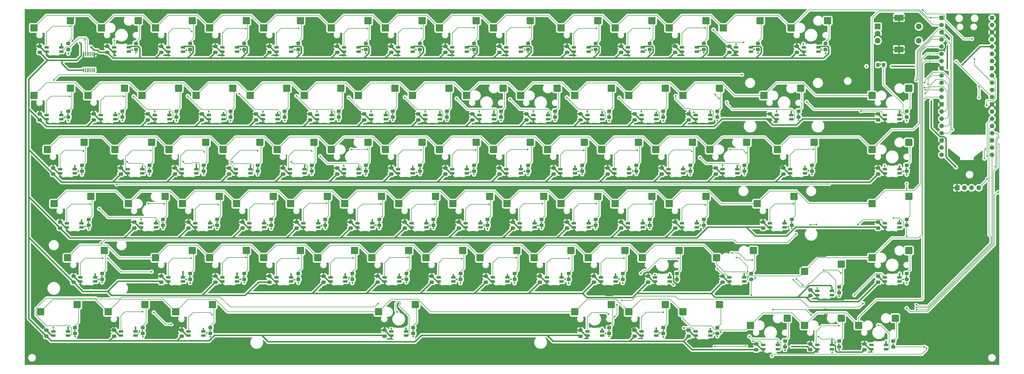
<source format=gbr>
%TF.GenerationSoftware,KiCad,Pcbnew,9.0.2*%
%TF.CreationDate,2025-06-21T15:39:44+05:00*%
%TF.ProjectId,KB75,4b423735-2e6b-4696-9361-645f70636258,V1*%
%TF.SameCoordinates,Original*%
%TF.FileFunction,Copper,L2,Bot*%
%TF.FilePolarity,Positive*%
%FSLAX46Y46*%
G04 Gerber Fmt 4.6, Leading zero omitted, Abs format (unit mm)*
G04 Created by KiCad (PCBNEW 9.0.2) date 2025-06-21 15:39:44*
%MOMM*%
%LPD*%
G01*
G04 APERTURE LIST*
G04 Aperture macros list*
%AMRoundRect*
0 Rectangle with rounded corners*
0 $1 Rounding radius*
0 $2 $3 $4 $5 $6 $7 $8 $9 X,Y pos of 4 corners*
0 Add a 4 corners polygon primitive as box body*
4,1,4,$2,$3,$4,$5,$6,$7,$8,$9,$2,$3,0*
0 Add four circle primitives for the rounded corners*
1,1,$1+$1,$2,$3*
1,1,$1+$1,$4,$5*
1,1,$1+$1,$6,$7*
1,1,$1+$1,$8,$9*
0 Add four rect primitives between the rounded corners*
20,1,$1+$1,$2,$3,$4,$5,0*
20,1,$1+$1,$4,$5,$6,$7,0*
20,1,$1+$1,$6,$7,$8,$9,0*
20,1,$1+$1,$8,$9,$2,$3,0*%
%AMFreePoly0*
4,1,37,0.603843,0.796157,0.639018,0.796157,0.711114,0.766294,0.766294,0.711114,0.796157,0.639018,0.796157,0.603843,0.800000,0.600000,0.800000,-0.600000,0.796157,-0.603843,0.796157,-0.639018,0.766294,-0.711114,0.711114,-0.766294,0.639018,-0.796157,0.603843,-0.796157,0.600000,-0.800000,0.000000,-0.800000,0.000000,-0.796148,-0.078414,-0.796148,-0.232228,-0.765552,-0.377117,-0.705537,
-0.507515,-0.618408,-0.618408,-0.507515,-0.705537,-0.377117,-0.765552,-0.232228,-0.796148,-0.078414,-0.796148,0.078414,-0.765552,0.232228,-0.705537,0.377117,-0.618408,0.507515,-0.507515,0.618408,-0.377117,0.705537,-0.232228,0.765552,-0.078414,0.796148,0.000000,0.796148,0.000000,0.800000,0.600000,0.800000,0.603843,0.796157,0.603843,0.796157,$1*%
%AMFreePoly1*
4,1,37,0.000000,0.796148,0.078414,0.796148,0.232228,0.765552,0.377117,0.705537,0.507515,0.618408,0.618408,0.507515,0.705537,0.377117,0.765552,0.232228,0.796148,0.078414,0.796148,-0.078414,0.765552,-0.232228,0.705537,-0.377117,0.618408,-0.507515,0.507515,-0.618408,0.377117,-0.705537,0.232228,-0.765552,0.078414,-0.796148,0.000000,-0.796148,0.000000,-0.800000,-0.600000,-0.800000,
-0.603843,-0.796157,-0.639018,-0.796157,-0.711114,-0.766294,-0.766294,-0.711114,-0.796157,-0.639018,-0.796157,-0.603843,-0.800000,-0.600000,-0.800000,0.600000,-0.796157,0.603843,-0.796157,0.639018,-0.766294,0.711114,-0.711114,0.766294,-0.639018,0.796157,-0.603843,0.796157,-0.600000,0.800000,0.000000,0.800000,0.000000,0.796148,0.000000,0.796148,$1*%
G04 Aperture macros list end*
%TA.AperFunction,SMDPad,CuDef*%
%ADD10RoundRect,0.082000X-0.718000X0.328000X-0.718000X-0.328000X0.718000X-0.328000X0.718000X0.328000X0*%
%TD*%
%TA.AperFunction,ComponentPad*%
%ADD11RoundRect,0.200000X-0.600000X-0.600000X0.600000X-0.600000X0.600000X0.600000X-0.600000X0.600000X0*%
%TD*%
%TA.AperFunction,ComponentPad*%
%ADD12C,1.600000*%
%TD*%
%TA.AperFunction,ComponentPad*%
%ADD13FreePoly0,0.000000*%
%TD*%
%TA.AperFunction,ComponentPad*%
%ADD14FreePoly1,0.000000*%
%TD*%
%TA.AperFunction,SMDPad,CuDef*%
%ADD15RoundRect,0.250000X-1.025000X-1.000000X1.025000X-1.000000X1.025000X1.000000X-1.025000X1.000000X0*%
%TD*%
%TA.AperFunction,ComponentPad*%
%ADD16R,2.000000X2.000000*%
%TD*%
%TA.AperFunction,ComponentPad*%
%ADD17C,2.000000*%
%TD*%
%TA.AperFunction,ComponentPad*%
%ADD18R,3.200000X2.000000*%
%TD*%
%TA.AperFunction,ComponentPad*%
%ADD19R,1.700000X1.700000*%
%TD*%
%TA.AperFunction,ComponentPad*%
%ADD20O,1.700000X1.700000*%
%TD*%
%TA.AperFunction,SMDPad,CuDef*%
%ADD21RoundRect,0.250000X-0.475000X0.337500X-0.475000X-0.337500X0.475000X-0.337500X0.475000X0.337500X0*%
%TD*%
%TA.AperFunction,SMDPad,CuDef*%
%ADD22RoundRect,0.250000X0.450000X-0.325000X0.450000X0.325000X-0.450000X0.325000X-0.450000X-0.325000X0*%
%TD*%
%TA.AperFunction,SMDPad,CuDef*%
%ADD23RoundRect,0.250000X0.325000X0.450000X-0.325000X0.450000X-0.325000X-0.450000X0.325000X-0.450000X0*%
%TD*%
%TA.AperFunction,SMDPad,CuDef*%
%ADD24RoundRect,0.100000X-0.100000X0.637500X-0.100000X-0.637500X0.100000X-0.637500X0.100000X0.637500X0*%
%TD*%
%TA.AperFunction,ViaPad*%
%ADD25C,0.600000*%
%TD*%
%TA.AperFunction,ViaPad*%
%ADD26C,0.500000*%
%TD*%
%TA.AperFunction,ViaPad*%
%ADD27C,0.400000*%
%TD*%
%TA.AperFunction,Conductor*%
%ADD28C,0.500000*%
%TD*%
%TA.AperFunction,Conductor*%
%ADD29C,0.200000*%
%TD*%
G04 APERTURE END LIST*
D10*
%TO.P,LED25,1,DOUT*%
%TO.N,Net-(LED25-DOUT)*%
X236455000Y-78479999D03*
%TO.P,LED25,2,VSS*%
%TO.N,GND*%
X236455000Y-79979999D03*
%TO.P,LED25,3,DIN*%
%TO.N,Net-(LED24-DOUT)*%
X241655000Y-79979999D03*
%TO.P,LED25,4,VDD*%
%TO.N,+5V*%
X241655000Y-78479999D03*
%TD*%
%TO.P,LED20,1,DOUT*%
%TO.N,Net-(LED20-DOUT)*%
X141205000Y-78479999D03*
%TO.P,LED20,2,VSS*%
%TO.N,GND*%
X141205000Y-79979999D03*
%TO.P,LED20,3,DIN*%
%TO.N,Net-(LED19-DOUT)*%
X146405000Y-79979999D03*
%TO.P,LED20,4,VDD*%
%TO.N,+5V*%
X146405000Y-78479999D03*
%TD*%
D11*
%TO.P,A1,1,GPIO0*%
%TO.N,E-SW2*%
X361239482Y-44255026D03*
D12*
%TO.P,A1,2,GPIO1*%
%TO.N,R2*%
X361239482Y-46795026D03*
D13*
%TO.P,A1,3,GND*%
%TO.N,GND*%
X361239482Y-49335026D03*
D12*
%TO.P,A1,4,GPIO2*%
%TO.N,R3*%
X361239482Y-51875026D03*
%TO.P,A1,5,GPIO3*%
%TO.N,R4*%
X361239482Y-54415026D03*
%TO.P,A1,6,GPIO4*%
%TO.N,R5*%
X361239482Y-56955026D03*
%TO.P,A1,7,GPIO5*%
%TO.N,R6*%
X361239482Y-59495026D03*
D13*
%TO.P,A1,8,GND*%
%TO.N,GND*%
X361239482Y-62035026D03*
D12*
%TO.P,A1,9,GPIO6*%
%TO.N,C1*%
X361239482Y-64575026D03*
%TO.P,A1,10,GPIO7*%
%TO.N,C2*%
X361239482Y-67115026D03*
%TO.P,A1,11,GPIO8*%
%TO.N,C3*%
X361239482Y-69655026D03*
%TO.P,A1,12,GPIO9*%
%TO.N,C4*%
X361239482Y-72195026D03*
D13*
%TO.P,A1,13,GND*%
%TO.N,GND*%
X361239482Y-74735026D03*
D12*
%TO.P,A1,14,GPIO10*%
%TO.N,C5*%
X361239482Y-77275026D03*
%TO.P,A1,15,GPIO11*%
%TO.N,C6*%
X361239482Y-79815026D03*
%TO.P,A1,16,GPIO12*%
%TO.N,C7*%
X361239482Y-82355026D03*
%TO.P,A1,17,GPIO13*%
%TO.N,C8*%
X361239482Y-84895026D03*
D13*
%TO.P,A1,18,GND*%
%TO.N,GND*%
X361239482Y-87435026D03*
D12*
%TO.P,A1,19,GPIO14*%
%TO.N,C9*%
X361239482Y-89975026D03*
%TO.P,A1,20,GPIO15*%
%TO.N,C10*%
X361239482Y-92515026D03*
%TO.P,A1,21,GPIO16*%
%TO.N,C11*%
X379019482Y-92515026D03*
%TO.P,A1,22,GPIO17*%
%TO.N,C12*%
X379019482Y-89975026D03*
D14*
%TO.P,A1,23,GND*%
%TO.N,GND*%
X379019482Y-87435026D03*
D12*
%TO.P,A1,24,GPIO18*%
%TO.N,C13*%
X379019482Y-84895026D03*
%TO.P,A1,25,GPIO19*%
%TO.N,C14*%
X379019482Y-82355026D03*
%TO.P,A1,26,GPIO20*%
%TO.N,C15*%
X379019482Y-79815026D03*
%TO.P,A1,27,GPIO21*%
%TO.N,E-A*%
X379019482Y-77275026D03*
D14*
%TO.P,A1,28,GND*%
%TO.N,GND*%
X379019482Y-74735026D03*
D12*
%TO.P,A1,29,GPIO22*%
%TO.N,E-B*%
X379019482Y-72195026D03*
%TO.P,A1,30,RUN*%
%TO.N,unconnected-(A1-RUN-Pad30)*%
X379019482Y-69655026D03*
%TO.P,A1,31,GPIO26_ADC0*%
%TO.N,RGB*%
X379019482Y-67115026D03*
%TO.P,A1,32,GPIO27_ADC1*%
%TO.N,SDA*%
X379019482Y-64575026D03*
D14*
%TO.P,A1,33,AGND*%
%TO.N,unconnected-(A1-AGND-Pad33)*%
X379019482Y-62035026D03*
D12*
%TO.P,A1,34,GPIO28_ADC2*%
%TO.N,SCL*%
X379019482Y-59495026D03*
%TO.P,A1,35,ADC_VREF*%
%TO.N,unconnected-(A1-ADC_VREF-Pad35)_1*%
X379019482Y-56955026D03*
%TO.P,A1,36,3V3*%
%TO.N,+3.3V*%
X379019482Y-54415026D03*
%TO.P,A1,37,3V3_EN*%
%TO.N,unconnected-(A1-3V3_EN-Pad37)*%
X379019482Y-51875026D03*
D14*
%TO.P,A1,38,GND*%
%TO.N,GND*%
X379019482Y-49335026D03*
D12*
%TO.P,A1,39,VSYS*%
%TO.N,unconnected-(A1-VSYS-Pad39)_1*%
X379019482Y-46795026D03*
%TO.P,A1,40,VBUS*%
%TO.N,+5V*%
X379019482Y-44255026D03*
%TD*%
D10*
%TO.P,LED51,1,DOUT*%
%TO.N,Net-(LED51-DOUT)*%
X174542500Y-116579999D03*
%TO.P,LED51,2,VSS*%
%TO.N,GND*%
X174542500Y-118079999D03*
%TO.P,LED51,3,DIN*%
%TO.N,Net-(LED50-DOUT)*%
X179742500Y-118079999D03*
%TO.P,LED51,4,VDD*%
%TO.N,+5V*%
X179742500Y-116579999D03*
%TD*%
D15*
%TO.P,SW11,1,1*%
%TO.N,E-SW2*%
X246257500Y-47797500D03*
%TO.P,SW11,2,2*%
%TO.N,Net-(D11-A)*%
X259184500Y-45257500D03*
%TD*%
D10*
%TO.P,LED68,1,DOUT*%
%TO.N,Net-(LED68-DOUT)*%
X241217500Y-135629999D03*
%TO.P,LED68,2,VSS*%
%TO.N,GND*%
X241217500Y-137129999D03*
%TO.P,LED68,3,DIN*%
%TO.N,Net-(LED67-DOUT)*%
X246417500Y-137129999D03*
%TO.P,LED68,4,VDD*%
%TO.N,+5V*%
X246417500Y-135629999D03*
%TD*%
D15*
%TO.P,SW44,1,1*%
%TO.N,R3*%
X336745000Y-90660000D03*
%TO.P,SW44,2,2*%
%TO.N,Net-(D44-A)*%
X349672000Y-88120000D03*
%TD*%
D10*
%TO.P,LED8,1,DOUT*%
%TO.N,Net-(LED8-DOUT)*%
X188830000Y-54667499D03*
%TO.P,LED8,2,VSS*%
%TO.N,GND*%
X188830000Y-56167499D03*
%TO.P,LED8,3,DIN*%
%TO.N,Net-(LED7-DOUT)*%
X194030000Y-56167499D03*
%TO.P,LED8,4,VDD*%
%TO.N,+5V*%
X194030000Y-54667499D03*
%TD*%
D15*
%TO.P,SW37,1,1*%
%TO.N,R3*%
X184345000Y-90660000D03*
%TO.P,SW37,2,2*%
%TO.N,Net-(D37-A)*%
X197272000Y-88120000D03*
%TD*%
D10*
%TO.P,LED63,1,DOUT*%
%TO.N,Net-(LED63-DOUT)*%
X145967500Y-135629999D03*
%TO.P,LED63,2,VSS*%
%TO.N,GND*%
X145967500Y-137129999D03*
%TO.P,LED63,3,DIN*%
%TO.N,Net-(LED62-DOUT)*%
X151167500Y-137129999D03*
%TO.P,LED63,4,VDD*%
%TO.N,+5V*%
X151167500Y-135629999D03*
%TD*%
%TO.P,LED19,1,DOUT*%
%TO.N,Net-(LED19-DOUT)*%
X122155000Y-78479999D03*
%TO.P,LED19,2,VSS*%
%TO.N,GND*%
X122155000Y-79979999D03*
%TO.P,LED19,3,DIN*%
%TO.N,Net-(LED18-DOUT)*%
X127355000Y-79979999D03*
%TO.P,LED19,4,VDD*%
%TO.N,+5V*%
X127355000Y-78479999D03*
%TD*%
%TO.P,LED5,1,DOUT*%
%TO.N,Net-(LED5-DOUT)*%
X126917500Y-54667499D03*
%TO.P,LED5,2,VSS*%
%TO.N,GND*%
X126917500Y-56167499D03*
%TO.P,LED5,3,DIN*%
%TO.N,Net-(LED4-DOUT)*%
X132117500Y-56167499D03*
%TO.P,LED5,4,VDD*%
%TO.N,+5V*%
X132117500Y-54667499D03*
%TD*%
D15*
%TO.P,SW19,1,1*%
%TO.N,R2*%
X117670000Y-71610000D03*
%TO.P,SW19,2,2*%
%TO.N,Net-(D19-A)*%
X130597000Y-69070000D03*
%TD*%
D10*
%TO.P,LED30,1,DOUT*%
%TO.N,Net-(LED30-DOUT)*%
X50717500Y-97529999D03*
%TO.P,LED30,2,VSS*%
%TO.N,GND*%
X50717500Y-99029999D03*
%TO.P,LED30,3,DIN*%
%TO.N,Net-(LED29-DOUT)*%
X55917500Y-99029999D03*
%TO.P,LED30,4,VDD*%
%TO.N,+5V*%
X55917500Y-97529999D03*
%TD*%
D15*
%TO.P,SW62,1,1*%
%TO.N,R5*%
X122432500Y-128760000D03*
%TO.P,SW62,2,2*%
%TO.N,Net-(D62-A)*%
X135359500Y-126220000D03*
%TD*%
%TO.P,SW16,1,1*%
%TO.N,R2*%
X60520000Y-71610000D03*
%TO.P,SW16,2,2*%
%TO.N,Net-(D16-A)*%
X73447000Y-69070000D03*
%TD*%
%TO.P,SW74,1,1*%
%TO.N,R6*%
X67663750Y-147810000D03*
%TO.P,SW74,2,2*%
%TO.N,Net-(D74-A)*%
X80590750Y-145270000D03*
%TD*%
%TO.P,SW5,1,1*%
%TO.N,E-SW2*%
X122432500Y-47797500D03*
%TO.P,SW5,2,2*%
%TO.N,Net-(D5-A)*%
X135359500Y-45257500D03*
%TD*%
D10*
%TO.P,LED29,1,DOUT*%
%TO.N,Net-(LED29-DOUT)*%
X341230000Y-78479999D03*
%TO.P,LED29,2,VSS*%
%TO.N,GND*%
X341230000Y-79979999D03*
%TO.P,LED29,3,DIN*%
%TO.N,Net-(LED28-DOUT)*%
X346430000Y-79979999D03*
%TO.P,LED29,4,VDD*%
%TO.N,+5V*%
X346430000Y-78479999D03*
%TD*%
%TO.P,LED73,1,DOUT*%
%TO.N,Net-(LED73-DOUT)*%
X48336250Y-154679999D03*
%TO.P,LED73,2,VSS*%
%TO.N,GND*%
X48336250Y-156179999D03*
%TO.P,LED73,3,DIN*%
%TO.N,Net-(LED72-DOUT)*%
X53536250Y-156179999D03*
%TO.P,LED73,4,VDD*%
%TO.N,+5V*%
X53536250Y-154679999D03*
%TD*%
D15*
%TO.P,SW22,1,1*%
%TO.N,R2*%
X174820000Y-71610000D03*
%TO.P,SW22,2,2*%
%TO.N,Net-(D22-A)*%
X187747000Y-69070000D03*
%TD*%
%TO.P,SW67,1,1*%
%TO.N,R5*%
X217682500Y-128760000D03*
%TO.P,SW67,2,2*%
%TO.N,Net-(D67-A)*%
X230609500Y-126220000D03*
%TD*%
%TO.P,SW48,1,1*%
%TO.N,R4*%
X112907500Y-109710000D03*
%TO.P,SW48,2,2*%
%TO.N,Net-(D48-A)*%
X125834500Y-107170000D03*
%TD*%
D10*
%TO.P,LED21,1,DOUT*%
%TO.N,Net-(LED21-DOUT)*%
X160255000Y-78479999D03*
%TO.P,LED21,2,VSS*%
%TO.N,GND*%
X160255000Y-79979999D03*
%TO.P,LED21,3,DIN*%
%TO.N,Net-(LED20-DOUT)*%
X165455000Y-79979999D03*
%TO.P,LED21,4,VDD*%
%TO.N,+5V*%
X165455000Y-78479999D03*
%TD*%
%TO.P,LED42,1,DOUT*%
%TO.N,Net-(LED42-DOUT)*%
X284080000Y-97529999D03*
%TO.P,LED42,2,VSS*%
%TO.N,GND*%
X284080000Y-99029999D03*
%TO.P,LED42,3,DIN*%
%TO.N,Net-(LED41-DOUT)*%
X289280000Y-99029999D03*
%TO.P,LED42,4,VDD*%
%TO.N,+5V*%
X289280000Y-97529999D03*
%TD*%
D15*
%TO.P,SW13,1,1*%
%TO.N,E-SW2*%
X284357500Y-47797500D03*
%TO.P,SW13,2,2*%
%TO.N,Net-(D13-A)*%
X297284500Y-45257500D03*
%TD*%
D10*
%TO.P,LED55,1,DOUT*%
%TO.N,Net-(LED55-DOUT)*%
X250742500Y-116579999D03*
%TO.P,LED55,2,VSS*%
%TO.N,GND*%
X250742500Y-118079999D03*
%TO.P,LED55,3,DIN*%
%TO.N,Net-(LED54-DOUT)*%
X255942500Y-118079999D03*
%TO.P,LED55,4,VDD*%
%TO.N,+5V*%
X255942500Y-116579999D03*
%TD*%
%TO.P,LED40,1,DOUT*%
%TO.N,Net-(LED40-DOUT)*%
X245980000Y-97529999D03*
%TO.P,LED40,2,VSS*%
%TO.N,GND*%
X245980000Y-99029999D03*
%TO.P,LED40,3,DIN*%
%TO.N,Net-(LED39-DOUT)*%
X251180000Y-99029999D03*
%TO.P,LED40,4,VDD*%
%TO.N,+5V*%
X251180000Y-97529999D03*
%TD*%
D15*
%TO.P,SW25,1,1*%
%TO.N,R2*%
X231970000Y-71610000D03*
%TO.P,SW25,2,2*%
%TO.N,Net-(D25-A)*%
X244897000Y-69070000D03*
%TD*%
%TO.P,SW30,1,1*%
%TO.N,R3*%
X46232500Y-90660000D03*
%TO.P,SW30,2,2*%
%TO.N,Net-(D30-A)*%
X59159500Y-88120000D03*
%TD*%
D10*
%TO.P,LED26,1,DOUT*%
%TO.N,Net-(LED26-DOUT)*%
X255505000Y-78479999D03*
%TO.P,LED26,2,VSS*%
%TO.N,GND*%
X255505000Y-79979999D03*
%TO.P,LED26,3,DIN*%
%TO.N,Net-(LED25-DOUT)*%
X260705000Y-79979999D03*
%TO.P,LED26,4,VDD*%
%TO.N,+5V*%
X260705000Y-78479999D03*
%TD*%
%TO.P,LED3,1,DOUT*%
%TO.N,Net-(LED3-DOUT)*%
X88817500Y-54667499D03*
%TO.P,LED3,2,VSS*%
%TO.N,GND*%
X88817500Y-56167499D03*
%TO.P,LED3,3,DIN*%
%TO.N,Net-(LED2-DOUT)*%
X94017500Y-56167499D03*
%TO.P,LED3,4,VDD*%
%TO.N,+5V*%
X94017500Y-54667499D03*
%TD*%
%TO.P,LED38,1,DOUT*%
%TO.N,Net-(LED38-DOUT)*%
X207880000Y-97529999D03*
%TO.P,LED38,2,VSS*%
%TO.N,GND*%
X207880000Y-99029999D03*
%TO.P,LED38,3,DIN*%
%TO.N,Net-(LED37-DOUT)*%
X213080000Y-99029999D03*
%TO.P,LED38,4,VDD*%
%TO.N,+5V*%
X213080000Y-97529999D03*
%TD*%
%TO.P,LED76,1,DOUT*%
%TO.N,Net-(LED76-DOUT)*%
X167398750Y-154679999D03*
%TO.P,LED76,2,VSS*%
%TO.N,GND*%
X167398750Y-156179999D03*
%TO.P,LED76,3,DIN*%
%TO.N,Net-(LED75-DOUT)*%
X172598750Y-156179999D03*
%TO.P,LED76,4,VDD*%
%TO.N,+5V*%
X172598750Y-154679999D03*
%TD*%
%TO.P,LED80,1,DOUT*%
%TO.N,Net-(LED80-DOUT)*%
X298367500Y-159442499D03*
%TO.P,LED80,2,VSS*%
%TO.N,GND*%
X298367500Y-160942499D03*
%TO.P,LED80,3,DIN*%
%TO.N,Net-(LED79-DOUT)*%
X303567500Y-160942499D03*
%TO.P,LED80,4,VDD*%
%TO.N,+5V*%
X303567500Y-159442499D03*
%TD*%
%TO.P,LED13,1,DOUT*%
%TO.N,Net-(LED13-DOUT)*%
X288842500Y-54667499D03*
%TO.P,LED13,2,VSS*%
%TO.N,GND*%
X288842500Y-56167499D03*
%TO.P,LED13,3,DIN*%
%TO.N,Net-(LED12-DOUT)*%
X294042500Y-56167499D03*
%TO.P,LED13,4,VDD*%
%TO.N,+5V*%
X294042500Y-54667499D03*
%TD*%
%TO.P,LED18,1,DOUT*%
%TO.N,Net-(LED18-DOUT)*%
X103105000Y-78479999D03*
%TO.P,LED18,2,VSS*%
%TO.N,GND*%
X103105000Y-79979999D03*
%TO.P,LED18,3,DIN*%
%TO.N,Net-(LED17-DOUT)*%
X108305000Y-79979999D03*
%TO.P,LED18,4,VDD*%
%TO.N,+5V*%
X108305000Y-78479999D03*
%TD*%
D15*
%TO.P,SW40,1,1*%
%TO.N,R3*%
X241495000Y-90660000D03*
%TO.P,SW40,2,2*%
%TO.N,Net-(D40-A)*%
X254422000Y-88120000D03*
%TD*%
%TO.P,SW24,1,1*%
%TO.N,R2*%
X212920000Y-71610000D03*
%TO.P,SW24,2,2*%
%TO.N,Net-(D24-A)*%
X225847000Y-69070000D03*
%TD*%
D10*
%TO.P,LED22,1,DOUT*%
%TO.N,Net-(LED22-DOUT)*%
X179305000Y-78479999D03*
%TO.P,LED22,2,VSS*%
%TO.N,GND*%
X179305000Y-79979999D03*
%TO.P,LED22,3,DIN*%
%TO.N,Net-(LED21-DOUT)*%
X184505000Y-79979999D03*
%TO.P,LED22,4,VDD*%
%TO.N,+5V*%
X184505000Y-78479999D03*
%TD*%
%TO.P,LED27,1,DOUT*%
%TO.N,Net-(LED27-DOUT)*%
X274555000Y-78479999D03*
%TO.P,LED27,2,VSS*%
%TO.N,GND*%
X274555000Y-79979999D03*
%TO.P,LED27,3,DIN*%
%TO.N,Net-(LED26-DOUT)*%
X279755000Y-79979999D03*
%TO.P,LED27,4,VDD*%
%TO.N,+5V*%
X279755000Y-78479999D03*
%TD*%
%TO.P,LED77,1,DOUT*%
%TO.N,Net-(LED77-DOUT)*%
X236455000Y-154679999D03*
%TO.P,LED77,2,VSS*%
%TO.N,GND*%
X236455000Y-156179999D03*
%TO.P,LED77,3,DIN*%
%TO.N,Net-(LED76-DOUT)*%
X241655000Y-156179999D03*
%TO.P,LED77,4,VDD*%
%TO.N,+5V*%
X241655000Y-154679999D03*
%TD*%
%TO.P,LED24,1,DOUT*%
%TO.N,Net-(LED24-DOUT)*%
X217405000Y-78479999D03*
%TO.P,LED24,2,VSS*%
%TO.N,GND*%
X217405000Y-79979999D03*
%TO.P,LED24,3,DIN*%
%TO.N,Net-(LED23-DOUT)*%
X222605000Y-79979999D03*
%TO.P,LED24,4,VDD*%
%TO.N,+5V*%
X222605000Y-78479999D03*
%TD*%
%TO.P,LED44,1,DOUT*%
%TO.N,Net-(LED44-DOUT)*%
X341230000Y-97529999D03*
%TO.P,LED44,2,VSS*%
%TO.N,GND*%
X341230000Y-99029999D03*
%TO.P,LED44,3,DIN*%
%TO.N,Net-(LED43-DOUT)*%
X346430000Y-99029999D03*
%TO.P,LED44,4,VDD*%
%TO.N,+5V*%
X346430000Y-97529999D03*
%TD*%
%TO.P,LED67,1,DOUT*%
%TO.N,Net-(LED67-DOUT)*%
X222167500Y-135629999D03*
%TO.P,LED67,2,VSS*%
%TO.N,GND*%
X222167500Y-137129999D03*
%TO.P,LED67,3,DIN*%
%TO.N,Net-(LED66-DOUT)*%
X227367500Y-137129999D03*
%TO.P,LED67,4,VDD*%
%TO.N,+5V*%
X227367500Y-135629999D03*
%TD*%
%TO.P,LED74,1,DOUT*%
%TO.N,Net-(LED74-DOUT)*%
X72148750Y-154679999D03*
%TO.P,LED74,2,VSS*%
%TO.N,GND*%
X72148750Y-156179999D03*
%TO.P,LED74,3,DIN*%
%TO.N,Net-(LED73-DOUT)*%
X77348750Y-156179999D03*
%TO.P,LED74,4,VDD*%
%TO.N,+5V*%
X77348750Y-154679999D03*
%TD*%
D15*
%TO.P,SW82,1,1*%
%TO.N,R6*%
X331982500Y-152572500D03*
%TO.P,SW82,2,2*%
%TO.N,Net-(D82-A)*%
X344909500Y-150032500D03*
%TD*%
D10*
%TO.P,LED70,1,DOUT*%
%TO.N,Net-(LED70-DOUT)*%
X286461250Y-135629999D03*
%TO.P,LED70,2,VSS*%
%TO.N,GND*%
X286461250Y-137129999D03*
%TO.P,LED70,3,DIN*%
%TO.N,Net-(LED69-DOUT)*%
X291661250Y-137129999D03*
%TO.P,LED70,4,VDD*%
%TO.N,+5V*%
X291661250Y-135629999D03*
%TD*%
D15*
%TO.P,SW10,1,1*%
%TO.N,E-SW2*%
X227207500Y-47797500D03*
%TO.P,SW10,2,2*%
%TO.N,Net-(D10-A)*%
X240134500Y-45257500D03*
%TD*%
%TO.P,SW31,1,1*%
%TO.N,R3*%
X70045000Y-90660000D03*
%TO.P,SW31,2,2*%
%TO.N,Net-(D31-A)*%
X82972000Y-88120000D03*
%TD*%
D10*
%TO.P,LED54,1,DOUT*%
%TO.N,Net-(LED54-DOUT)*%
X231692500Y-116579999D03*
%TO.P,LED54,2,VSS*%
%TO.N,GND*%
X231692500Y-118079999D03*
%TO.P,LED54,3,DIN*%
%TO.N,Net-(LED53-DOUT)*%
X236892500Y-118079999D03*
%TO.P,LED54,4,VDD*%
%TO.N,+5V*%
X236892500Y-116579999D03*
%TD*%
%TO.P,LED56,1,DOUT*%
%TO.N,Net-(LED56-DOUT)*%
X269792500Y-116579999D03*
%TO.P,LED56,2,VSS*%
%TO.N,GND*%
X269792500Y-118079999D03*
%TO.P,LED56,3,DIN*%
%TO.N,Net-(LED55-DOUT)*%
X274992500Y-118079999D03*
%TO.P,LED56,4,VDD*%
%TO.N,+5V*%
X274992500Y-116579999D03*
%TD*%
%TO.P,LED45,1,DOUT*%
%TO.N,Net-(LED45-DOUT)*%
X53098750Y-116579999D03*
%TO.P,LED45,2,VSS*%
%TO.N,GND*%
X53098750Y-118079999D03*
%TO.P,LED45,3,DIN*%
%TO.N,Net-(LED44-DOUT)*%
X58298750Y-118079999D03*
%TO.P,LED45,4,VDD*%
%TO.N,+5V*%
X58298750Y-116579999D03*
%TD*%
%TO.P,LED81,1,DOUT*%
%TO.N,Net-(LED81-DOUT)*%
X317417500Y-159442499D03*
%TO.P,LED81,2,VSS*%
%TO.N,GND*%
X317417500Y-160942499D03*
%TO.P,LED81,3,DIN*%
%TO.N,Net-(LED80-DOUT)*%
X322617500Y-160942499D03*
%TO.P,LED81,4,VDD*%
%TO.N,+5V*%
X322617500Y-159442499D03*
%TD*%
%TO.P,LED78,1,DOUT*%
%TO.N,Net-(LED78-DOUT)*%
X255505000Y-154679999D03*
%TO.P,LED78,2,VSS*%
%TO.N,GND*%
X255505000Y-156179999D03*
%TO.P,LED78,3,DIN*%
%TO.N,Net-(LED77-DOUT)*%
X260705000Y-156179999D03*
%TO.P,LED78,4,VDD*%
%TO.N,+5V*%
X260705000Y-154679999D03*
%TD*%
D15*
%TO.P,SW38,1,1*%
%TO.N,R3*%
X203395000Y-90660000D03*
%TO.P,SW38,2,2*%
%TO.N,Net-(D38-A)*%
X216322000Y-88120000D03*
%TD*%
%TO.P,SW63,1,1*%
%TO.N,R5*%
X141482500Y-128760000D03*
%TO.P,SW63,2,2*%
%TO.N,Net-(D63-A)*%
X154409500Y-126220000D03*
%TD*%
%TO.P,SW76,1,1*%
%TO.N,R6*%
X162913750Y-147810000D03*
%TO.P,SW76,2,2*%
%TO.N,Net-(D76-A)*%
X175840750Y-145270000D03*
%TD*%
D10*
%TO.P,LED43,1,DOUT*%
%TO.N,Net-(LED43-DOUT)*%
X307892500Y-97529999D03*
%TO.P,LED43,2,VSS*%
%TO.N,GND*%
X307892500Y-99029999D03*
%TO.P,LED43,3,DIN*%
%TO.N,Net-(LED42-DOUT)*%
X313092500Y-99029999D03*
%TO.P,LED43,4,VDD*%
%TO.N,+5V*%
X313092500Y-97529999D03*
%TD*%
%TO.P,LED79,1,DOUT*%
%TO.N,Net-(LED79-DOUT)*%
X274555000Y-154679999D03*
%TO.P,LED79,2,VSS*%
%TO.N,GND*%
X274555000Y-156179999D03*
%TO.P,LED79,3,DIN*%
%TO.N,Net-(LED78-DOUT)*%
X279755000Y-156179999D03*
%TO.P,LED79,4,VDD*%
%TO.N,+5V*%
X279755000Y-154679999D03*
%TD*%
D16*
%TO.P,SW83,A,A*%
%TO.N,E-A*%
X338694482Y-47295026D03*
D17*
%TO.P,SW83,B,B*%
%TO.N,E-B*%
X338694482Y-52295026D03*
%TO.P,SW83,C,C*%
%TO.N,GND*%
X338694482Y-49795026D03*
D18*
%TO.P,SW83,MP,MP*%
X346194482Y-44195026D03*
X346194482Y-55395026D03*
D17*
%TO.P,SW83,S1,S1*%
%TO.N,E-SW1*%
X353194482Y-52295026D03*
%TO.P,SW83,S2,S2*%
%TO.N,E-SW2*%
X353194482Y-47295026D03*
%TD*%
D15*
%TO.P,SW7,1,1*%
%TO.N,E-SW2*%
X165295000Y-47797500D03*
%TO.P,SW7,2,2*%
%TO.N,Net-(D7-A)*%
X178222000Y-45257500D03*
%TD*%
D10*
%TO.P,LED48,1,DOUT*%
%TO.N,Net-(LED48-DOUT)*%
X117392500Y-116579999D03*
%TO.P,LED48,2,VSS*%
%TO.N,GND*%
X117392500Y-118079999D03*
%TO.P,LED48,3,DIN*%
%TO.N,Net-(LED47-DOUT)*%
X122592500Y-118079999D03*
%TO.P,LED48,4,VDD*%
%TO.N,+5V*%
X122592500Y-116579999D03*
%TD*%
D15*
%TO.P,SW53,1,1*%
%TO.N,R4*%
X208157500Y-109710000D03*
%TO.P,SW53,2,2*%
%TO.N,Net-(D53-A)*%
X221084500Y-107170000D03*
%TD*%
D10*
%TO.P,LED75,1,DOUT*%
%TO.N,Net-(LED75-DOUT)*%
X95961250Y-154679999D03*
%TO.P,LED75,2,VSS*%
%TO.N,GND*%
X95961250Y-156179999D03*
%TO.P,LED75,3,DIN*%
%TO.N,Net-(LED74-DOUT)*%
X101161250Y-156179999D03*
%TO.P,LED75,4,VDD*%
%TO.N,+5V*%
X101161250Y-154679999D03*
%TD*%
D15*
%TO.P,SW65,1,1*%
%TO.N,R5*%
X179582500Y-128760000D03*
%TO.P,SW65,2,2*%
%TO.N,Net-(D65-A)*%
X192509500Y-126220000D03*
%TD*%
D10*
%TO.P,LED53,1,DOUT*%
%TO.N,Net-(LED53-DOUT)*%
X212642500Y-116579999D03*
%TO.P,LED53,2,VSS*%
%TO.N,GND*%
X212642500Y-118079999D03*
%TO.P,LED53,3,DIN*%
%TO.N,Net-(LED52-DOUT)*%
X217842500Y-118079999D03*
%TO.P,LED53,4,VDD*%
%TO.N,+5V*%
X217842500Y-116579999D03*
%TD*%
%TO.P,LED49,1,DOUT*%
%TO.N,Net-(LED49-DOUT)*%
X136442500Y-116579999D03*
%TO.P,LED49,2,VSS*%
%TO.N,GND*%
X136442500Y-118079999D03*
%TO.P,LED49,3,DIN*%
%TO.N,Net-(LED48-DOUT)*%
X141642500Y-118079999D03*
%TO.P,LED49,4,VDD*%
%TO.N,+5V*%
X141642500Y-116579999D03*
%TD*%
D15*
%TO.P,SW56,1,1*%
%TO.N,R4*%
X265307500Y-109710000D03*
%TO.P,SW56,2,2*%
%TO.N,Net-(D56-A)*%
X278234500Y-107170000D03*
%TD*%
%TO.P,SW21,1,1*%
%TO.N,R2*%
X155770000Y-71610000D03*
%TO.P,SW21,2,2*%
%TO.N,Net-(D21-A)*%
X168697000Y-69070000D03*
%TD*%
%TO.P,SW2,1,1*%
%TO.N,E-SW2*%
X65282500Y-47797500D03*
%TO.P,SW2,2,2*%
%TO.N,Net-(D2-A)*%
X78209500Y-45257500D03*
%TD*%
%TO.P,SW81,1,1*%
%TO.N,R6*%
X312932500Y-152572500D03*
%TO.P,SW81,2,2*%
%TO.N,Net-(D81-A)*%
X325859500Y-150032500D03*
%TD*%
%TO.P,SW50,1,1*%
%TO.N,R4*%
X151007500Y-109710000D03*
%TO.P,SW50,2,2*%
%TO.N,Net-(D50-A)*%
X163934500Y-107170000D03*
%TD*%
D10*
%TO.P,LED17,1,DOUT*%
%TO.N,Net-(LED17-DOUT)*%
X84055000Y-78479999D03*
%TO.P,LED17,2,VSS*%
%TO.N,GND*%
X84055000Y-79979999D03*
%TO.P,LED17,3,DIN*%
%TO.N,Net-(LED16-DOUT)*%
X89255000Y-79979999D03*
%TO.P,LED17,4,VDD*%
%TO.N,+5V*%
X89255000Y-78479999D03*
%TD*%
D15*
%TO.P,SW28,1,1*%
%TO.N,R2*%
X298645000Y-71610000D03*
%TO.P,SW28,2,2*%
%TO.N,Net-(D28-A)*%
X311572000Y-69070000D03*
%TD*%
%TO.P,SW51,1,1*%
%TO.N,R4*%
X170057500Y-109710000D03*
%TO.P,SW51,2,2*%
%TO.N,Net-(D51-A)*%
X182984500Y-107170000D03*
%TD*%
D10*
%TO.P,LED59,1,DOUT*%
%TO.N,Net-(LED59-DOUT)*%
X57861250Y-135629999D03*
%TO.P,LED59,2,VSS*%
%TO.N,GND*%
X57861250Y-137129999D03*
%TO.P,LED59,3,DIN*%
%TO.N,Net-(LED58-DOUT)*%
X63061250Y-137129999D03*
%TO.P,LED59,4,VDD*%
%TO.N,+5V*%
X63061250Y-135629999D03*
%TD*%
D15*
%TO.P,SW43,1,1*%
%TO.N,R3*%
X303407500Y-90660000D03*
%TO.P,SW43,2,2*%
%TO.N,Net-(D43-A)*%
X316334500Y-88120000D03*
%TD*%
%TO.P,SW39,1,1*%
%TO.N,R3*%
X222445000Y-90660000D03*
%TO.P,SW39,2,2*%
%TO.N,Net-(D39-A)*%
X235372000Y-88120000D03*
%TD*%
D10*
%TO.P,LED64,1,DOUT*%
%TO.N,Net-(LED64-DOUT)*%
X165017500Y-135629999D03*
%TO.P,LED64,2,VSS*%
%TO.N,GND*%
X165017500Y-137129999D03*
%TO.P,LED64,3,DIN*%
%TO.N,Net-(LED63-DOUT)*%
X170217500Y-137129999D03*
%TO.P,LED64,4,VDD*%
%TO.N,+5V*%
X170217500Y-135629999D03*
%TD*%
D15*
%TO.P,SW35,1,1*%
%TO.N,R3*%
X146245000Y-90660000D03*
%TO.P,SW35,2,2*%
%TO.N,Net-(D35-A)*%
X159172000Y-88120000D03*
%TD*%
%TO.P,SW9,1,1*%
%TO.N,E-SW2*%
X203395000Y-47797500D03*
%TO.P,SW9,2,2*%
%TO.N,Net-(D9-A)*%
X216322000Y-45257500D03*
%TD*%
D10*
%TO.P,LED72,1,DOUT*%
%TO.N,Net-(LED72-DOUT)*%
X341230000Y-135629999D03*
%TO.P,LED72,2,VSS*%
%TO.N,GND*%
X341230000Y-137129999D03*
%TO.P,LED72,3,DIN*%
%TO.N,Net-(LED71-DOUT)*%
X346430000Y-137129999D03*
%TO.P,LED72,4,VDD*%
%TO.N,+5V*%
X346430000Y-135629999D03*
%TD*%
%TO.P,LED7,1,DOUT*%
%TO.N,Net-(LED7-DOUT)*%
X169780000Y-54667499D03*
%TO.P,LED7,2,VSS*%
%TO.N,GND*%
X169780000Y-56167499D03*
%TO.P,LED7,3,DIN*%
%TO.N,Net-(LED6-DOUT)*%
X174980000Y-56167499D03*
%TO.P,LED7,4,VDD*%
%TO.N,+5V*%
X174980000Y-54667499D03*
%TD*%
D15*
%TO.P,SW73,1,1*%
%TO.N,R6*%
X43851250Y-147810000D03*
%TO.P,SW73,2,2*%
%TO.N,Net-(D73-A)*%
X56778250Y-145270000D03*
%TD*%
D10*
%TO.P,LED9,1,DOUT*%
%TO.N,Net-(LED10-DIN)*%
X207880000Y-54667499D03*
%TO.P,LED9,2,VSS*%
%TO.N,GND*%
X207880000Y-56167499D03*
%TO.P,LED9,3,DIN*%
%TO.N,Net-(LED8-DOUT)*%
X213080000Y-56167499D03*
%TO.P,LED9,4,VDD*%
%TO.N,+5V*%
X213080000Y-54667499D03*
%TD*%
%TO.P,LED23,1,DOUT*%
%TO.N,Net-(LED23-DOUT)*%
X198355000Y-78479999D03*
%TO.P,LED23,2,VSS*%
%TO.N,GND*%
X198355000Y-79979999D03*
%TO.P,LED23,3,DIN*%
%TO.N,Net-(LED22-DOUT)*%
X203555000Y-79979999D03*
%TO.P,LED23,4,VDD*%
%TO.N,+5V*%
X203555000Y-78479999D03*
%TD*%
D15*
%TO.P,SW18,1,1*%
%TO.N,R2*%
X98620000Y-71610000D03*
%TO.P,SW18,2,2*%
%TO.N,Net-(D18-A)*%
X111547000Y-69070000D03*
%TD*%
%TO.P,SW3,1,1*%
%TO.N,E-SW2*%
X84332500Y-47797500D03*
%TO.P,SW3,2,2*%
%TO.N,Net-(D3-A)*%
X97259500Y-45257500D03*
%TD*%
%TO.P,SW61,1,1*%
%TO.N,R5*%
X103382500Y-128760000D03*
%TO.P,SW61,2,2*%
%TO.N,Net-(D61-A)*%
X116309500Y-126220000D03*
%TD*%
%TO.P,SW6,1,1*%
%TO.N,E-SW2*%
X146245000Y-47797500D03*
%TO.P,SW6,2,2*%
%TO.N,Net-(D6-A)*%
X159172000Y-45257500D03*
%TD*%
%TO.P,SW70,1,1*%
%TO.N,R5*%
X281976250Y-128760000D03*
%TO.P,SW70,2,2*%
%TO.N,Net-(D70-A)*%
X294903250Y-126220000D03*
%TD*%
%TO.P,SW57,1,1*%
%TO.N,R4*%
X296263750Y-109710000D03*
%TO.P,SW57,2,2*%
%TO.N,Net-(D57-A)*%
X309190750Y-107170000D03*
%TD*%
D10*
%TO.P,LED60,1,DOUT*%
%TO.N,Net-(LED60-DOUT)*%
X88817500Y-135629999D03*
%TO.P,LED60,2,VSS*%
%TO.N,GND*%
X88817500Y-137129999D03*
%TO.P,LED60,3,DIN*%
%TO.N,Net-(LED59-DOUT)*%
X94017500Y-137129999D03*
%TO.P,LED60,4,VDD*%
%TO.N,+5V*%
X94017500Y-135629999D03*
%TD*%
D15*
%TO.P,SW46,1,1*%
%TO.N,R4*%
X74807500Y-109710000D03*
%TO.P,SW46,2,2*%
%TO.N,Net-(D46-A)*%
X87734500Y-107170000D03*
%TD*%
%TO.P,SW12,1,1*%
%TO.N,E-SW2*%
X265307500Y-47797500D03*
%TO.P,SW12,2,2*%
%TO.N,Net-(D12-A)*%
X278234500Y-45257500D03*
%TD*%
D10*
%TO.P,LED57,1,DOUT*%
%TO.N,Net-(LED57-DOUT)*%
X300748750Y-116579999D03*
%TO.P,LED57,2,VSS*%
%TO.N,GND*%
X300748750Y-118079999D03*
%TO.P,LED57,3,DIN*%
%TO.N,Net-(LED56-DOUT)*%
X305948750Y-118079999D03*
%TO.P,LED57,4,VDD*%
%TO.N,+5V*%
X305948750Y-116579999D03*
%TD*%
D19*
%TO.P,OLED1,1,GND*%
%TO.N,GND*%
X366709482Y-104120026D03*
D20*
%TO.P,OLED1,2,VCC*%
%TO.N,+3.3V*%
X369249482Y-104120026D03*
%TO.P,OLED1,3,SCL*%
%TO.N,SCL*%
X371789482Y-104120026D03*
%TO.P,OLED1,4,SDA*%
%TO.N,SDA*%
X374329482Y-104120026D03*
%TD*%
D10*
%TO.P,LED12,1,DOUT*%
%TO.N,Net-(LED12-DOUT)*%
X269792500Y-54667499D03*
%TO.P,LED12,2,VSS*%
%TO.N,GND*%
X269792500Y-56167499D03*
%TO.P,LED12,3,DIN*%
%TO.N,Net-(LED11-DOUT)*%
X274992500Y-56167499D03*
%TO.P,LED12,4,VDD*%
%TO.N,+5V*%
X274992500Y-54667499D03*
%TD*%
D15*
%TO.P,SW64,1,1*%
%TO.N,R5*%
X160532500Y-128760000D03*
%TO.P,SW64,2,2*%
%TO.N,Net-(D64-A)*%
X173459500Y-126220000D03*
%TD*%
%TO.P,SW42,1,1*%
%TO.N,R3*%
X279595000Y-90660000D03*
%TO.P,SW42,2,2*%
%TO.N,Net-(D42-A)*%
X292522000Y-88120000D03*
%TD*%
%TO.P,SW4,1,1*%
%TO.N,E-SW2*%
X103382500Y-47797500D03*
%TO.P,SW4,2,2*%
%TO.N,Net-(D4-A)*%
X116309500Y-45257500D03*
%TD*%
D10*
%TO.P,LED31,1,DOUT*%
%TO.N,Net-(LED31-DOUT)*%
X74530000Y-97529999D03*
%TO.P,LED31,2,VSS*%
%TO.N,GND*%
X74530000Y-99029999D03*
%TO.P,LED31,3,DIN*%
%TO.N,Net-(LED30-DOUT)*%
X79730000Y-99029999D03*
%TO.P,LED31,4,VDD*%
%TO.N,+5V*%
X79730000Y-97529999D03*
%TD*%
D15*
%TO.P,SW49,1,1*%
%TO.N,R4*%
X131957500Y-109710000D03*
%TO.P,SW49,2,2*%
%TO.N,Net-(D49-A)*%
X144884500Y-107170000D03*
%TD*%
%TO.P,SW66,1,1*%
%TO.N,R5*%
X198632500Y-128760000D03*
%TO.P,SW66,2,2*%
%TO.N,Net-(D66-A)*%
X211559500Y-126220000D03*
%TD*%
%TO.P,SW47,1,1*%
%TO.N,R4*%
X93857500Y-109710000D03*
%TO.P,SW47,2,2*%
%TO.N,Net-(D47-A)*%
X106784500Y-107170000D03*
%TD*%
%TO.P,SW75,1,1*%
%TO.N,R6*%
X91476250Y-147810000D03*
%TO.P,SW75,2,2*%
%TO.N,Net-(D75-A)*%
X104403250Y-145270000D03*
%TD*%
%TO.P,SW29,1,1*%
%TO.N,R2*%
X336745000Y-71610000D03*
%TO.P,SW29,2,2*%
%TO.N,Net-(D29-A)*%
X349672000Y-69070000D03*
%TD*%
%TO.P,SW45,1,1*%
%TO.N,R4*%
X48613750Y-109710000D03*
%TO.P,SW45,2,2*%
%TO.N,Net-(D45-A)*%
X61540750Y-107170000D03*
%TD*%
D10*
%TO.P,LED36,1,DOUT*%
%TO.N,Net-(LED36-DOUT)*%
X169780000Y-97529999D03*
%TO.P,LED36,2,VSS*%
%TO.N,GND*%
X169780000Y-99029999D03*
%TO.P,LED36,3,DIN*%
%TO.N,Net-(LED35-DOUT)*%
X174980000Y-99029999D03*
%TO.P,LED36,4,VDD*%
%TO.N,+5V*%
X174980000Y-97529999D03*
%TD*%
%TO.P,LED47,1,DOUT*%
%TO.N,Net-(LED47-DOUT)*%
X98342500Y-116579999D03*
%TO.P,LED47,2,VSS*%
%TO.N,GND*%
X98342500Y-118079999D03*
%TO.P,LED47,3,DIN*%
%TO.N,Net-(LED46-DOUT)*%
X103542500Y-118079999D03*
%TO.P,LED47,4,VDD*%
%TO.N,+5V*%
X103542500Y-116579999D03*
%TD*%
%TO.P,LED35,1,DOUT*%
%TO.N,Net-(LED35-DOUT)*%
X150730000Y-97529999D03*
%TO.P,LED35,2,VSS*%
%TO.N,GND*%
X150730000Y-99029999D03*
%TO.P,LED35,3,DIN*%
%TO.N,Net-(LED34-DOUT)*%
X155930000Y-99029999D03*
%TO.P,LED35,4,VDD*%
%TO.N,+5V*%
X155930000Y-97529999D03*
%TD*%
%TO.P,LED41,1,DOUT*%
%TO.N,Net-(LED41-DOUT)*%
X265030000Y-97529999D03*
%TO.P,LED41,2,VSS*%
%TO.N,GND*%
X265030000Y-99029999D03*
%TO.P,LED41,3,DIN*%
%TO.N,Net-(LED40-DOUT)*%
X270230000Y-99029999D03*
%TO.P,LED41,4,VDD*%
%TO.N,+5V*%
X270230000Y-97529999D03*
%TD*%
%TO.P,LED10,1,DOUT*%
%TO.N,Net-(LED10-DOUT)*%
X231692500Y-54667499D03*
%TO.P,LED10,2,VSS*%
%TO.N,GND*%
X231692500Y-56167499D03*
%TO.P,LED10,3,DIN*%
%TO.N,Net-(LED10-DIN)*%
X236892500Y-56167499D03*
%TO.P,LED10,4,VDD*%
%TO.N,+5V*%
X236892500Y-54667499D03*
%TD*%
D15*
%TO.P,SW77,1,1*%
%TO.N,R6*%
X231970000Y-147810000D03*
%TO.P,SW77,2,2*%
%TO.N,Net-(D77-A)*%
X244897000Y-145270000D03*
%TD*%
%TO.P,SW80,1,1*%
%TO.N,R6*%
X293882500Y-152572500D03*
%TO.P,SW80,2,2*%
%TO.N,Net-(D80-A)*%
X306809500Y-150032500D03*
%TD*%
D10*
%TO.P,LED33,1,DOUT*%
%TO.N,Net-(LED33-DOUT)*%
X112630000Y-97529999D03*
%TO.P,LED33,2,VSS*%
%TO.N,GND*%
X112630000Y-99029999D03*
%TO.P,LED33,3,DIN*%
%TO.N,Net-(LED32-DOUT)*%
X117830000Y-99029999D03*
%TO.P,LED33,4,VDD*%
%TO.N,+5V*%
X117830000Y-97529999D03*
%TD*%
D15*
%TO.P,SW1,1,1*%
%TO.N,E-SW2*%
X41470000Y-47797500D03*
%TO.P,SW1,2,2*%
%TO.N,Net-(D1-A)*%
X54397000Y-45257500D03*
%TD*%
%TO.P,SW54,1,1*%
%TO.N,R4*%
X227207500Y-109710000D03*
%TO.P,SW54,2,2*%
%TO.N,Net-(D54-A)*%
X240134500Y-107170000D03*
%TD*%
%TO.P,SW36,1,1*%
%TO.N,R3*%
X165295000Y-90660000D03*
%TO.P,SW36,2,2*%
%TO.N,Net-(D36-A)*%
X178222000Y-88120000D03*
%TD*%
%TO.P,SW69,1,1*%
%TO.N,R5*%
X255782500Y-128760000D03*
%TO.P,SW69,2,2*%
%TO.N,Net-(D69-A)*%
X268709500Y-126220000D03*
%TD*%
D10*
%TO.P,LED1,1,DOUT*%
%TO.N,Net-(LED1-DOUT)*%
X45955000Y-54667499D03*
%TO.P,LED1,2,VSS*%
%TO.N,GND*%
X45955000Y-56167499D03*
%TO.P,LED1,3,DIN*%
%TO.N,RGB_Level*%
X51155000Y-56167499D03*
%TO.P,LED1,4,VDD*%
%TO.N,+5V*%
X51155000Y-54667499D03*
%TD*%
D15*
%TO.P,SW68,1,1*%
%TO.N,R5*%
X236732500Y-128760000D03*
%TO.P,SW68,2,2*%
%TO.N,Net-(D68-A)*%
X249659500Y-126220000D03*
%TD*%
%TO.P,SW20,1,1*%
%TO.N,R2*%
X136720000Y-71610000D03*
%TO.P,SW20,2,2*%
%TO.N,Net-(D20-A)*%
X149647000Y-69070000D03*
%TD*%
D10*
%TO.P,LED52,1,DOUT*%
%TO.N,Net-(LED52-DOUT)*%
X193592500Y-116579999D03*
%TO.P,LED52,2,VSS*%
%TO.N,GND*%
X193592500Y-118079999D03*
%TO.P,LED52,3,DIN*%
%TO.N,Net-(LED51-DOUT)*%
X198792500Y-118079999D03*
%TO.P,LED52,4,VDD*%
%TO.N,+5V*%
X198792500Y-116579999D03*
%TD*%
D15*
%TO.P,SW17,1,1*%
%TO.N,R2*%
X79570000Y-71610000D03*
%TO.P,SW17,2,2*%
%TO.N,Net-(D17-A)*%
X92497000Y-69070000D03*
%TD*%
D10*
%TO.P,LED65,1,DOUT*%
%TO.N,Net-(LED65-DOUT)*%
X184067500Y-135629999D03*
%TO.P,LED65,2,VSS*%
%TO.N,GND*%
X184067500Y-137129999D03*
%TO.P,LED65,3,DIN*%
%TO.N,Net-(LED64-DOUT)*%
X189267500Y-137129999D03*
%TO.P,LED65,4,VDD*%
%TO.N,+5V*%
X189267500Y-135629999D03*
%TD*%
D15*
%TO.P,SW55,1,1*%
%TO.N,R4*%
X246257500Y-109710000D03*
%TO.P,SW55,2,2*%
%TO.N,Net-(D55-A)*%
X259184500Y-107170000D03*
%TD*%
%TO.P,SW33,1,1*%
%TO.N,R3*%
X108145000Y-90660000D03*
%TO.P,SW33,2,2*%
%TO.N,Net-(D33-A)*%
X121072000Y-88120000D03*
%TD*%
D10*
%TO.P,LED34,1,DOUT*%
%TO.N,Net-(LED34-DOUT)*%
X131680000Y-97529999D03*
%TO.P,LED34,2,VSS*%
%TO.N,GND*%
X131680000Y-99029999D03*
%TO.P,LED34,3,DIN*%
%TO.N,Net-(LED33-DOUT)*%
X136880000Y-99029999D03*
%TO.P,LED34,4,VDD*%
%TO.N,+5V*%
X136880000Y-97529999D03*
%TD*%
%TO.P,LED16,1,DOUT*%
%TO.N,Net-(LED16-DOUT)*%
X65005000Y-78479999D03*
%TO.P,LED16,2,VSS*%
%TO.N,GND*%
X65005000Y-79979999D03*
%TO.P,LED16,3,DIN*%
%TO.N,Net-(LED15-DOUT)*%
X70205000Y-79979999D03*
%TO.P,LED16,4,VDD*%
%TO.N,+5V*%
X70205000Y-78479999D03*
%TD*%
D15*
%TO.P,SW58,1,1*%
%TO.N,R4*%
X336745000Y-109710000D03*
%TO.P,SW58,2,2*%
%TO.N,Net-(D58-A)*%
X349672000Y-107170000D03*
%TD*%
%TO.P,SW78,1,1*%
%TO.N,R6*%
X251020000Y-147810000D03*
%TO.P,SW78,2,2*%
%TO.N,Net-(D78-A)*%
X263947000Y-145270000D03*
%TD*%
%TO.P,SW15,1,1*%
%TO.N,R2*%
X41470000Y-71610000D03*
%TO.P,SW15,2,2*%
%TO.N,Net-(D15-A)*%
X54397000Y-69070000D03*
%TD*%
D10*
%TO.P,LED37,1,DOUT*%
%TO.N,Net-(LED37-DOUT)*%
X188830000Y-97529999D03*
%TO.P,LED37,2,VSS*%
%TO.N,GND*%
X188830000Y-99029999D03*
%TO.P,LED37,3,DIN*%
%TO.N,Net-(LED36-DOUT)*%
X194030000Y-99029999D03*
%TO.P,LED37,4,VDD*%
%TO.N,+5V*%
X194030000Y-97529999D03*
%TD*%
D15*
%TO.P,SW32,1,1*%
%TO.N,R3*%
X89095000Y-90660000D03*
%TO.P,SW32,2,2*%
%TO.N,Net-(D32-A)*%
X102022000Y-88120000D03*
%TD*%
D10*
%TO.P,LED6,1,DOUT*%
%TO.N,Net-(LED6-DOUT)*%
X150730000Y-54667499D03*
%TO.P,LED6,2,VSS*%
%TO.N,GND*%
X150730000Y-56167499D03*
%TO.P,LED6,3,DIN*%
%TO.N,Net-(LED5-DOUT)*%
X155930000Y-56167499D03*
%TO.P,LED6,4,VDD*%
%TO.N,+5V*%
X155930000Y-54667499D03*
%TD*%
D15*
%TO.P,SW34,1,1*%
%TO.N,R3*%
X127195000Y-90660000D03*
%TO.P,SW34,2,2*%
%TO.N,Net-(D34-A)*%
X140122000Y-88120000D03*
%TD*%
D10*
%TO.P,LED69,1,DOUT*%
%TO.N,Net-(LED69-DOUT)*%
X260267500Y-135629999D03*
%TO.P,LED69,2,VSS*%
%TO.N,GND*%
X260267500Y-137129999D03*
%TO.P,LED69,3,DIN*%
%TO.N,Net-(LED68-DOUT)*%
X265467500Y-137129999D03*
%TO.P,LED69,4,VDD*%
%TO.N,+5V*%
X265467500Y-135629999D03*
%TD*%
D15*
%TO.P,SW8,1,1*%
%TO.N,E-SW2*%
X184345000Y-47797500D03*
%TO.P,SW8,2,2*%
%TO.N,Net-(D8-A)*%
X197272000Y-45257500D03*
%TD*%
D10*
%TO.P,LED39,1,DOUT*%
%TO.N,Net-(LED39-DOUT)*%
X226930000Y-97529999D03*
%TO.P,LED39,2,VSS*%
%TO.N,GND*%
X226930000Y-99029999D03*
%TO.P,LED39,3,DIN*%
%TO.N,Net-(LED38-DOUT)*%
X232130000Y-99029999D03*
%TO.P,LED39,4,VDD*%
%TO.N,+5V*%
X232130000Y-97529999D03*
%TD*%
D15*
%TO.P,SW52,1,1*%
%TO.N,R4*%
X189107500Y-109710000D03*
%TO.P,SW52,2,2*%
%TO.N,Net-(D52-A)*%
X202034500Y-107170000D03*
%TD*%
D10*
%TO.P,LED11,1,DOUT*%
%TO.N,Net-(LED11-DOUT)*%
X250742500Y-54667499D03*
%TO.P,LED11,2,VSS*%
%TO.N,GND*%
X250742500Y-56167499D03*
%TO.P,LED11,3,DIN*%
%TO.N,Net-(LED10-DOUT)*%
X255942500Y-56167499D03*
%TO.P,LED11,4,VDD*%
%TO.N,+5V*%
X255942500Y-54667499D03*
%TD*%
D15*
%TO.P,SW79,1,1*%
%TO.N,R6*%
X270070000Y-147810000D03*
%TO.P,SW79,2,2*%
%TO.N,Net-(D79-A)*%
X282997000Y-145270000D03*
%TD*%
%TO.P,SW71,1,1*%
%TO.N,R5*%
X312932500Y-133522500D03*
%TO.P,SW71,2,2*%
%TO.N,Net-(D71-A)*%
X325859500Y-130982500D03*
%TD*%
D10*
%TO.P,LED71,1,DOUT*%
%TO.N,Net-(LED71-DOUT)*%
X317417500Y-140392499D03*
%TO.P,LED71,2,VSS*%
%TO.N,GND*%
X317417500Y-141892499D03*
%TO.P,LED71,3,DIN*%
%TO.N,Net-(LED70-DOUT)*%
X322617500Y-141892499D03*
%TO.P,LED71,4,VDD*%
%TO.N,+5V*%
X322617500Y-140392499D03*
%TD*%
%TO.P,LED82,1,DOUT*%
%TO.N,unconnected-(LED82-DOUT-Pad1)*%
X336467500Y-159442499D03*
%TO.P,LED82,2,VSS*%
%TO.N,GND*%
X336467500Y-160942499D03*
%TO.P,LED82,3,DIN*%
%TO.N,Net-(LED81-DOUT)*%
X341667500Y-160942499D03*
%TO.P,LED82,4,VDD*%
%TO.N,+5V*%
X341667500Y-159442499D03*
%TD*%
%TO.P,LED62,1,DOUT*%
%TO.N,Net-(LED62-DOUT)*%
X126917500Y-135629999D03*
%TO.P,LED62,2,VSS*%
%TO.N,GND*%
X126917500Y-137129999D03*
%TO.P,LED62,3,DIN*%
%TO.N,Net-(LED61-DOUT)*%
X132117500Y-137129999D03*
%TO.P,LED62,4,VDD*%
%TO.N,+5V*%
X132117500Y-135629999D03*
%TD*%
D15*
%TO.P,SW41,1,1*%
%TO.N,R3*%
X260545000Y-90660000D03*
%TO.P,SW41,2,2*%
%TO.N,Net-(D41-A)*%
X273472000Y-88120000D03*
%TD*%
D10*
%TO.P,LED61,1,DOUT*%
%TO.N,Net-(LED61-DOUT)*%
X107867500Y-135629999D03*
%TO.P,LED61,2,VSS*%
%TO.N,GND*%
X107867500Y-137129999D03*
%TO.P,LED61,3,DIN*%
%TO.N,Net-(LED60-DOUT)*%
X113067500Y-137129999D03*
%TO.P,LED61,4,VDD*%
%TO.N,+5V*%
X113067500Y-135629999D03*
%TD*%
%TO.P,LED58,1,DOUT*%
%TO.N,Net-(LED58-DOUT)*%
X341230000Y-116579999D03*
%TO.P,LED58,2,VSS*%
%TO.N,GND*%
X341230000Y-118079999D03*
%TO.P,LED58,3,DIN*%
%TO.N,Net-(LED57-DOUT)*%
X346430000Y-118079999D03*
%TO.P,LED58,4,VDD*%
%TO.N,+5V*%
X346430000Y-116579999D03*
%TD*%
D15*
%TO.P,SW23,1,1*%
%TO.N,R2*%
X193870000Y-71610000D03*
%TO.P,SW23,2,2*%
%TO.N,Net-(D23-A)*%
X206797000Y-69070000D03*
%TD*%
D10*
%TO.P,LED15,1,DOUT*%
%TO.N,Net-(LED15-DOUT)*%
X45955000Y-78479999D03*
%TO.P,LED15,2,VSS*%
%TO.N,GND*%
X45955000Y-79979999D03*
%TO.P,LED15,3,DIN*%
%TO.N,Net-(LED14-DOUT)*%
X51155000Y-79979999D03*
%TO.P,LED15,4,VDD*%
%TO.N,+5V*%
X51155000Y-78479999D03*
%TD*%
%TO.P,LED46,1,DOUT*%
%TO.N,Net-(LED46-DOUT)*%
X79292500Y-116579999D03*
%TO.P,LED46,2,VSS*%
%TO.N,GND*%
X79292500Y-118079999D03*
%TO.P,LED46,3,DIN*%
%TO.N,Net-(LED45-DOUT)*%
X84492500Y-118079999D03*
%TO.P,LED46,4,VDD*%
%TO.N,+5V*%
X84492500Y-116579999D03*
%TD*%
%TO.P,LED66,1,DOUT*%
%TO.N,Net-(LED66-DOUT)*%
X203117500Y-135629999D03*
%TO.P,LED66,2,VSS*%
%TO.N,GND*%
X203117500Y-137129999D03*
%TO.P,LED66,3,DIN*%
%TO.N,Net-(LED65-DOUT)*%
X208317500Y-137129999D03*
%TO.P,LED66,4,VDD*%
%TO.N,+5V*%
X208317500Y-135629999D03*
%TD*%
D15*
%TO.P,SW27,1,1*%
%TO.N,R2*%
X270070000Y-71610000D03*
%TO.P,SW27,2,2*%
%TO.N,Net-(D27-A)*%
X282997000Y-69070000D03*
%TD*%
D10*
%TO.P,LED28,1,DOUT*%
%TO.N,Net-(LED28-DOUT)*%
X303130000Y-78479999D03*
%TO.P,LED28,2,VSS*%
%TO.N,GND*%
X303130000Y-79979999D03*
%TO.P,LED28,3,DIN*%
%TO.N,Net-(LED27-DOUT)*%
X308330000Y-79979999D03*
%TO.P,LED28,4,VDD*%
%TO.N,+5V*%
X308330000Y-78479999D03*
%TD*%
%TO.P,LED32,1,DOUT*%
%TO.N,Net-(LED32-DOUT)*%
X93580000Y-97529999D03*
%TO.P,LED32,2,VSS*%
%TO.N,GND*%
X93580000Y-99029999D03*
%TO.P,LED32,3,DIN*%
%TO.N,Net-(LED31-DOUT)*%
X98780000Y-99029999D03*
%TO.P,LED32,4,VDD*%
%TO.N,+5V*%
X98780000Y-97529999D03*
%TD*%
D15*
%TO.P,SW59,1,1*%
%TO.N,R5*%
X53376250Y-128760000D03*
%TO.P,SW59,2,2*%
%TO.N,Net-(D59-A)*%
X66303250Y-126220000D03*
%TD*%
D10*
%TO.P,LED2,1,DOUT*%
%TO.N,Net-(LED2-DOUT)*%
X69767500Y-54667499D03*
%TO.P,LED2,2,VSS*%
%TO.N,GND*%
X69767500Y-56167499D03*
%TO.P,LED2,3,DIN*%
%TO.N,Net-(LED1-DOUT)*%
X74967500Y-56167499D03*
%TO.P,LED2,4,VDD*%
%TO.N,+5V*%
X74967500Y-54667499D03*
%TD*%
D15*
%TO.P,SW14,1,1*%
%TO.N,E-SW2*%
X308170000Y-47797500D03*
%TO.P,SW14,2,2*%
%TO.N,Net-(D14-A)*%
X321097000Y-45257500D03*
%TD*%
%TO.P,SW26,1,1*%
%TO.N,R2*%
X251020000Y-71610000D03*
%TO.P,SW26,2,2*%
%TO.N,Net-(D26-A)*%
X263947000Y-69070000D03*
%TD*%
%TO.P,SW60,1,1*%
%TO.N,R5*%
X84332500Y-128760000D03*
%TO.P,SW60,2,2*%
%TO.N,Net-(D60-A)*%
X97259500Y-126220000D03*
%TD*%
%TO.P,SW72,1,1*%
%TO.N,R5*%
X336745000Y-128760000D03*
%TO.P,SW72,2,2*%
%TO.N,Net-(D72-A)*%
X349672000Y-126220000D03*
%TD*%
D10*
%TO.P,LED14,1,DOUT*%
%TO.N,Net-(LED14-DOUT)*%
X312655000Y-54667499D03*
%TO.P,LED14,2,VSS*%
%TO.N,GND*%
X312655000Y-56167499D03*
%TO.P,LED14,3,DIN*%
%TO.N,Net-(LED13-DOUT)*%
X317855000Y-56167499D03*
%TO.P,LED14,4,VDD*%
%TO.N,+5V*%
X317855000Y-54667499D03*
%TD*%
%TO.P,LED50,1,DOUT*%
%TO.N,Net-(LED50-DOUT)*%
X155492500Y-116579999D03*
%TO.P,LED50,2,VSS*%
%TO.N,GND*%
X155492500Y-118079999D03*
%TO.P,LED50,3,DIN*%
%TO.N,Net-(LED49-DOUT)*%
X160692500Y-118079999D03*
%TO.P,LED50,4,VDD*%
%TO.N,+5V*%
X160692500Y-116579999D03*
%TD*%
%TO.P,LED4,1,DOUT*%
%TO.N,Net-(LED4-DOUT)*%
X107867500Y-54667499D03*
%TO.P,LED4,2,VSS*%
%TO.N,GND*%
X107867500Y-56167499D03*
%TO.P,LED4,3,DIN*%
%TO.N,Net-(LED3-DOUT)*%
X113067500Y-56167499D03*
%TO.P,LED4,4,VDD*%
%TO.N,+5V*%
X113067500Y-54667499D03*
%TD*%
D21*
%TO.P,C42,1*%
%TO.N,GND*%
X281680000Y-97162500D03*
%TO.P,C42,2*%
%TO.N,+5V*%
X281680000Y-99237500D03*
%TD*%
D22*
%TO.P,D74,1,K*%
%TO.N,C2*%
X79828750Y-155375000D03*
%TO.P,D74,2,A*%
%TO.N,Net-(D74-A)*%
X79828750Y-153325000D03*
%TD*%
%TO.P,D53,1,K*%
%TO.N,C9*%
X220322500Y-117275000D03*
%TO.P,D53,2,A*%
%TO.N,Net-(D53-A)*%
X220322500Y-115225000D03*
%TD*%
%TO.P,D49,1,K*%
%TO.N,C5*%
X144122500Y-117275000D03*
%TO.P,D49,2,A*%
%TO.N,Net-(D49-A)*%
X144122500Y-115225000D03*
%TD*%
%TO.P,D40,1,K*%
%TO.N,C11*%
X253660000Y-98225000D03*
%TO.P,D40,2,A*%
%TO.N,Net-(D40-A)*%
X253660000Y-96175000D03*
%TD*%
D21*
%TO.P,C62,1*%
%TO.N,GND*%
X143567500Y-135262500D03*
%TO.P,C62,2*%
%TO.N,+5V*%
X143567500Y-137337500D03*
%TD*%
D22*
%TO.P,D61,1,K*%
%TO.N,C3*%
X115547500Y-136325000D03*
%TO.P,D61,2,A*%
%TO.N,Net-(D61-A)*%
X115547500Y-134275000D03*
%TD*%
%TO.P,D75,1,K*%
%TO.N,C3*%
X103641250Y-155375000D03*
%TO.P,D75,2,A*%
%TO.N,Net-(D75-A)*%
X103641250Y-153325000D03*
%TD*%
%TO.P,D42,1,K*%
%TO.N,C13*%
X291760000Y-98225000D03*
%TO.P,D42,2,A*%
%TO.N,Net-(D42-A)*%
X291760000Y-96175000D03*
%TD*%
D21*
%TO.P,C11,1*%
%TO.N,GND*%
X248342500Y-54300000D03*
%TO.P,C11,2*%
%TO.N,+5V*%
X248342500Y-56375000D03*
%TD*%
D22*
%TO.P,D36,1,K*%
%TO.N,C7*%
X177460000Y-98225000D03*
%TO.P,D36,2,A*%
%TO.N,Net-(D36-A)*%
X177460000Y-96175000D03*
%TD*%
%TO.P,D47,1,K*%
%TO.N,C3*%
X106022500Y-117275000D03*
%TO.P,D47,2,A*%
%TO.N,Net-(D47-A)*%
X106022500Y-115225000D03*
%TD*%
D21*
%TO.P,C13,1*%
%TO.N,GND*%
X286442500Y-54300000D03*
%TO.P,C13,2*%
%TO.N,+5V*%
X286442500Y-56375000D03*
%TD*%
%TO.P,C77,1*%
%TO.N,GND*%
X234055000Y-154312500D03*
%TO.P,C77,2*%
%TO.N,+5V*%
X234055000Y-156387500D03*
%TD*%
%TO.P,C51,1*%
%TO.N,GND*%
X172142500Y-116212500D03*
%TO.P,C51,2*%
%TO.N,+5V*%
X172142500Y-118287500D03*
%TD*%
D22*
%TO.P,D37,1,K*%
%TO.N,C8*%
X196510000Y-98225000D03*
%TO.P,D37,2,A*%
%TO.N,Net-(D37-A)*%
X196510000Y-96175000D03*
%TD*%
%TO.P,D31,1,K*%
%TO.N,C2*%
X82210000Y-98225000D03*
%TO.P,D31,2,A*%
%TO.N,Net-(D31-A)*%
X82210000Y-96175000D03*
%TD*%
%TO.P,D28,1,K*%
%TO.N,C14*%
X310810000Y-79175000D03*
%TO.P,D28,2,A*%
%TO.N,Net-(D28-A)*%
X310810000Y-77125000D03*
%TD*%
%TO.P,D8,1,K*%
%TO.N,C8*%
X196510000Y-55362500D03*
%TO.P,D8,2,A*%
%TO.N,Net-(D8-A)*%
X196510000Y-53312500D03*
%TD*%
%TO.P,D1,1,K*%
%TO.N,C1*%
X53635000Y-55362500D03*
%TO.P,D1,2,A*%
%TO.N,Net-(D1-A)*%
X53635000Y-53312500D03*
%TD*%
%TO.P,D60,1,K*%
%TO.N,C2*%
X96497500Y-136325000D03*
%TO.P,D60,2,A*%
%TO.N,Net-(D60-A)*%
X96497500Y-134275000D03*
%TD*%
D21*
%TO.P,C21,1*%
%TO.N,GND*%
X157855000Y-78112500D03*
%TO.P,C21,2*%
%TO.N,+5V*%
X157855000Y-80187500D03*
%TD*%
%TO.P,C48,1*%
%TO.N,GND*%
X114992500Y-116212500D03*
%TO.P,C48,2*%
%TO.N,+5V*%
X114992500Y-118287500D03*
%TD*%
D22*
%TO.P,D16,1,K*%
%TO.N,C2*%
X72685000Y-79175000D03*
%TO.P,D16,2,A*%
%TO.N,Net-(D16-A)*%
X72685000Y-77125000D03*
%TD*%
%TO.P,D81,1,K*%
%TO.N,C9*%
X325097500Y-160137500D03*
%TO.P,D81,2,A*%
%TO.N,Net-(D81-A)*%
X325097500Y-158087500D03*
%TD*%
D21*
%TO.P,C50,1*%
%TO.N,GND*%
X153092500Y-116212500D03*
%TO.P,C50,2*%
%TO.N,+5V*%
X153092500Y-118287500D03*
%TD*%
%TO.P,C6,1*%
%TO.N,GND*%
X148330000Y-54300000D03*
%TO.P,C6,2*%
%TO.N,+5V*%
X148330000Y-56375000D03*
%TD*%
D22*
%TO.P,D79,1,K*%
%TO.N,C7*%
X282235000Y-155375000D03*
%TO.P,D79,2,A*%
%TO.N,Net-(D79-A)*%
X282235000Y-153325000D03*
%TD*%
%TO.P,D5,1,K*%
%TO.N,C5*%
X134597500Y-55362500D03*
%TO.P,D5,2,A*%
%TO.N,Net-(D5-A)*%
X134597500Y-53312500D03*
%TD*%
D21*
%TO.P,C9,1*%
%TO.N,GND*%
X205480000Y-54300000D03*
%TO.P,C9,2*%
%TO.N,+5V*%
X205480000Y-56375000D03*
%TD*%
%TO.P,C74,1*%
%TO.N,GND*%
X69748750Y-154312500D03*
%TO.P,C74,2*%
%TO.N,+5V*%
X69748750Y-156387500D03*
%TD*%
D22*
%TO.P,D12,1,K*%
%TO.N,C12*%
X277472500Y-55362500D03*
%TO.P,D12,2,A*%
%TO.N,Net-(D12-A)*%
X277472500Y-53312500D03*
%TD*%
%TO.P,D68,1,K*%
%TO.N,C10*%
X248897500Y-136325000D03*
%TO.P,D68,2,A*%
%TO.N,Net-(D68-A)*%
X248897500Y-134275000D03*
%TD*%
%TO.P,D35,1,K*%
%TO.N,C6*%
X158410000Y-98225000D03*
%TO.P,D35,2,A*%
%TO.N,Net-(D35-A)*%
X158410000Y-96175000D03*
%TD*%
%TO.P,D76,1,K*%
%TO.N,C4*%
X175078750Y-155375000D03*
%TO.P,D76,2,A*%
%TO.N,Net-(D76-A)*%
X175078750Y-153325000D03*
%TD*%
%TO.P,D73,1,K*%
%TO.N,C1*%
X56016250Y-155375000D03*
%TO.P,D73,2,A*%
%TO.N,Net-(D73-A)*%
X56016250Y-153325000D03*
%TD*%
%TO.P,D13,1,K*%
%TO.N,C13*%
X296522500Y-55362500D03*
%TO.P,D13,2,A*%
%TO.N,Net-(D13-A)*%
X296522500Y-53312500D03*
%TD*%
%TO.P,D58,1,K*%
%TO.N,C15*%
X348910000Y-117275000D03*
%TO.P,D58,2,A*%
%TO.N,Net-(D58-A)*%
X348910000Y-115225000D03*
%TD*%
D21*
%TO.P,C12,1*%
%TO.N,GND*%
X267392500Y-54300000D03*
%TO.P,C12,2*%
%TO.N,+5V*%
X267392500Y-56375000D03*
%TD*%
D22*
%TO.P,D63,1,K*%
%TO.N,C5*%
X153647500Y-136325000D03*
%TO.P,D63,2,A*%
%TO.N,Net-(D63-A)*%
X153647500Y-134275000D03*
%TD*%
D21*
%TO.P,C47,1*%
%TO.N,GND*%
X95942500Y-116212500D03*
%TO.P,C47,2*%
%TO.N,+5V*%
X95942500Y-118287500D03*
%TD*%
%TO.P,C34,1*%
%TO.N,GND*%
X129280000Y-97162500D03*
%TO.P,C34,2*%
%TO.N,+5V*%
X129280000Y-99237500D03*
%TD*%
D22*
%TO.P,D72,1,K*%
%TO.N,C15*%
X348910000Y-136325000D03*
%TO.P,D72,2,A*%
%TO.N,Net-(D72-A)*%
X348910000Y-134275000D03*
%TD*%
D21*
%TO.P,C7,1*%
%TO.N,GND*%
X167380000Y-54300000D03*
%TO.P,C7,2*%
%TO.N,+5V*%
X167380000Y-56375000D03*
%TD*%
D22*
%TO.P,D82,1,K*%
%TO.N,C10*%
X344147500Y-160137500D03*
%TO.P,D82,2,A*%
%TO.N,Net-(D82-A)*%
X344147500Y-158087500D03*
%TD*%
%TO.P,D6,1,K*%
%TO.N,C6*%
X158410000Y-55362500D03*
%TO.P,D6,2,A*%
%TO.N,Net-(D6-A)*%
X158410000Y-53312500D03*
%TD*%
D21*
%TO.P,C71,1*%
%TO.N,GND*%
X338830000Y-116212500D03*
%TO.P,C71,2*%
%TO.N,+5V*%
X338830000Y-118287500D03*
%TD*%
D22*
%TO.P,D22,1,K*%
%TO.N,C8*%
X186985000Y-79175000D03*
%TO.P,D22,2,A*%
%TO.N,Net-(D22-A)*%
X186985000Y-77125000D03*
%TD*%
%TO.P,D48,1,K*%
%TO.N,C4*%
X125072500Y-117275000D03*
%TO.P,D48,2,A*%
%TO.N,Net-(D48-A)*%
X125072500Y-115225000D03*
%TD*%
%TO.P,D23,1,K*%
%TO.N,C9*%
X206035000Y-79175000D03*
%TO.P,D23,2,A*%
%TO.N,Net-(D23-A)*%
X206035000Y-77125000D03*
%TD*%
%TO.P,D43,1,K*%
%TO.N,C14*%
X315572500Y-98225000D03*
%TO.P,D43,2,A*%
%TO.N,Net-(D43-A)*%
X315572500Y-96175000D03*
%TD*%
D21*
%TO.P,C15,1*%
%TO.N,GND*%
X43555000Y-78112500D03*
%TO.P,C15,2*%
%TO.N,+5V*%
X43555000Y-80187500D03*
%TD*%
D22*
%TO.P,D78,1,K*%
%TO.N,C6*%
X263185000Y-155375000D03*
%TO.P,D78,2,A*%
%TO.N,Net-(D78-A)*%
X263185000Y-153325000D03*
%TD*%
D21*
%TO.P,C41,1*%
%TO.N,GND*%
X262630000Y-97162500D03*
%TO.P,C41,2*%
%TO.N,+5V*%
X262630000Y-99237500D03*
%TD*%
%TO.P,C61,1*%
%TO.N,GND*%
X124517500Y-135262500D03*
%TO.P,C61,2*%
%TO.N,+5V*%
X124517500Y-137337500D03*
%TD*%
D22*
%TO.P,D39,1,K*%
%TO.N,C10*%
X234610000Y-98225000D03*
%TO.P,D39,2,A*%
%TO.N,Net-(D39-A)*%
X234610000Y-96175000D03*
%TD*%
%TO.P,D34,1,K*%
%TO.N,C5*%
X139360000Y-98225000D03*
%TO.P,D34,2,A*%
%TO.N,Net-(D34-A)*%
X139360000Y-96175000D03*
%TD*%
D21*
%TO.P,C52,1*%
%TO.N,GND*%
X191192500Y-116212500D03*
%TO.P,C52,2*%
%TO.N,+5V*%
X191192500Y-118287500D03*
%TD*%
%TO.P,C17,1*%
%TO.N,GND*%
X81655000Y-78112500D03*
%TO.P,C17,2*%
%TO.N,+5V*%
X81655000Y-80187500D03*
%TD*%
D22*
%TO.P,D19,1,K*%
%TO.N,C5*%
X129835000Y-79175000D03*
%TO.P,D19,2,A*%
%TO.N,Net-(D19-A)*%
X129835000Y-77125000D03*
%TD*%
D21*
%TO.P,C20,1*%
%TO.N,GND*%
X138805000Y-78112500D03*
%TO.P,C20,2*%
%TO.N,+5V*%
X138805000Y-80187500D03*
%TD*%
D22*
%TO.P,D50,1,K*%
%TO.N,C6*%
X163172500Y-117275000D03*
%TO.P,D50,2,A*%
%TO.N,Net-(D50-A)*%
X163172500Y-115225000D03*
%TD*%
D21*
%TO.P,C44,1*%
%TO.N,GND*%
X338830000Y-97162500D03*
%TO.P,C44,2*%
%TO.N,+5V*%
X338830000Y-99237500D03*
%TD*%
%TO.P,C39,1*%
%TO.N,GND*%
X224530000Y-97162500D03*
%TO.P,C39,2*%
%TO.N,+5V*%
X224530000Y-99237500D03*
%TD*%
%TO.P,C76,1*%
%TO.N,GND*%
X164998750Y-154312500D03*
%TO.P,C76,2*%
%TO.N,+5V*%
X164998750Y-156387500D03*
%TD*%
D22*
%TO.P,D3,1,K*%
%TO.N,C3*%
X96497500Y-55362500D03*
%TO.P,D3,2,A*%
%TO.N,Net-(D3-A)*%
X96497500Y-53312500D03*
%TD*%
D21*
%TO.P,C26,1*%
%TO.N,GND*%
X253105000Y-78112500D03*
%TO.P,C26,2*%
%TO.N,+5V*%
X253105000Y-80187500D03*
%TD*%
%TO.P,C14,1*%
%TO.N,GND*%
X310255000Y-54300000D03*
%TO.P,C14,2*%
%TO.N,+5V*%
X310255000Y-56375000D03*
%TD*%
D22*
%TO.P,D54,1,K*%
%TO.N,C10*%
X239372500Y-117275000D03*
%TO.P,D54,2,A*%
%TO.N,Net-(D54-A)*%
X239372500Y-115225000D03*
%TD*%
D21*
%TO.P,C23,1*%
%TO.N,GND*%
X195955000Y-78112500D03*
%TO.P,C23,2*%
%TO.N,+5V*%
X195955000Y-80187500D03*
%TD*%
%TO.P,C27,1*%
%TO.N,GND*%
X272155000Y-78112500D03*
%TO.P,C27,2*%
%TO.N,+5V*%
X272155000Y-80187500D03*
%TD*%
D23*
%TO.P,D83,1,K*%
%TO.N,C15*%
X340840000Y-60790000D03*
%TO.P,D83,2,A*%
%TO.N,E-SW1*%
X338790000Y-60790000D03*
%TD*%
D21*
%TO.P,C63,1*%
%TO.N,GND*%
X162617500Y-135262500D03*
%TO.P,C63,2*%
%TO.N,+5V*%
X162617500Y-137337500D03*
%TD*%
D22*
%TO.P,D51,1,K*%
%TO.N,C7*%
X182222500Y-117275000D03*
%TO.P,D51,2,A*%
%TO.N,Net-(D51-A)*%
X182222500Y-115225000D03*
%TD*%
D21*
%TO.P,C28,1*%
%TO.N,GND*%
X300730000Y-78112500D03*
%TO.P,C28,2*%
%TO.N,+5V*%
X300730000Y-80187500D03*
%TD*%
D22*
%TO.P,D52,1,K*%
%TO.N,C8*%
X201272500Y-117275000D03*
%TO.P,D52,2,A*%
%TO.N,Net-(D52-A)*%
X201272500Y-115225000D03*
%TD*%
%TO.P,D44,1,K*%
%TO.N,C15*%
X348910000Y-98225000D03*
%TO.P,D44,2,A*%
%TO.N,Net-(D44-A)*%
X348910000Y-96175000D03*
%TD*%
D21*
%TO.P,C10,1*%
%TO.N,GND*%
X229292500Y-54300000D03*
%TO.P,C10,2*%
%TO.N,+5V*%
X229292500Y-56375000D03*
%TD*%
%TO.P,C45,1*%
%TO.N,GND*%
X50698750Y-116212500D03*
%TO.P,C45,2*%
%TO.N,+5V*%
X50698750Y-118287500D03*
%TD*%
D22*
%TO.P,D29,1,K*%
%TO.N,C15*%
X348910000Y-79175000D03*
%TO.P,D29,2,A*%
%TO.N,Net-(D29-A)*%
X348910000Y-77125000D03*
%TD*%
%TO.P,D70,1,K*%
%TO.N,C12*%
X294141250Y-136325000D03*
%TO.P,D70,2,A*%
%TO.N,Net-(D70-A)*%
X294141250Y-134275000D03*
%TD*%
D21*
%TO.P,C2,1*%
%TO.N,GND*%
X67367500Y-54300000D03*
%TO.P,C2,2*%
%TO.N,+5V*%
X67367500Y-56375000D03*
%TD*%
%TO.P,C4,1*%
%TO.N,GND*%
X105467500Y-54300000D03*
%TO.P,C4,2*%
%TO.N,+5V*%
X105467500Y-56375000D03*
%TD*%
D22*
%TO.P,D10,1,K*%
%TO.N,C10*%
X239372500Y-55362500D03*
%TO.P,D10,2,A*%
%TO.N,Net-(D10-A)*%
X239372500Y-53312500D03*
%TD*%
D21*
%TO.P,C46,1*%
%TO.N,GND*%
X76892500Y-116212500D03*
%TO.P,C46,2*%
%TO.N,+5V*%
X76892500Y-118287500D03*
%TD*%
%TO.P,C59,1*%
%TO.N,GND*%
X86417500Y-135262500D03*
%TO.P,C59,2*%
%TO.N,+5V*%
X86417500Y-137337500D03*
%TD*%
D22*
%TO.P,D57,1,K*%
%TO.N,C13*%
X308428750Y-117275000D03*
%TO.P,D57,2,A*%
%TO.N,Net-(D57-A)*%
X308428750Y-115225000D03*
%TD*%
D21*
%TO.P,C22,1*%
%TO.N,GND*%
X176905000Y-78112500D03*
%TO.P,C22,2*%
%TO.N,+5V*%
X176905000Y-80187500D03*
%TD*%
D22*
%TO.P,D15,1,K*%
%TO.N,C1*%
X53635000Y-79175000D03*
%TO.P,D15,2,A*%
%TO.N,Net-(D15-A)*%
X53635000Y-77125000D03*
%TD*%
%TO.P,D32,1,K*%
%TO.N,C3*%
X101260000Y-98225000D03*
%TO.P,D32,2,A*%
%TO.N,Net-(D32-A)*%
X101260000Y-96175000D03*
%TD*%
D21*
%TO.P,C49,1*%
%TO.N,GND*%
X134042500Y-116212500D03*
%TO.P,C49,2*%
%TO.N,+5V*%
X134042500Y-118287500D03*
%TD*%
D22*
%TO.P,D64,1,K*%
%TO.N,C6*%
X172697500Y-136325000D03*
%TO.P,D64,2,A*%
%TO.N,Net-(D64-A)*%
X172697500Y-134275000D03*
%TD*%
D21*
%TO.P,C40,1*%
%TO.N,GND*%
X243580000Y-97162500D03*
%TO.P,C40,2*%
%TO.N,+5V*%
X243580000Y-99237500D03*
%TD*%
%TO.P,C60,1*%
%TO.N,GND*%
X105467500Y-135262500D03*
%TO.P,C60,2*%
%TO.N,+5V*%
X105467500Y-137337500D03*
%TD*%
%TO.P,C19,1*%
%TO.N,GND*%
X119755000Y-78112500D03*
%TO.P,C19,2*%
%TO.N,+5V*%
X119755000Y-80187500D03*
%TD*%
%TO.P,C57,1*%
%TO.N,GND*%
X298348750Y-116212500D03*
%TO.P,C57,2*%
%TO.N,+5V*%
X298348750Y-118287500D03*
%TD*%
%TO.P,C25,1*%
%TO.N,GND*%
X234055000Y-78112500D03*
%TO.P,C25,2*%
%TO.N,+5V*%
X234055000Y-80187500D03*
%TD*%
D22*
%TO.P,D21,1,K*%
%TO.N,C7*%
X167935000Y-79175000D03*
%TO.P,D21,2,A*%
%TO.N,Net-(D21-A)*%
X167935000Y-77125000D03*
%TD*%
%TO.P,D30,1,K*%
%TO.N,C1*%
X58397500Y-98225000D03*
%TO.P,D30,2,A*%
%TO.N,Net-(D30-A)*%
X58397500Y-96175000D03*
%TD*%
D21*
%TO.P,C79,1*%
%TO.N,GND*%
X272155000Y-154312500D03*
%TO.P,C79,2*%
%TO.N,+5V*%
X272155000Y-156387500D03*
%TD*%
%TO.P,C43,1*%
%TO.N,GND*%
X305492500Y-97162500D03*
%TO.P,C43,2*%
%TO.N,+5V*%
X305492500Y-99237500D03*
%TD*%
D22*
%TO.P,D56,1,K*%
%TO.N,C12*%
X277472500Y-117275000D03*
%TO.P,D56,2,A*%
%TO.N,Net-(D56-A)*%
X277472500Y-115225000D03*
%TD*%
D21*
%TO.P,C35,1*%
%TO.N,GND*%
X148330000Y-97162500D03*
%TO.P,C35,2*%
%TO.N,+5V*%
X148330000Y-99237500D03*
%TD*%
%TO.P,C78,1*%
%TO.N,GND*%
X253105000Y-154312500D03*
%TO.P,C78,2*%
%TO.N,+5V*%
X253105000Y-156387500D03*
%TD*%
%TO.P,C69,1*%
%TO.N,GND*%
X284061250Y-135262500D03*
%TO.P,C69,2*%
%TO.N,+5V*%
X284061250Y-137337500D03*
%TD*%
%TO.P,C18,1*%
%TO.N,GND*%
X100705000Y-78112500D03*
%TO.P,C18,2*%
%TO.N,+5V*%
X100705000Y-80187500D03*
%TD*%
D22*
%TO.P,D45,1,K*%
%TO.N,C1*%
X60778750Y-117275000D03*
%TO.P,D45,2,A*%
%TO.N,Net-(D45-A)*%
X60778750Y-115225000D03*
%TD*%
%TO.P,D71,1,K*%
%TO.N,C13*%
X325097500Y-141087500D03*
%TO.P,D71,2,A*%
%TO.N,Net-(D71-A)*%
X325097500Y-139037500D03*
%TD*%
%TO.P,D7,1,K*%
%TO.N,C7*%
X177460000Y-55362500D03*
%TO.P,D7,2,A*%
%TO.N,Net-(D7-A)*%
X177460000Y-53312500D03*
%TD*%
%TO.P,D77,1,K*%
%TO.N,C5*%
X244135000Y-155375000D03*
%TO.P,D77,2,A*%
%TO.N,Net-(D77-A)*%
X244135000Y-153325000D03*
%TD*%
%TO.P,D46,1,K*%
%TO.N,C2*%
X86972500Y-117275000D03*
%TO.P,D46,2,A*%
%TO.N,Net-(D46-A)*%
X86972500Y-115225000D03*
%TD*%
D21*
%TO.P,C38,1*%
%TO.N,GND*%
X205480000Y-97162500D03*
%TO.P,C38,2*%
%TO.N,+5V*%
X205480000Y-99237500D03*
%TD*%
D22*
%TO.P,D66,1,K*%
%TO.N,C8*%
X210797500Y-136325000D03*
%TO.P,D66,2,A*%
%TO.N,Net-(D66-A)*%
X210797500Y-134275000D03*
%TD*%
D21*
%TO.P,C66,1*%
%TO.N,GND*%
X219767500Y-135262500D03*
%TO.P,C66,2*%
%TO.N,+5V*%
X219767500Y-137337500D03*
%TD*%
%TO.P,C24,1*%
%TO.N,GND*%
X215005000Y-78112500D03*
%TO.P,C24,2*%
%TO.N,+5V*%
X215005000Y-80187500D03*
%TD*%
%TO.P,C3,1*%
%TO.N,GND*%
X86417500Y-54300000D03*
%TO.P,C3,2*%
%TO.N,+5V*%
X86417500Y-56375000D03*
%TD*%
D22*
%TO.P,D27,1,K*%
%TO.N,C13*%
X282235000Y-79175000D03*
%TO.P,D27,2,A*%
%TO.N,Net-(D27-A)*%
X282235000Y-77125000D03*
%TD*%
%TO.P,D24,1,K*%
%TO.N,C10*%
X225085000Y-79175000D03*
%TO.P,D24,2,A*%
%TO.N,Net-(D24-A)*%
X225085000Y-77125000D03*
%TD*%
%TO.P,D11,1,K*%
%TO.N,C11*%
X258422500Y-55362500D03*
%TO.P,D11,2,A*%
%TO.N,Net-(D11-A)*%
X258422500Y-53312500D03*
%TD*%
D24*
%TO.P,U1,1*%
%TO.N,GND*%
X58975000Y-56962500D03*
%TO.P,U1,2*%
%TO.N,RGB*%
X59625000Y-56962500D03*
%TO.P,U1,3*%
%TO.N,RGB_Level*%
X60275000Y-56962500D03*
%TO.P,U1,4*%
%TO.N,unconnected-(U1-Pad4)*%
X60925000Y-56962500D03*
%TO.P,U1,5*%
%TO.N,unconnected-(U1-Pad5)*%
X61575000Y-56962500D03*
%TO.P,U1,6*%
%TO.N,unconnected-(U1-Pad6)*%
X62225000Y-56962500D03*
%TO.P,U1,7,GND*%
%TO.N,GND*%
X62875000Y-56962500D03*
%TO.P,U1,8*%
%TO.N,unconnected-(U1-Pad8)*%
X62875000Y-62687500D03*
%TO.P,U1,9*%
%TO.N,unconnected-(U1-Pad9)*%
X62225000Y-62687500D03*
%TO.P,U1,10*%
%TO.N,unconnected-(U1-Pad10)*%
X61575000Y-62687500D03*
%TO.P,U1,11*%
%TO.N,unconnected-(U1-Pad11)*%
X60925000Y-62687500D03*
%TO.P,U1,12*%
%TO.N,unconnected-(U1-Pad12)*%
X60275000Y-62687500D03*
%TO.P,U1,13*%
%TO.N,unconnected-(U1-Pad13)*%
X59625000Y-62687500D03*
%TO.P,U1,14,VCC*%
%TO.N,+5V*%
X58975000Y-62687500D03*
%TD*%
D21*
%TO.P,C73,1*%
%TO.N,GND*%
X45936250Y-154312500D03*
%TO.P,C73,2*%
%TO.N,+5V*%
X45936250Y-156387500D03*
%TD*%
%TO.P,C64,1*%
%TO.N,GND*%
X181667500Y-135262500D03*
%TO.P,C64,2*%
%TO.N,+5V*%
X181667500Y-137337500D03*
%TD*%
%TO.P,C31,1*%
%TO.N,GND*%
X72130000Y-97162500D03*
%TO.P,C31,2*%
%TO.N,+5V*%
X72130000Y-99237500D03*
%TD*%
%TO.P,C29,1*%
%TO.N,GND*%
X338830000Y-78112500D03*
%TO.P,C29,2*%
%TO.N,+5V*%
X338830000Y-80187500D03*
%TD*%
D22*
%TO.P,D59,1,K*%
%TO.N,C1*%
X65541250Y-136325000D03*
%TO.P,D59,2,A*%
%TO.N,Net-(D59-A)*%
X65541250Y-134275000D03*
%TD*%
D21*
%TO.P,C81,1*%
%TO.N,GND*%
X315017500Y-159075000D03*
%TO.P,C81,2*%
%TO.N,+5V*%
X315017500Y-161150000D03*
%TD*%
%TO.P,C36,1*%
%TO.N,GND*%
X167380000Y-97162500D03*
%TO.P,C36,2*%
%TO.N,+5V*%
X167380000Y-99237500D03*
%TD*%
D22*
%TO.P,D55,1,K*%
%TO.N,C11*%
X258422500Y-117275000D03*
%TO.P,D55,2,A*%
%TO.N,Net-(D55-A)*%
X258422500Y-115225000D03*
%TD*%
%TO.P,D33,1,K*%
%TO.N,C4*%
X120310000Y-98225000D03*
%TO.P,D33,2,A*%
%TO.N,Net-(D33-A)*%
X120310000Y-96175000D03*
%TD*%
%TO.P,D26,1,K*%
%TO.N,C12*%
X263185000Y-79175000D03*
%TO.P,D26,2,A*%
%TO.N,Net-(D26-A)*%
X263185000Y-77125000D03*
%TD*%
%TO.P,D17,1,K*%
%TO.N,C3*%
X91735000Y-79175000D03*
%TO.P,D17,2,A*%
%TO.N,Net-(D17-A)*%
X91735000Y-77125000D03*
%TD*%
%TO.P,D69,1,K*%
%TO.N,C11*%
X267947500Y-136325000D03*
%TO.P,D69,2,A*%
%TO.N,Net-(D69-A)*%
X267947500Y-134275000D03*
%TD*%
%TO.P,D65,1,K*%
%TO.N,C7*%
X191747500Y-136325000D03*
%TO.P,D65,2,A*%
%TO.N,Net-(D65-A)*%
X191747500Y-134275000D03*
%TD*%
D21*
%TO.P,C75,1*%
%TO.N,GND*%
X93561250Y-154312500D03*
%TO.P,C75,2*%
%TO.N,+5V*%
X93561250Y-156387500D03*
%TD*%
%TO.P,C55,1*%
%TO.N,GND*%
X248342500Y-116212500D03*
%TO.P,C55,2*%
%TO.N,+5V*%
X248342500Y-118287500D03*
%TD*%
%TO.P,C67,1*%
%TO.N,GND*%
X238817500Y-135262500D03*
%TO.P,C67,2*%
%TO.N,+5V*%
X238817500Y-137337500D03*
%TD*%
%TO.P,C65,1*%
%TO.N,GND*%
X200717500Y-135262500D03*
%TO.P,C65,2*%
%TO.N,+5V*%
X200717500Y-137337500D03*
%TD*%
%TO.P,C8,1*%
%TO.N,GND*%
X186430000Y-54300000D03*
%TO.P,C8,2*%
%TO.N,+5V*%
X186430000Y-56375000D03*
%TD*%
D22*
%TO.P,D18,1,K*%
%TO.N,C4*%
X110785000Y-79175000D03*
%TO.P,D18,2,A*%
%TO.N,Net-(D18-A)*%
X110785000Y-77125000D03*
%TD*%
D21*
%TO.P,C54,1*%
%TO.N,GND*%
X229292500Y-116212500D03*
%TO.P,C54,2*%
%TO.N,+5V*%
X229292500Y-118287500D03*
%TD*%
D22*
%TO.P,D62,1,K*%
%TO.N,C4*%
X134597500Y-136325000D03*
%TO.P,D62,2,A*%
%TO.N,Net-(D62-A)*%
X134597500Y-134275000D03*
%TD*%
%TO.P,D9,1,K*%
%TO.N,C9*%
X215560000Y-55362500D03*
%TO.P,D9,2,A*%
%TO.N,Net-(D9-A)*%
X215560000Y-53312500D03*
%TD*%
D21*
%TO.P,C5,1*%
%TO.N,GND*%
X124517500Y-54300000D03*
%TO.P,C5,2*%
%TO.N,+5V*%
X124517500Y-56375000D03*
%TD*%
D22*
%TO.P,D67,1,K*%
%TO.N,C9*%
X229847500Y-136325000D03*
%TO.P,D67,2,A*%
%TO.N,Net-(D67-A)*%
X229847500Y-134275000D03*
%TD*%
D21*
%TO.P,C53,1*%
%TO.N,GND*%
X210242500Y-116212500D03*
%TO.P,C53,2*%
%TO.N,+5V*%
X210242500Y-118287500D03*
%TD*%
D22*
%TO.P,D38,1,K*%
%TO.N,C9*%
X215560000Y-98225000D03*
%TO.P,D38,2,A*%
%TO.N,Net-(D38-A)*%
X215560000Y-96175000D03*
%TD*%
%TO.P,D80,1,K*%
%TO.N,C8*%
X306047500Y-160137500D03*
%TO.P,D80,2,A*%
%TO.N,Net-(D80-A)*%
X306047500Y-158087500D03*
%TD*%
D21*
%TO.P,C70,1*%
%TO.N,GND*%
X315017500Y-140025000D03*
%TO.P,C70,2*%
%TO.N,+5V*%
X315017500Y-142100000D03*
%TD*%
%TO.P,C72,1*%
%TO.N,GND*%
X338830000Y-135262500D03*
%TO.P,C72,2*%
%TO.N,+5V*%
X338830000Y-137337500D03*
%TD*%
D22*
%TO.P,D41,1,K*%
%TO.N,C12*%
X272710000Y-98225000D03*
%TO.P,D41,2,A*%
%TO.N,Net-(D41-A)*%
X272710000Y-96175000D03*
%TD*%
D21*
%TO.P,C68,1*%
%TO.N,GND*%
X257867500Y-135262500D03*
%TO.P,C68,2*%
%TO.N,+5V*%
X257867500Y-137337500D03*
%TD*%
D22*
%TO.P,D4,1,K*%
%TO.N,C4*%
X115547500Y-55362500D03*
%TO.P,D4,2,A*%
%TO.N,Net-(D4-A)*%
X115547500Y-53312500D03*
%TD*%
%TO.P,D25,1,K*%
%TO.N,C11*%
X244135000Y-79175000D03*
%TO.P,D25,2,A*%
%TO.N,Net-(D25-A)*%
X244135000Y-77125000D03*
%TD*%
D21*
%TO.P,C32,1*%
%TO.N,GND*%
X91180000Y-97162500D03*
%TO.P,C32,2*%
%TO.N,+5V*%
X91180000Y-99237500D03*
%TD*%
D22*
%TO.P,D2,1,K*%
%TO.N,C2*%
X77447500Y-55362500D03*
%TO.P,D2,2,A*%
%TO.N,Net-(D2-A)*%
X77447500Y-53312500D03*
%TD*%
D21*
%TO.P,C56,1*%
%TO.N,GND*%
X267392500Y-116212500D03*
%TO.P,C56,2*%
%TO.N,+5V*%
X267392500Y-118287500D03*
%TD*%
%TO.P,C30,1*%
%TO.N,GND*%
X48317500Y-97162500D03*
%TO.P,C30,2*%
%TO.N,+5V*%
X48317500Y-99237500D03*
%TD*%
%TO.P,C82,1*%
%TO.N,GND*%
X334067500Y-159075000D03*
%TO.P,C82,2*%
%TO.N,+5V*%
X334067500Y-161150000D03*
%TD*%
%TO.P,C16,1*%
%TO.N,GND*%
X62605000Y-78112500D03*
%TO.P,C16,2*%
%TO.N,+5V*%
X62605000Y-80187500D03*
%TD*%
%TO.P,C80,1*%
%TO.N,GND*%
X295967500Y-159075000D03*
%TO.P,C80,2*%
%TO.N,+5V*%
X295967500Y-161150000D03*
%TD*%
%TO.P,C58,1*%
%TO.N,GND*%
X55461250Y-135262500D03*
%TO.P,C58,2*%
%TO.N,+5V*%
X55461250Y-137337500D03*
%TD*%
%TO.P,C33,1*%
%TO.N,GND*%
X110230000Y-97162500D03*
%TO.P,C33,2*%
%TO.N,+5V*%
X110230000Y-99237500D03*
%TD*%
%TO.P,C37,1*%
%TO.N,GND*%
X186430000Y-97162500D03*
%TO.P,C37,2*%
%TO.N,+5V*%
X186430000Y-99237500D03*
%TD*%
D22*
%TO.P,D20,1,K*%
%TO.N,C6*%
X148885000Y-79175000D03*
%TO.P,D20,2,A*%
%TO.N,Net-(D20-A)*%
X148885000Y-77125000D03*
%TD*%
%TO.P,D14,1,K*%
%TO.N,C14*%
X320335000Y-55362500D03*
%TO.P,D14,2,A*%
%TO.N,Net-(D14-A)*%
X320335000Y-53312500D03*
%TD*%
D21*
%TO.P,C1,1*%
%TO.N,GND*%
X43555000Y-54300000D03*
%TO.P,C1,2*%
%TO.N,+5V*%
X43555000Y-56375000D03*
%TD*%
D25*
%TO.N,GND*%
X261920000Y-47480000D03*
X58920000Y-142100000D03*
X357090000Y-57560000D03*
X60540000Y-139470000D03*
X231800000Y-57710000D03*
X330100000Y-127010000D03*
X237201221Y-152101001D03*
X208110000Y-59960000D03*
X282880000Y-59850000D03*
X251050000Y-57710000D03*
X195910000Y-59960000D03*
X107910000Y-57710000D03*
X363110000Y-50860000D03*
X303500000Y-162170000D03*
X320400000Y-128090000D03*
X350110000Y-144490000D03*
X127100000Y-59810000D03*
X235990000Y-157100000D03*
X362611488Y-52538512D03*
X107950000Y-59810000D03*
X235455000Y-150580000D03*
X172980000Y-151920000D03*
X376350000Y-83980000D03*
X65590000Y-142560000D03*
X150710000Y-59810000D03*
D26*
X380100000Y-103780000D03*
D25*
X207890000Y-57710000D03*
X302390000Y-81000000D03*
X249520000Y-152030000D03*
X272380000Y-77100000D03*
X252166250Y-153373750D03*
X240990000Y-138830000D03*
X61470000Y-59800000D03*
X276850000Y-96480000D03*
D27*
X245310000Y-142049000D03*
D25*
X283140000Y-65850000D03*
D27*
X357060000Y-60046026D03*
D25*
X287330000Y-82280000D03*
X357205409Y-55314591D03*
X188860000Y-57710000D03*
X150710000Y-57710000D03*
X257510000Y-59870000D03*
X253370000Y-137670000D03*
X327640000Y-142589000D03*
X281630000Y-42650000D03*
X269660000Y-57500000D03*
X287450000Y-75570000D03*
X66400000Y-153110000D03*
X275940000Y-59950000D03*
X244761001Y-151630137D03*
X89040000Y-59810000D03*
X46240000Y-57730000D03*
X238760000Y-59690000D03*
X280350000Y-108300000D03*
X169780000Y-59810000D03*
X169700000Y-57710000D03*
X126940000Y-57710000D03*
X88820000Y-57710000D03*
X299100000Y-88390000D03*
X52750000Y-60660000D03*
X331550000Y-138000000D03*
X345620000Y-142070000D03*
X307050000Y-130140000D03*
X276550000Y-137200000D03*
X170070000Y-144690000D03*
X81880000Y-140200000D03*
X75820000Y-59810000D03*
X320050000Y-148756500D03*
X270670000Y-59770000D03*
X42970000Y-151420000D03*
X279920000Y-85490000D03*
X357640000Y-91430000D03*
D27*
X381335000Y-88670000D03*
D25*
X172000000Y-140230000D03*
X374220000Y-81130000D03*
X285900000Y-71120000D03*
D27*
X304180000Y-163404500D03*
D25*
X69890000Y-57700000D03*
X340920000Y-139350000D03*
X81450000Y-135790000D03*
X346610000Y-144490000D03*
X320160000Y-146840000D03*
X288320000Y-57490000D03*
X357030000Y-61990000D03*
X310540000Y-132910000D03*
X84750000Y-145890000D03*
D27*
X357060000Y-58945026D03*
D25*
%TO.N,C5*%
X144130000Y-118340000D03*
X244130000Y-154400000D03*
X355449000Y-69650000D03*
X134620000Y-56660000D03*
X244140000Y-156440000D03*
X144130000Y-116300000D03*
X139330000Y-97250000D03*
X129850000Y-80420000D03*
X139350000Y-99310000D03*
X129860212Y-78200000D03*
X153670000Y-137670000D03*
X153633052Y-135350000D03*
%TO.N,+3.3V*%
X343680000Y-61340000D03*
X366310000Y-96840000D03*
X368464502Y-60815495D03*
X334770000Y-61300000D03*
X351500000Y-61370000D03*
X357600000Y-73630000D03*
%TO.N,E-SW1*%
X339765000Y-60550000D03*
%TO.N,C12*%
X263190000Y-80530000D03*
X272690000Y-99400000D03*
X277480000Y-56550000D03*
X277447997Y-116300000D03*
X295550000Y-135751000D03*
X272690000Y-97250000D03*
X294150000Y-141930000D03*
X355863953Y-160472227D03*
X301450000Y-163355500D03*
X277490000Y-118340000D03*
X263150000Y-78200000D03*
%TO.N,C15*%
X348940000Y-104520000D03*
X381204265Y-105634265D03*
X348910000Y-137740000D03*
X348885101Y-135350000D03*
X348880000Y-97250000D03*
X348920000Y-102670000D03*
X348930000Y-116300000D03*
X377313482Y-92970000D03*
X348920000Y-146500003D03*
X348910000Y-80560000D03*
X348920000Y-99540000D03*
X348910000Y-121180000D03*
%TO.N,C1*%
X53620000Y-56910000D03*
X65510000Y-135350000D03*
X58410000Y-99450000D03*
X53560000Y-78200000D03*
X60770000Y-118530000D03*
X55940000Y-154400000D03*
X60760000Y-116300000D03*
X356479849Y-67715026D03*
X58380000Y-97250000D03*
X56030000Y-156520000D03*
X53630000Y-80480000D03*
X65540000Y-137440000D03*
%TO.N,E-B*%
X366390000Y-59600000D03*
%TO.N,SCL*%
X374395735Y-68454265D03*
X376310000Y-93790000D03*
X376730482Y-90492282D03*
X374400000Y-72310000D03*
%TO.N,C8*%
X210790000Y-137710000D03*
X210810000Y-135350000D03*
X201264642Y-116300000D03*
X306030000Y-161320000D03*
D27*
X352930000Y-65920000D03*
D25*
X186960138Y-78200000D03*
X306128844Y-159162500D03*
X201280000Y-118650000D03*
X186990000Y-80260000D03*
X196520000Y-99410000D03*
X196460000Y-97250000D03*
X196510000Y-56590000D03*
%TO.N,C6*%
X158430000Y-56730000D03*
X148950666Y-78200000D03*
X172700000Y-137390000D03*
X158410000Y-99440000D03*
X163180000Y-118360000D03*
X355233000Y-68879709D03*
X148890000Y-80260000D03*
X163180000Y-116300000D03*
X158399991Y-97250000D03*
X263240000Y-154400000D03*
X172623123Y-135350000D03*
X263210000Y-156630000D03*
%TO.N,C10*%
X234560000Y-97250000D03*
X225100000Y-80300000D03*
X248900000Y-137690000D03*
X239360000Y-56500000D03*
X239380000Y-118390000D03*
X239370000Y-116300000D03*
X344150000Y-159162500D03*
X248870000Y-135350000D03*
X234620000Y-99300000D03*
X225088800Y-78200000D03*
X355134265Y-160144265D03*
%TO.N,E-SW2*%
X357380000Y-44255026D03*
%TO.N,C4*%
X110834597Y-78200000D03*
X120310000Y-99420000D03*
X110790000Y-80420000D03*
X120303050Y-97250000D03*
X134640000Y-137600000D03*
D27*
X355133000Y-72780000D03*
D25*
X175100000Y-156500000D03*
X125164279Y-116300000D03*
X175128379Y-154400000D03*
X125080000Y-118520000D03*
X134551748Y-135350000D03*
X115560000Y-56400000D03*
%TO.N,+5V*%
X115950100Y-142019900D03*
X246420000Y-134520000D03*
X279740000Y-77140000D03*
X184520000Y-77250000D03*
X346410000Y-115590000D03*
X108310000Y-77650000D03*
X208330000Y-134620000D03*
X289300000Y-96290000D03*
X155920000Y-96660000D03*
X101160000Y-153670000D03*
X136890000Y-96250000D03*
X177665000Y-141340000D03*
X335947500Y-102120000D03*
X198810000Y-115770000D03*
X90610000Y-142019900D03*
X68086250Y-158050000D03*
X136392500Y-82600000D03*
X174960000Y-96510000D03*
X240697500Y-102120000D03*
X302610000Y-102120000D03*
X241640000Y-77370000D03*
X61570735Y-140560735D03*
X122640000Y-115620000D03*
X79730000Y-96540000D03*
X279770000Y-153720000D03*
X216997500Y-140088000D03*
X194040000Y-96570000D03*
X161720000Y-156080100D03*
X130510000Y-121820000D03*
X57680000Y-53050000D03*
X289310000Y-117980100D03*
X189280000Y-134770000D03*
X225760000Y-121820000D03*
X53560000Y-158050000D03*
X88297500Y-102120000D03*
X77360000Y-153170000D03*
X260730000Y-153520000D03*
X298470000Y-79840000D03*
X303570000Y-158530000D03*
X260710000Y-77620000D03*
X251180000Y-96620000D03*
X126397500Y-102120000D03*
X55960000Y-102120000D03*
X291680000Y-134360000D03*
X111460000Y-121820000D03*
X294750000Y-161150000D03*
X203560000Y-77030000D03*
X145447500Y-102120000D03*
X61570000Y-54440000D03*
X70200000Y-77590000D03*
X73360000Y-121820000D03*
X168610000Y-121820000D03*
X60192500Y-82600000D03*
X127380000Y-77630000D03*
X221647500Y-102120000D03*
X172570000Y-153540000D03*
X91790000Y-158050000D03*
X278797500Y-102120000D03*
X231642500Y-82600000D03*
X55970000Y-96320000D03*
X275010000Y-115630000D03*
X158615000Y-141340000D03*
X103530000Y-115730000D03*
X155442500Y-82600000D03*
X217840000Y-115630000D03*
X282414375Y-138885000D03*
X107347500Y-102120000D03*
X141700000Y-115470000D03*
X170220000Y-134600000D03*
X193542500Y-82600000D03*
X236880000Y-115580000D03*
X132140000Y-134510000D03*
X79242500Y-82600000D03*
X94020000Y-133670000D03*
X308330000Y-77280000D03*
X146420000Y-77150000D03*
X232130000Y-96390000D03*
X202597500Y-102120000D03*
X100785100Y-142019900D03*
X251302500Y-158190000D03*
X236572500Y-139582500D03*
X206710000Y-121820000D03*
X139565000Y-141340000D03*
X113100000Y-134100000D03*
X58320000Y-115550000D03*
X196715000Y-141340000D03*
X322610000Y-157700000D03*
X363290000Y-54230000D03*
X313877500Y-160010000D03*
X363240000Y-62170000D03*
X117342500Y-82600000D03*
X69247500Y-102120000D03*
X212592500Y-82600000D03*
X313090000Y-96570000D03*
X89250000Y-77230000D03*
X53540000Y-153150000D03*
X183547500Y-102120000D03*
X187660000Y-121820000D03*
X51030000Y-82600000D03*
X263860000Y-121820000D03*
X244810000Y-121820000D03*
X270220000Y-96730000D03*
X332850000Y-117980100D03*
X117830000Y-96220000D03*
X305970000Y-115560000D03*
X259747500Y-102120000D03*
X63060000Y-134520000D03*
X174492500Y-82600000D03*
X331050000Y-161981000D03*
X346420000Y-77100000D03*
X51280000Y-53440000D03*
X265450000Y-134540000D03*
X250692500Y-82600000D03*
X151190000Y-134390000D03*
X84490000Y-115800000D03*
X160730000Y-115350000D03*
X164497500Y-102120000D03*
X346460000Y-134350000D03*
X270352500Y-158190000D03*
X98770000Y-95780000D03*
X241650000Y-153770000D03*
X92410000Y-121820000D03*
X346440000Y-96430000D03*
X51180000Y-77350000D03*
X227380000Y-134330000D03*
X165430000Y-77500000D03*
X222610000Y-77670000D03*
X335720000Y-79880100D03*
X179760000Y-115510000D03*
X213070000Y-96220000D03*
X98292500Y-82600000D03*
X332828750Y-143338750D03*
X58330000Y-121820000D03*
X222280000Y-156080100D03*
X256162500Y-139042500D03*
X149560000Y-121820000D03*
X341660000Y-158280000D03*
X255950000Y-115450000D03*
X308370000Y-160010000D03*
X269742500Y-82600000D03*
%TO.N,C11*%
X244140000Y-80510000D03*
X253670000Y-99290000D03*
X267950000Y-137200000D03*
X253635366Y-97250000D03*
X352428000Y-146300000D03*
X258450000Y-118360000D03*
X267950000Y-135350000D03*
X258410000Y-56470000D03*
X258397602Y-116300000D03*
X244170000Y-78200000D03*
%TO.N,C3*%
X91740000Y-80490000D03*
X96500000Y-56540000D03*
X103650000Y-156560000D03*
X355449000Y-70890000D03*
X103600000Y-154400000D03*
X101260000Y-99320000D03*
X115541489Y-135350000D03*
X115550000Y-137530000D03*
X106030000Y-116300000D03*
X91750000Y-78200000D03*
X106030000Y-118400000D03*
X101257020Y-97250000D03*
%TO.N,C13*%
X325090000Y-140112500D03*
X291770000Y-99370000D03*
X352428000Y-147100003D03*
X282260000Y-78200000D03*
X282230000Y-80430000D03*
X296540000Y-56740000D03*
X308403557Y-116300000D03*
X325100000Y-142260000D03*
X291820000Y-97250000D03*
X312370000Y-138420000D03*
X308430000Y-118350000D03*
X310084204Y-136144202D03*
%TO.N,C9*%
X215560000Y-56430000D03*
X215570000Y-99300000D03*
X325070000Y-159162500D03*
X229840000Y-135350000D03*
X364953000Y-83600000D03*
X325100000Y-161230000D03*
X206080000Y-78200000D03*
X220310000Y-116300000D03*
X352286926Y-66196514D03*
X220330000Y-118380000D03*
X229860000Y-137800000D03*
X215500000Y-97250000D03*
X206040000Y-80360000D03*
%TO.N,C2*%
X72680000Y-80350000D03*
X79813556Y-154400000D03*
X86980000Y-118350000D03*
X96480000Y-135350000D03*
X82210000Y-99440000D03*
X77470000Y-56460000D03*
X96510000Y-137670000D03*
X86971731Y-116300000D03*
X82186678Y-97250000D03*
X79830000Y-156540000D03*
X72750000Y-78200000D03*
%TO.N,C14*%
X315550000Y-97250000D03*
X320330000Y-56780000D03*
X315580000Y-99300000D03*
X310785014Y-78200000D03*
X310810000Y-80250000D03*
X352428000Y-145260000D03*
%TO.N,SDA*%
X377313482Y-100990000D03*
X380122476Y-96627524D03*
D27*
X380934000Y-86268985D03*
D25*
X377150000Y-75150000D03*
%TO.N,C7*%
X191760000Y-137720000D03*
X182210000Y-116300000D03*
X182240000Y-118350000D03*
X167940000Y-80260000D03*
X191740000Y-135350000D03*
X283480000Y-154801000D03*
X177470000Y-99340000D03*
X177470000Y-56580000D03*
X282240000Y-156430000D03*
X177451169Y-97250000D03*
X167922134Y-78200000D03*
X355233000Y-67100000D03*
%TO.N,RGB*%
X59430000Y-51950000D03*
X354560000Y-41457500D03*
X372840000Y-58700000D03*
X371920000Y-51660000D03*
%TO.N,Net-(LED1-DOUT)*%
X54261000Y-47180000D03*
X76160000Y-55533283D03*
%TO.N,Net-(LED2-DOUT)*%
X69840000Y-52090000D03*
X95297500Y-55632967D03*
%TO.N,Net-(LED3-DOUT)*%
X114300000Y-55280000D03*
X97123501Y-49057363D03*
%TO.N,Net-(LED4-DOUT)*%
X133397500Y-55449050D03*
X116173500Y-48000000D03*
%TO.N,Net-(LED5-DOUT)*%
X134740000Y-47980000D03*
X157210000Y-55500000D03*
%TO.N,Net-(LED6-DOUT)*%
X159036000Y-48060000D03*
X176131669Y-55385845D03*
%TO.N,Net-(LED7-DOUT)*%
X195310000Y-55290000D03*
X178086000Y-47960000D03*
%TO.N,Net-(LED8-DOUT)*%
X196630000Y-47660000D03*
X214360000Y-55280000D03*
%TO.N,Net-(LED10-DIN)*%
X238172500Y-55467880D03*
X216186000Y-47610000D03*
%TO.N,Net-(LED10-DOUT)*%
X257190000Y-55530000D03*
X239590000Y-47930000D03*
%TO.N,Net-(LED11-DOUT)*%
X258390000Y-47990000D03*
X276273109Y-55736806D03*
%TO.N,Net-(LED12-DOUT)*%
X277940000Y-47790000D03*
X280880000Y-48420000D03*
X291429814Y-52887469D03*
X295256033Y-55301416D03*
%TO.N,Net-(LED13-DOUT)*%
X288840000Y-53450000D03*
X318980000Y-55440000D03*
%TO.N,Net-(LED14-DOUT)*%
X312550000Y-53390000D03*
X52435000Y-79316273D03*
X290900000Y-64280000D03*
X48530000Y-66160000D03*
%TO.N,Net-(LED15-DOUT)*%
X71484738Y-77996455D03*
X54261000Y-71880000D03*
%TO.N,Net-(LED16-DOUT)*%
X76640000Y-71900000D03*
X73290000Y-71870000D03*
%TO.N,Net-(LED17-DOUT)*%
X95710000Y-71800000D03*
X84060000Y-77110000D03*
%TO.N,Net-(LED18-DOUT)*%
X113800000Y-70950000D03*
X103070000Y-77150000D03*
%TO.N,Net-(LED19-DOUT)*%
X134020000Y-71750000D03*
X122180000Y-77210000D03*
%TO.N,Net-(LED20-DOUT)*%
X152450000Y-72300000D03*
X141240000Y-77101000D03*
%TO.N,Net-(LED21-DOUT)*%
X172180000Y-72210000D03*
X160290000Y-77101000D03*
%TO.N,Net-(LED22-DOUT)*%
X190410000Y-72660000D03*
X179320000Y-77101000D03*
%TO.N,Net-(LED23-DOUT)*%
X209260000Y-72940000D03*
X198320000Y-77101000D03*
%TO.N,Net-(LED24-DOUT)*%
X229210000Y-72280000D03*
X217420000Y-77101000D03*
%TO.N,Net-(LED25-DOUT)*%
X236420000Y-77100000D03*
X247680000Y-72380000D03*
%TO.N,Net-(LED26-DOUT)*%
X267560000Y-71750000D03*
X255420000Y-77101000D03*
%TO.N,Net-(LED27-DOUT)*%
X281450000Y-71230000D03*
X273900000Y-77490000D03*
X282861000Y-72710000D03*
X285595735Y-74015735D03*
%TO.N,Net-(LED28-DOUT)*%
X313680000Y-73840000D03*
X303140000Y-77101000D03*
%TO.N,Net-(LED29-DOUT)*%
X332830000Y-77101000D03*
X57197500Y-98226234D03*
%TO.N,Net-(LED30-DOUT)*%
X58920000Y-91200000D03*
X74350000Y-94951000D03*
%TO.N,Net-(LED31-DOUT)*%
X82700000Y-90970000D03*
X94050000Y-94890000D03*
%TO.N,Net-(LED32-DOUT)*%
X111250000Y-94951000D03*
X101570000Y-91490000D03*
%TO.N,Net-(LED33-DOUT)*%
X132150000Y-94951000D03*
X120320000Y-91040000D03*
%TO.N,Net-(LED34-DOUT)*%
X139420000Y-91160000D03*
X142370000Y-92990000D03*
%TO.N,Net-(LED35-DOUT)*%
X159036000Y-90530000D03*
X176267832Y-98662779D03*
X150680000Y-96310000D03*
X153257324Y-90651035D03*
%TO.N,Net-(LED36-DOUT)*%
X195310000Y-98559708D03*
X177910000Y-90800000D03*
%TO.N,Net-(LED37-DOUT)*%
X197136000Y-90800000D03*
X214360000Y-98330000D03*
%TO.N,Net-(LED38-DOUT)*%
X215380000Y-90650000D03*
X233410000Y-98350000D03*
%TO.N,Net-(LED39-DOUT)*%
X235236000Y-90840000D03*
X252460000Y-98193651D03*
%TO.N,Net-(LED40-DOUT)*%
X271510000Y-98333374D03*
X254040000Y-90890000D03*
%TO.N,Net-(LED41-DOUT)*%
X273260000Y-91290000D03*
X276100000Y-93460000D03*
%TO.N,Net-(LED42-DOUT)*%
X286628172Y-90650526D03*
X314372500Y-98110000D03*
X292360000Y-91840000D03*
X284120000Y-96151000D03*
%TO.N,Net-(LED43-DOUT)*%
X347710000Y-98370000D03*
X316170000Y-90550000D03*
%TO.N,Net-(LED44-DOUT)*%
X70630000Y-102870000D03*
X59583899Y-117696200D03*
D27*
X321670000Y-102780000D03*
D25*
X341180000Y-96320000D03*
%TO.N,Net-(LED45-DOUT)*%
X64530000Y-111490000D03*
X61380000Y-109860000D03*
%TO.N,Net-(LED46-DOUT)*%
X104822500Y-117466088D03*
X87390000Y-109790000D03*
X81819824Y-109701035D03*
X79280000Y-115201000D03*
%TO.N,Net-(LED47-DOUT)*%
X123872500Y-117220000D03*
X106560000Y-109990000D03*
%TO.N,Net-(LED48-DOUT)*%
X125698500Y-109740000D03*
X142922500Y-117477695D03*
%TO.N,Net-(LED49-DOUT)*%
X161972500Y-117327919D03*
X144670000Y-109570000D03*
%TO.N,Net-(LED50-DOUT)*%
X163798500Y-109800000D03*
X181022500Y-117354474D03*
%TO.N,Net-(LED51-DOUT)*%
X200072500Y-117250000D03*
X182730000Y-109910000D03*
%TO.N,Net-(LED52-DOUT)*%
X201898500Y-109950000D03*
X219100000Y-117410000D03*
%TO.N,Net-(LED53-DOUT)*%
X238160000Y-117640000D03*
X220580000Y-109650000D03*
%TO.N,Net-(LED54-DOUT)*%
X239610000Y-109710000D03*
X257222500Y-117256869D03*
%TO.N,Net-(LED55-DOUT)*%
X276272500Y-117280385D03*
X259048500Y-109810000D03*
%TO.N,Net-(LED56-DOUT)*%
X307275937Y-117875351D03*
X277990000Y-110060000D03*
%TO.N,Net-(LED57-DOUT)*%
X344232876Y-114767974D03*
X309054750Y-109770000D03*
%TO.N,Net-(LED58-DOUT)*%
X309890000Y-120400000D03*
X331780000Y-117100000D03*
X317171640Y-117038360D03*
X65220000Y-123744000D03*
X315020000Y-117230100D03*
X64341250Y-136420000D03*
%TO.N,Net-(LED59-DOUT)*%
X82960000Y-133690000D03*
X67470000Y-128940000D03*
X65750000Y-128910000D03*
X95297500Y-136420000D03*
%TO.N,Net-(LED60-DOUT)*%
X114347500Y-136400000D03*
X96940000Y-128930000D03*
%TO.N,Net-(LED61-DOUT)*%
X116173500Y-128640000D03*
X133397500Y-136487511D03*
%TO.N,Net-(LED62-DOUT)*%
X152467500Y-135780000D03*
X134750000Y-128960000D03*
%TO.N,Net-(LED63-DOUT)*%
X154030000Y-128770000D03*
X171497500Y-136413923D03*
%TO.N,Net-(LED64-DOUT)*%
X173323500Y-128670000D03*
X190547500Y-136384147D03*
%TO.N,Net-(LED65-DOUT)*%
X192330000Y-129040000D03*
X209597500Y-136380000D03*
%TO.N,Net-(LED66-DOUT)*%
X228610000Y-136230000D03*
X211423500Y-128680000D03*
%TO.N,Net-(LED67-DOUT)*%
X247697500Y-136160000D03*
X229970000Y-128990000D03*
%TO.N,Net-(LED68-DOUT)*%
X266833450Y-138206187D03*
X249370000Y-128880000D03*
%TO.N,Net-(LED69-DOUT)*%
X288988574Y-128751035D03*
X260290000Y-134610000D03*
X255290000Y-134251000D03*
X268560000Y-129010000D03*
X292961250Y-135530000D03*
X292901810Y-133748190D03*
%TO.N,Net-(LED70-DOUT)*%
X294570000Y-129540000D03*
X282230000Y-132610000D03*
X308940000Y-136490000D03*
X287262251Y-127024715D03*
%TO.N,Net-(LED71-DOUT)*%
X317430000Y-139390000D03*
X325723500Y-134110000D03*
X319678122Y-133111500D03*
X347710000Y-136440000D03*
%TO.N,Net-(LED72-DOUT)*%
X162720000Y-144933000D03*
X333502723Y-144807277D03*
X330540000Y-141860000D03*
X245961000Y-149531660D03*
X248600000Y-143820000D03*
X246940000Y-145330000D03*
%TO.N,Net-(LED73-DOUT)*%
X78720000Y-154510000D03*
X48360000Y-153301000D03*
%TO.N,Net-(LED74-DOUT)*%
X102441250Y-155240000D03*
X79780000Y-147790000D03*
X83735735Y-148015735D03*
X89974669Y-152175331D03*
%TO.N,Net-(LED75-DOUT)*%
X169455142Y-147858616D03*
X104295000Y-148810952D03*
%TO.N,Net-(LED76-DOUT)*%
X242935000Y-155350201D03*
X167400000Y-153601000D03*
%TO.N,Net-(LED77-DOUT)*%
X261985000Y-155289633D03*
X243840000Y-148630000D03*
%TO.N,Net-(LED78-DOUT)*%
X263210000Y-147940000D03*
X281035000Y-155302911D03*
%TO.N,Net-(LED79-DOUT)*%
X270460000Y-153490000D03*
X281350000Y-159990000D03*
X293500000Y-156430000D03*
X292220000Y-159830000D03*
%TO.N,Net-(LED80-DOUT)*%
X322650000Y-162170000D03*
X301830000Y-147020000D03*
X315210000Y-148870000D03*
X294860000Y-158063500D03*
X323768612Y-158723524D03*
X317876135Y-156497078D03*
%TO.N,Net-(LED81-DOUT)*%
X338905643Y-152474357D03*
X325050000Y-152680000D03*
%TD*%
D28*
%TO.N,GND*%
X298367500Y-160942499D02*
X297834999Y-160942499D01*
X112630000Y-99029999D02*
X112097499Y-99029999D01*
X257239000Y-133801000D02*
X263903448Y-133801000D01*
X166560000Y-140180000D02*
X171950000Y-140180000D01*
X300748750Y-118079999D02*
X300216249Y-118079999D01*
X235922499Y-79979999D02*
X234055000Y-78112500D01*
X62875000Y-56962500D02*
X62875000Y-58395000D01*
X237951220Y-152851000D02*
X240122080Y-152851000D01*
X212109999Y-118079999D02*
X210242500Y-116212500D01*
X320284328Y-128205672D02*
X315226036Y-128205672D01*
X341230000Y-139040000D02*
X340920000Y-139350000D01*
X188830000Y-56167499D02*
X188830000Y-57680000D01*
X126917500Y-56167499D02*
X126917500Y-57687500D01*
X52566249Y-118079999D02*
X50698750Y-116212500D01*
X264497499Y-99029999D02*
X265030000Y-99029999D01*
X59130000Y-60660000D02*
X60610000Y-60660000D01*
X88284999Y-56167499D02*
X88817500Y-56167499D01*
X105467500Y-54300000D02*
X107334999Y-56167499D01*
X135909999Y-118079999D02*
X134042500Y-116212500D01*
X126917500Y-137129999D02*
X126384999Y-137129999D01*
X136442500Y-118079999D02*
X135909999Y-118079999D01*
X150197499Y-56167499D02*
X150730000Y-56167499D01*
X274022499Y-156179999D02*
X272155000Y-154312500D01*
X315226036Y-128205672D02*
X310540000Y-132891708D01*
X353041075Y-144811000D02*
X352720075Y-144490000D01*
X303549000Y-162219000D02*
X316140999Y-162219000D01*
X231159999Y-56167499D02*
X229292500Y-54300000D01*
X241217500Y-138602500D02*
X240990000Y-138830000D01*
X250209999Y-56167499D02*
X248342500Y-54300000D01*
X241217500Y-137129999D02*
X241217500Y-138602500D01*
X231159999Y-118079999D02*
X229292500Y-116212500D01*
X107950000Y-59810000D02*
X127100000Y-59810000D01*
X250742500Y-57402500D02*
X251050000Y-57710000D01*
X317417500Y-141892499D02*
X317417500Y-143096500D01*
X65130000Y-142100000D02*
X65590000Y-142560000D01*
X145434999Y-137129999D02*
X143567500Y-135262500D01*
X303130000Y-80260000D02*
X302390000Y-81000000D01*
X267392500Y-54300000D02*
X261920000Y-48827500D01*
X103105000Y-79979999D02*
X102572499Y-79979999D01*
X288262500Y-116212500D02*
X280350000Y-108300000D01*
X169780000Y-56167499D02*
X169780000Y-57630000D01*
X74530000Y-99029999D02*
X73997499Y-99029999D01*
X283547499Y-99029999D02*
X281680000Y-97162500D01*
X288309999Y-56167499D02*
X288842500Y-56167499D01*
X275555000Y-159075000D02*
X274555000Y-158075000D01*
X174009999Y-118079999D02*
X172142500Y-116212500D01*
X88817500Y-137129999D02*
X88284999Y-137129999D01*
X341230000Y-137129999D02*
X341230000Y-139040000D01*
X357030000Y-61990000D02*
X357030000Y-60076026D01*
X302204500Y-165380000D02*
X298830000Y-165380000D01*
X236455000Y-156179999D02*
X236455000Y-156635000D01*
X200717500Y-135262500D02*
X202584999Y-137129999D01*
X255505000Y-156179999D02*
X254972499Y-156179999D01*
X250742500Y-118079999D02*
X250209999Y-118079999D01*
X274022499Y-79979999D02*
X274555000Y-79979999D01*
X165017500Y-137129999D02*
X165017500Y-138637500D01*
X304180000Y-163404500D02*
X302204500Y-165380000D01*
X317417500Y-143096500D02*
X317850000Y-143529000D01*
X288320000Y-57490000D02*
X288320000Y-56689999D01*
X57861250Y-138491250D02*
X58840000Y-139470000D01*
X310255000Y-54300000D02*
X312122499Y-56167499D01*
X45955000Y-56167499D02*
X45955000Y-57445000D01*
X379019482Y-74735026D02*
X374220000Y-79534508D01*
X340697499Y-118079999D02*
X338830000Y-116212500D01*
X302597499Y-79979999D02*
X303130000Y-79979999D01*
X86417500Y-54300000D02*
X88284999Y-56167499D01*
X107867500Y-56167499D02*
X107867500Y-57667500D01*
X284080000Y-99029999D02*
X283547499Y-99029999D01*
X240674080Y-152299000D02*
X244092138Y-152299000D01*
X69234999Y-56167499D02*
X69767500Y-56167499D01*
X45862500Y-154312500D02*
X42970000Y-151420000D01*
X234055000Y-154312500D02*
X235922499Y-156179999D01*
X259734999Y-137129999D02*
X257867500Y-135262500D01*
X297834999Y-160942499D02*
X295967500Y-159075000D01*
X341230000Y-99029999D02*
X340697499Y-99029999D01*
X221634999Y-137129999D02*
X219767500Y-135262500D01*
X176905000Y-78112500D02*
X178772499Y-79979999D01*
X195760000Y-59810000D02*
X195910000Y-59960000D01*
X307892500Y-99029999D02*
X307359999Y-99029999D01*
X254972499Y-79979999D02*
X255505000Y-79979999D01*
X188297499Y-56167499D02*
X186430000Y-54300000D01*
X45422499Y-56167499D02*
X45955000Y-56167499D01*
X159722499Y-79979999D02*
X157855000Y-78112500D01*
X150710000Y-59810000D02*
X169780000Y-59810000D01*
X207880000Y-57700000D02*
X207890000Y-57710000D01*
X357060000Y-57590000D02*
X357090000Y-57560000D01*
X310180000Y-127010000D02*
X330100000Y-127010000D01*
X93172500Y-154312500D02*
X93561250Y-154312500D01*
X45936250Y-154312500D02*
X47803749Y-156179999D01*
X327640000Y-142589000D02*
X326700000Y-143529000D01*
X88817500Y-56167499D02*
X88817500Y-57707500D01*
X169780000Y-56167499D02*
X169247499Y-56167499D01*
X345620000Y-142070000D02*
X343640000Y-142070000D01*
X299100000Y-88390000D02*
X299100000Y-90770000D01*
X265819792Y-132676000D02*
X266796500Y-133652708D01*
X95942500Y-116212500D02*
X97809999Y-118079999D01*
X226930000Y-99029999D02*
X226397499Y-99029999D01*
X165520000Y-152850000D02*
X164990000Y-153380000D01*
X150730000Y-57690000D02*
X150710000Y-57710000D01*
X269792500Y-118079999D02*
X269259999Y-118079999D01*
X310540000Y-132891708D02*
X310540000Y-132910000D01*
D29*
X380790000Y-103780000D02*
X380100000Y-103780000D01*
D28*
X207880000Y-56167499D02*
X207880000Y-57700000D01*
D29*
X320727500Y-148557500D02*
X320249000Y-148557500D01*
D28*
X57328749Y-137129999D02*
X55461250Y-135262500D01*
X58920000Y-142100000D02*
X65130000Y-142100000D01*
X267638925Y-137951000D02*
X275799000Y-137951000D01*
X197822499Y-79979999D02*
X198355000Y-79979999D01*
X234055000Y-152745000D02*
X234055000Y-154312500D01*
X126917500Y-57687500D02*
X126940000Y-57710000D01*
X195910000Y-59960000D02*
X208110000Y-59960000D01*
X350100000Y-144500000D02*
X350110000Y-144490000D01*
X357205409Y-55314591D02*
X357556844Y-55666026D01*
X317850000Y-143529000D02*
X326700000Y-143529000D01*
X269792500Y-57367500D02*
X269660000Y-57500000D01*
X78759999Y-118079999D02*
X76892500Y-116212500D01*
X97809999Y-118079999D02*
X98342500Y-118079999D01*
X222167500Y-137129999D02*
X221634999Y-137129999D01*
X160255000Y-79979999D02*
X159722499Y-79979999D01*
X169247499Y-56167499D02*
X167380000Y-54300000D01*
X202584999Y-137129999D02*
X203117500Y-137129999D01*
X238490000Y-59960000D02*
X238760000Y-59690000D01*
X126384999Y-56167499D02*
X126917500Y-56167499D01*
X88284999Y-137129999D02*
X86417500Y-135262500D01*
X164484999Y-137129999D02*
X162617500Y-135262500D01*
X124517500Y-54300000D02*
X126384999Y-56167499D01*
X68546250Y-153110000D02*
X69748750Y-154312500D01*
X343640000Y-142070000D02*
X340920000Y-139350000D01*
X169247499Y-99029999D02*
X167380000Y-97162500D01*
X341230000Y-118079999D02*
X340697499Y-118079999D01*
X93580000Y-99029999D02*
X93047499Y-99029999D01*
X287450000Y-72670000D02*
X285900000Y-71120000D01*
X361757664Y-55666026D02*
X362539000Y-54884690D01*
X150730000Y-99029999D02*
X150197499Y-99029999D01*
X164998750Y-154312500D02*
X166866249Y-156179999D01*
X341230000Y-137129999D02*
X340697499Y-137129999D01*
X237201221Y-152101001D02*
X237951220Y-152851000D01*
X284120000Y-85490000D02*
X287330000Y-82280000D01*
X107867500Y-137129999D02*
X107334999Y-137129999D01*
X79292500Y-118079999D02*
X78759999Y-118079999D01*
X57861250Y-137129999D02*
X57328749Y-137129999D01*
X252166250Y-153373750D02*
X253105000Y-154312500D01*
X207347499Y-99029999D02*
X205480000Y-97162500D01*
X45422499Y-79979999D02*
X45955000Y-79979999D01*
X47803749Y-156179999D02*
X48336250Y-156179999D01*
X131147499Y-99029999D02*
X129280000Y-97162500D01*
X138805000Y-78112500D02*
X140672499Y-79979999D01*
X43555000Y-78112500D02*
X45422499Y-79979999D01*
X241217500Y-137129999D02*
X240684999Y-137129999D01*
X216872499Y-79979999D02*
X217405000Y-79979999D01*
X236455000Y-156635000D02*
X235990000Y-157100000D01*
X150197499Y-99029999D02*
X148330000Y-97162500D01*
X71616249Y-156179999D02*
X72148750Y-156179999D01*
X73997499Y-99029999D02*
X72130000Y-97162500D01*
D29*
X321040000Y-148870000D02*
X320727500Y-148557500D01*
D28*
X261920000Y-48827500D02*
X261920000Y-47480000D01*
X307050000Y-130140000D02*
X310180000Y-127010000D01*
X172980000Y-151920000D02*
X172050000Y-152850000D01*
X335934999Y-160942499D02*
X336467500Y-160942499D01*
X362539000Y-52611000D02*
X362611488Y-52538512D01*
X316884999Y-160942499D02*
X315017500Y-159075000D01*
X58975000Y-56962500D02*
X58975000Y-60505000D01*
X288320000Y-56689999D02*
X288842500Y-56167499D01*
X69748750Y-154312500D02*
X71616249Y-156179999D01*
X269792500Y-56167499D02*
X269792500Y-57367500D01*
X231692500Y-56167499D02*
X231692500Y-57602500D01*
X69767500Y-56167499D02*
X69767500Y-57577500D01*
X257510000Y-59870000D02*
X270570000Y-59870000D01*
X75820000Y-59810000D02*
X89040000Y-59810000D01*
X257330000Y-59690000D02*
X257510000Y-59870000D01*
X274555000Y-156179999D02*
X274022499Y-156179999D01*
X272380000Y-77100000D02*
X272380000Y-77887500D01*
X357640000Y-91430000D02*
X357640000Y-142240000D01*
X236455000Y-79979999D02*
X235922499Y-79979999D01*
X357030000Y-60076026D02*
X357060000Y-60046026D01*
X275940000Y-59950000D02*
X282780000Y-59950000D01*
X119755000Y-78112500D02*
X121622499Y-79979999D01*
X45955000Y-57445000D02*
X46240000Y-57730000D01*
X164990000Y-154303750D02*
X164998750Y-154312500D01*
X285928749Y-137129999D02*
X284061250Y-135262500D01*
X188830000Y-57680000D02*
X188860000Y-57710000D01*
X62875000Y-58395000D02*
X61470000Y-59800000D01*
X215005000Y-78112500D02*
X216872499Y-79979999D01*
X164990000Y-153380000D02*
X164990000Y-154303750D01*
X300216249Y-118079999D02*
X298348750Y-116212500D01*
X238760000Y-59690000D02*
X257330000Y-59690000D01*
X250742500Y-56167499D02*
X250209999Y-56167499D01*
X266796500Y-133652708D02*
X266796500Y-137108575D01*
X307359999Y-99029999D02*
X305492500Y-97162500D01*
X155492500Y-118079999D02*
X154959999Y-118079999D01*
X205480000Y-54300000D02*
X207347499Y-56167499D01*
X349360000Y-144490000D02*
X346610000Y-144490000D01*
X50717500Y-99029999D02*
X50184999Y-99029999D01*
X274555000Y-158075000D02*
X274555000Y-156179999D01*
X58975000Y-60505000D02*
X59130000Y-60660000D01*
X340697499Y-99029999D02*
X338830000Y-97162500D01*
X240990000Y-139909000D02*
X243130000Y-142049000D01*
X64472499Y-79979999D02*
X65005000Y-79979999D01*
X249520000Y-152030000D02*
X250822500Y-152030000D01*
X148330000Y-54300000D02*
X150197499Y-56167499D01*
D29*
X320160000Y-146840000D02*
X322050000Y-146840000D01*
D28*
X317417500Y-160942499D02*
X316884999Y-160942499D01*
X53098750Y-118079999D02*
X52566249Y-118079999D01*
X95428749Y-156179999D02*
X95961250Y-156179999D01*
X349360000Y-144490000D02*
X349370000Y-144500000D01*
X362539000Y-54884690D02*
X362539000Y-52611000D01*
X114992500Y-116212500D02*
X116859999Y-118079999D01*
X52750000Y-60660000D02*
X59130000Y-60660000D01*
X81977500Y-135262500D02*
X81450000Y-135790000D01*
X341230000Y-79979999D02*
X340697499Y-79979999D01*
X303130000Y-79979999D02*
X303130000Y-80260000D01*
X253105000Y-78112500D02*
X254972499Y-79979999D01*
X282780000Y-59950000D02*
X282880000Y-59850000D01*
X195955000Y-78112500D02*
X197822499Y-79979999D01*
X235455000Y-151345000D02*
X234055000Y-152745000D01*
X241490000Y-139330000D02*
X251710000Y-139330000D01*
X86417500Y-135262500D02*
X81977500Y-135262500D01*
D29*
X381434000Y-88769000D02*
X381434000Y-103136000D01*
D28*
X193059999Y-118079999D02*
X191192500Y-116212500D01*
X170070000Y-144690000D02*
X169581000Y-145179000D01*
X60610000Y-60660000D02*
X61470000Y-59800000D01*
X127100000Y-59810000D02*
X150710000Y-59810000D01*
X169780000Y-59810000D02*
X195760000Y-59810000D01*
X84750000Y-145890000D02*
X93172500Y-154312500D01*
X116859999Y-118079999D02*
X117392500Y-118079999D01*
X265028448Y-132676000D02*
X265819792Y-132676000D01*
X272380000Y-77887500D02*
X272155000Y-78112500D01*
X269259999Y-56167499D02*
X269792500Y-56167499D01*
X45936250Y-154312500D02*
X45862500Y-154312500D01*
X307770000Y-130140000D02*
X310540000Y-132910000D01*
X83522499Y-79979999D02*
X84055000Y-79979999D01*
X357640000Y-142240000D02*
X355069000Y-144811000D01*
X250209999Y-118079999D02*
X248342500Y-116212500D01*
X93047499Y-99029999D02*
X91180000Y-97162500D01*
X240990000Y-138830000D02*
X241490000Y-139330000D01*
X188830000Y-56167499D02*
X188297499Y-56167499D01*
X231692500Y-57602500D02*
X231800000Y-57710000D01*
X50184999Y-99029999D02*
X48317500Y-97162500D01*
X165017500Y-137129999D02*
X164484999Y-137129999D01*
D29*
X380790000Y-103780000D02*
X381434000Y-103136000D01*
D28*
X188297499Y-99029999D02*
X186430000Y-97162500D01*
X250742500Y-56167499D02*
X250742500Y-57402500D01*
X340697499Y-79979999D02*
X338830000Y-78112500D01*
X150730000Y-56167499D02*
X150730000Y-57690000D01*
X140672499Y-79979999D02*
X141205000Y-79979999D01*
X58840000Y-139470000D02*
X60540000Y-139470000D01*
X226397499Y-99029999D02*
X224530000Y-97162500D01*
X240990000Y-138830000D02*
X240990000Y-139909000D01*
X349370000Y-144500000D02*
X350100000Y-144500000D01*
X253370000Y-137670000D02*
X257239000Y-133801000D01*
X171950000Y-140180000D02*
X172000000Y-140230000D01*
X254972499Y-156179999D02*
X253105000Y-154312500D01*
X245980000Y-99029999D02*
X245447499Y-99029999D01*
X352720075Y-144490000D02*
X350110000Y-144490000D01*
X316884999Y-141892499D02*
X315017500Y-140025000D01*
X107334999Y-56167499D02*
X107867500Y-56167499D01*
X43555000Y-54300000D02*
X45422499Y-56167499D01*
X188830000Y-99029999D02*
X188297499Y-99029999D01*
X340697499Y-137129999D02*
X338830000Y-135262500D01*
X193592500Y-118079999D02*
X193059999Y-118079999D01*
X334067500Y-159075000D02*
X335934999Y-160942499D01*
X300730000Y-78112500D02*
X302597499Y-79979999D01*
X107334999Y-137129999D02*
X105467500Y-135262500D01*
X89040000Y-59810000D02*
X107950000Y-59810000D01*
X303549000Y-162219000D02*
X303500000Y-162170000D01*
X286442500Y-54300000D02*
X288309999Y-56167499D01*
X93561250Y-154312500D02*
X95428749Y-156179999D01*
X374220000Y-79534508D02*
X374220000Y-81130000D01*
X207880000Y-99029999D02*
X207347499Y-99029999D01*
X112097499Y-99029999D02*
X110230000Y-97162500D01*
X251710000Y-139330000D02*
X253370000Y-137670000D01*
X88817500Y-57707500D02*
X88820000Y-57710000D01*
D29*
X381335000Y-88670000D02*
X381434000Y-88769000D01*
D28*
X286461250Y-137129999D02*
X285928749Y-137129999D01*
X317417500Y-160942499D02*
X316140999Y-162219000D01*
X207347499Y-56167499D02*
X207880000Y-56167499D01*
X172980000Y-149760000D02*
X172980000Y-151920000D01*
X260267500Y-137129999D02*
X259734999Y-137129999D01*
X102572499Y-79979999D02*
X100705000Y-78112500D01*
X250822500Y-152030000D02*
X252166250Y-153373750D01*
X266796500Y-137108575D02*
X267638925Y-137951000D01*
X165017500Y-138637500D02*
X166560000Y-140180000D01*
X240684999Y-137129999D02*
X238817500Y-135262500D01*
X275799000Y-137951000D02*
X276550000Y-137200000D01*
X231692500Y-118079999D02*
X231159999Y-118079999D01*
X166866249Y-156179999D02*
X167398750Y-156179999D01*
X357556844Y-55666026D02*
X361757664Y-55666026D01*
X245447499Y-99029999D02*
X243580000Y-97162500D01*
X121622499Y-79979999D02*
X122155000Y-79979999D01*
X183534999Y-137129999D02*
X181667500Y-135262500D01*
X244092138Y-152299000D02*
X244761001Y-151630137D01*
X287450000Y-75570000D02*
X287450000Y-72670000D01*
X66400000Y-153110000D02*
X68546250Y-153110000D01*
X81655000Y-78112500D02*
X83522499Y-79979999D01*
X178772499Y-79979999D02*
X179305000Y-79979999D01*
X320400000Y-128090000D02*
X320284328Y-128205672D01*
X307050000Y-130140000D02*
X307770000Y-130140000D01*
X174542500Y-118079999D02*
X174009999Y-118079999D01*
X298348750Y-116212500D02*
X288262500Y-116212500D01*
X67367500Y-54300000D02*
X69234999Y-56167499D01*
X154959999Y-118079999D02*
X153092500Y-116212500D01*
X269259999Y-118079999D02*
X267392500Y-116212500D01*
X355069000Y-144811000D02*
X353041075Y-144811000D01*
X357060000Y-58945026D02*
X357060000Y-57590000D01*
X169780000Y-99029999D02*
X169247499Y-99029999D01*
X262630000Y-97162500D02*
X264497499Y-99029999D01*
X240122080Y-152851000D02*
X240674080Y-152299000D01*
X263903448Y-133801000D02*
X265028448Y-132676000D01*
X131680000Y-99029999D02*
X131147499Y-99029999D01*
X169780000Y-57630000D02*
X169700000Y-57710000D01*
X126384999Y-137129999D02*
X124517500Y-135262500D01*
X231692500Y-56167499D02*
X231159999Y-56167499D01*
X169581000Y-146361000D02*
X172980000Y-149760000D01*
X172050000Y-152850000D02*
X165520000Y-152850000D01*
X212642500Y-118079999D02*
X212109999Y-118079999D01*
X299100000Y-90770000D02*
X305492500Y-97162500D01*
X62605000Y-78112500D02*
X64472499Y-79979999D01*
X169581000Y-145179000D02*
X169581000Y-146361000D01*
X184067500Y-137129999D02*
X183534999Y-137129999D01*
X312122499Y-56167499D02*
X312655000Y-56167499D01*
X272155000Y-78112500D02*
X274022499Y-79979999D01*
X208110000Y-59960000D02*
X238490000Y-59960000D01*
X235455000Y-150580000D02*
X235455000Y-151345000D01*
X57861250Y-137129999D02*
X57861250Y-138491250D01*
D29*
X320249000Y-148557500D02*
X320050000Y-148756500D01*
D28*
X243130000Y-142049000D02*
X245310000Y-142049000D01*
X235922499Y-156179999D02*
X236455000Y-156179999D01*
X267392500Y-54300000D02*
X269259999Y-56167499D01*
X270570000Y-59870000D02*
X270670000Y-59770000D01*
X107867500Y-57667500D02*
X107910000Y-57710000D01*
X279920000Y-85490000D02*
X284120000Y-85490000D01*
X317417500Y-141892499D02*
X316884999Y-141892499D01*
X145967500Y-137129999D02*
X145434999Y-137129999D01*
X295967500Y-159075000D02*
X275555000Y-159075000D01*
X69767500Y-57577500D02*
X69890000Y-57700000D01*
D29*
%TO.N,R2*%
X231970000Y-71610000D02*
X236386000Y-67194000D01*
X270070000Y-71610000D02*
X274486000Y-67194000D01*
X103036000Y-67194000D02*
X113254000Y-67194000D01*
X160186000Y-67194000D02*
X170404000Y-67194000D01*
X336745000Y-44245000D02*
X339131500Y-41858500D01*
X117670000Y-71610000D02*
X122086000Y-67194000D01*
X217336000Y-67194000D02*
X227554000Y-67194000D01*
X132304000Y-67194000D02*
X136720000Y-71610000D01*
X41470000Y-71610000D02*
X46010000Y-67070000D01*
X64936000Y-67194000D02*
X75154000Y-67194000D01*
X55980000Y-67070000D02*
X60520000Y-71610000D01*
X83986000Y-67194000D02*
X94204000Y-67194000D01*
X246604000Y-67194000D02*
X251020000Y-71610000D01*
X227554000Y-67194000D02*
X231970000Y-71610000D01*
X60520000Y-71610000D02*
X64936000Y-67194000D01*
X151354000Y-67194000D02*
X155770000Y-71610000D01*
X312507160Y-67194000D02*
X316923160Y-71610000D01*
X251020000Y-71610000D02*
X255436000Y-67194000D01*
X122086000Y-67194000D02*
X132304000Y-67194000D01*
X288348160Y-71610000D02*
X298645000Y-71610000D01*
X339131500Y-41858500D02*
X353333900Y-41858500D01*
X170404000Y-67194000D02*
X174820000Y-71610000D01*
X236386000Y-67194000D02*
X246604000Y-67194000D01*
X155770000Y-71610000D02*
X160186000Y-67194000D01*
X113254000Y-67194000D02*
X117670000Y-71610000D01*
X98620000Y-71610000D02*
X103036000Y-67194000D01*
X189454000Y-67194000D02*
X193870000Y-71610000D01*
X358270426Y-46795026D02*
X361239482Y-46795026D01*
X193870000Y-71610000D02*
X198286000Y-67194000D01*
X198286000Y-67194000D02*
X208504000Y-67194000D01*
X255436000Y-67194000D02*
X265654000Y-67194000D01*
X283932160Y-67194000D02*
X288348160Y-71610000D01*
X79570000Y-71610000D02*
X83986000Y-67194000D01*
X274486000Y-67194000D02*
X283932160Y-67194000D01*
X298645000Y-71610000D02*
X303061000Y-67194000D01*
X208504000Y-67194000D02*
X212920000Y-71610000D01*
X316923160Y-71610000D02*
X336745000Y-71610000D01*
X46010000Y-67070000D02*
X55980000Y-67070000D01*
X141136000Y-67194000D02*
X151354000Y-67194000D01*
X94204000Y-67194000D02*
X98620000Y-71610000D01*
X212920000Y-71610000D02*
X217336000Y-67194000D01*
X353333900Y-41858500D02*
X358270426Y-46795026D01*
X75154000Y-67194000D02*
X79570000Y-71610000D01*
X136720000Y-71610000D02*
X141136000Y-67194000D01*
X303061000Y-67194000D02*
X312507160Y-67194000D01*
X265654000Y-67194000D02*
X270070000Y-71610000D01*
X179236000Y-67194000D02*
X189454000Y-67194000D01*
X174820000Y-71610000D02*
X179236000Y-67194000D01*
X336745000Y-71610000D02*
X336745000Y-44245000D01*
%TO.N,C5*%
X153647500Y-137647500D02*
X153670000Y-137670000D01*
X153647500Y-136325000D02*
X153647500Y-137647500D01*
X357205974Y-68554026D02*
X356110000Y-69650000D01*
X129835000Y-80405000D02*
X129850000Y-80420000D01*
X361695532Y-68554026D02*
X357205974Y-68554026D01*
X363150000Y-76520000D02*
X363150000Y-70008494D01*
X129835000Y-79175000D02*
X129835000Y-80405000D01*
X139360000Y-99300000D02*
X139350000Y-99310000D01*
X134597500Y-55362500D02*
X134597500Y-56637500D01*
X244130000Y-154400000D02*
X244130000Y-155370000D01*
X361239482Y-77275026D02*
X362394974Y-77275026D01*
X144130000Y-116300000D02*
X144130000Y-117267500D01*
X153633052Y-135350000D02*
X153633052Y-136310552D01*
X244130000Y-155370000D02*
X244135000Y-155375000D01*
X134597500Y-56637500D02*
X134620000Y-56660000D01*
X129860212Y-78200000D02*
X129860212Y-79149788D01*
X139360000Y-98225000D02*
X139360000Y-99300000D01*
X144122500Y-117275000D02*
X144122500Y-118332500D01*
X144130000Y-117267500D02*
X144122500Y-117275000D01*
X244135000Y-156435000D02*
X244140000Y-156440000D01*
X139330000Y-97250000D02*
X139330000Y-98195000D01*
X244135000Y-155375000D02*
X244135000Y-156435000D01*
X153633052Y-136310552D02*
X153647500Y-136325000D01*
X129860212Y-79149788D02*
X129835000Y-79175000D01*
X144122500Y-118332500D02*
X144130000Y-118340000D01*
X356110000Y-69650000D02*
X355449000Y-69650000D01*
X363150000Y-70008494D02*
X361695532Y-68554026D01*
X362394974Y-77275026D02*
X363150000Y-76520000D01*
X139330000Y-98195000D02*
X139360000Y-98225000D01*
D28*
%TO.N,+3.3V*%
X343680000Y-61340000D02*
X351470000Y-61340000D01*
X362778482Y-86846300D02*
X362078208Y-86146026D01*
X368464502Y-60815495D02*
X374864971Y-54415026D01*
X360721300Y-86146026D02*
X357600000Y-83024726D01*
X357600000Y-83024726D02*
X357600000Y-73630000D01*
X374864971Y-54415026D02*
X379019482Y-54415026D01*
X362078208Y-86146026D02*
X360721300Y-86146026D01*
X351470000Y-61340000D02*
X351500000Y-61370000D01*
X366310000Y-96840000D02*
X362778482Y-93308482D01*
X362778482Y-93308482D02*
X362778482Y-86846300D01*
D29*
%TO.N,E-SW1*%
X339765000Y-60550000D02*
X339030000Y-60550000D01*
X339030000Y-60550000D02*
X338790000Y-60790000D01*
%TO.N,C12*%
X263150000Y-79140000D02*
X263185000Y-79175000D01*
X272710000Y-99380000D02*
X272690000Y-99400000D01*
X263185000Y-79175000D02*
X263185000Y-80525000D01*
X277472500Y-118322500D02*
X277490000Y-118340000D01*
X277472500Y-56542500D02*
X277480000Y-56550000D01*
X354280000Y-162770000D02*
X355863953Y-161186047D01*
X301450000Y-163355500D02*
X302035500Y-162770000D01*
X272710000Y-98225000D02*
X272710000Y-99380000D01*
X302035500Y-162770000D02*
X354280000Y-162770000D01*
X263185000Y-80525000D02*
X263190000Y-80530000D01*
X263150000Y-78200000D02*
X263150000Y-79140000D01*
X277447997Y-116300000D02*
X277447997Y-117250497D01*
X277472500Y-117275000D02*
X277472500Y-118322500D01*
X295550000Y-136040000D02*
X295265000Y-136325000D01*
X294141250Y-141921250D02*
X294150000Y-141930000D01*
X277472500Y-55362500D02*
X277472500Y-56542500D01*
X272690000Y-98205000D02*
X272710000Y-98225000D01*
X355863953Y-161186047D02*
X355863953Y-160472227D01*
X295265000Y-136325000D02*
X294141250Y-136325000D01*
X272690000Y-97250000D02*
X272690000Y-98205000D01*
X294141250Y-136325000D02*
X294141250Y-141921250D01*
X295550000Y-135751000D02*
X295550000Y-136040000D01*
X277447997Y-117250497D02*
X277472500Y-117275000D01*
%TO.N,R5*%
X98966500Y-124344000D02*
X103382500Y-128760000D01*
X160532500Y-128760000D02*
X164948500Y-124344000D01*
X53376250Y-128760000D02*
X57792250Y-124344000D01*
X103382500Y-128760000D02*
X107798500Y-124344000D01*
X198632500Y-128760000D02*
X203048500Y-124344000D01*
X164948500Y-124344000D02*
X175166500Y-124344000D01*
X194216500Y-124344000D02*
X198632500Y-128760000D01*
X141482500Y-128760000D02*
X145898500Y-124344000D01*
X67238410Y-124344000D02*
X71654410Y-128760000D01*
X203048500Y-124344000D02*
X213266500Y-124344000D01*
X343725000Y-121780000D02*
X353000000Y-121780000D01*
X236732500Y-128760000D02*
X241148500Y-124344000D01*
X217682500Y-128760000D02*
X222098500Y-124344000D01*
X311304000Y-135151000D02*
X312932500Y-133522500D01*
X156116500Y-124344000D02*
X160532500Y-128760000D01*
X126848500Y-124344000D02*
X137066500Y-124344000D01*
X284662264Y-133714840D02*
X292019930Y-133714840D01*
X222098500Y-124344000D02*
X232316500Y-124344000D01*
X353000000Y-121780000D02*
X354225000Y-120555000D01*
X354225000Y-120555000D02*
X354232000Y-120562000D01*
X232316500Y-124344000D02*
X236732500Y-128760000D01*
X260198500Y-124344000D02*
X277560250Y-124344000D01*
X122432500Y-128760000D02*
X126848500Y-124344000D01*
X317695000Y-128760000D02*
X336745000Y-128760000D01*
X137066500Y-124344000D02*
X141482500Y-128760000D01*
X277560250Y-124344000D02*
X281976250Y-128760000D01*
X213266500Y-124344000D02*
X217682500Y-128760000D01*
X179582500Y-128760000D02*
X183998500Y-124344000D01*
X354232000Y-120562000D02*
X354232000Y-58670000D01*
X281976250Y-131028826D02*
X284662264Y-133714840D01*
X71654410Y-128760000D02*
X84332500Y-128760000D01*
X145898500Y-124344000D02*
X156116500Y-124344000D01*
X107798500Y-124344000D02*
X118016500Y-124344000D01*
X88748500Y-124344000D02*
X98966500Y-124344000D01*
X281976250Y-128760000D02*
X281976250Y-131028826D01*
X118016500Y-124344000D02*
X122432500Y-128760000D01*
X354232000Y-58670000D02*
X355946974Y-56955026D01*
X251366500Y-124344000D02*
X255782500Y-128760000D01*
X355946974Y-56955026D02*
X361239482Y-56955026D01*
X312932500Y-133522500D02*
X317695000Y-128760000D01*
X183998500Y-124344000D02*
X194216500Y-124344000D01*
X84332500Y-128760000D02*
X88748500Y-124344000D01*
X175166500Y-124344000D02*
X179582500Y-128760000D01*
X336745000Y-128760000D02*
X343725000Y-121780000D01*
X57792250Y-124344000D02*
X67238410Y-124344000D01*
X241148500Y-124344000D02*
X251366500Y-124344000D01*
X255782500Y-128760000D02*
X260198500Y-124344000D01*
X293456090Y-135151000D02*
X311304000Y-135151000D01*
X292019930Y-133714840D02*
X293456090Y-135151000D01*
%TO.N,C15*%
X348930000Y-117255000D02*
X348910000Y-117275000D01*
X348880000Y-97250000D02*
X348880000Y-98195000D01*
X379821482Y-106735618D02*
X380773550Y-105783550D01*
X379821482Y-124092718D02*
X379821482Y-106735618D01*
X348914235Y-118494235D02*
X348910000Y-118490000D01*
X348910000Y-98225000D02*
X348910000Y-99530000D01*
X348885101Y-135350000D02*
X348885101Y-136300101D01*
X380773550Y-105783550D02*
X381054980Y-105783550D01*
X347684000Y-77460160D02*
X348423840Y-78200000D01*
X348910000Y-99530000D02*
X348920000Y-99540000D01*
X348910000Y-78410000D02*
X348910000Y-79175000D01*
X348930000Y-116300000D02*
X348930000Y-117255000D01*
X348700000Y-78200000D02*
X348910000Y-78410000D01*
X340840000Y-67813826D02*
X347684000Y-74657826D01*
X348914235Y-121175765D02*
X348910000Y-121180000D01*
X340840000Y-60790000D02*
X340840000Y-67813826D01*
X350121000Y-147701003D02*
X356213197Y-147701003D01*
X377313482Y-92970000D02*
X377330482Y-92953000D01*
X348885101Y-136300101D02*
X348910000Y-136325000D01*
X348910000Y-79175000D02*
X348910000Y-80560000D01*
X348423840Y-78200000D02*
X348700000Y-78200000D01*
X348920000Y-146500003D02*
X350121000Y-147701003D01*
X356213197Y-147701003D02*
X379821482Y-124092718D01*
X348910000Y-118490000D02*
X348910000Y-117275000D01*
X348914235Y-118494235D02*
X348914235Y-121175765D01*
X348880000Y-98195000D02*
X348910000Y-98225000D01*
X377330482Y-92953000D02*
X377330482Y-81504026D01*
X348920000Y-102670000D02*
X348920000Y-104500000D01*
X377330482Y-81504026D02*
X379019482Y-79815026D01*
X348920000Y-104500000D02*
X348940000Y-104520000D01*
X348910000Y-136325000D02*
X348910000Y-137740000D01*
X347684000Y-74657826D02*
X347684000Y-77460160D01*
X381054980Y-105783550D02*
X381204265Y-105634265D01*
%TO.N,C1*%
X356450000Y-67685177D02*
X356450000Y-65830000D01*
X60778750Y-118521250D02*
X60770000Y-118530000D01*
X58397500Y-98225000D02*
X58397500Y-99437500D01*
X53560000Y-79100000D02*
X53635000Y-79175000D01*
X60760000Y-116300000D02*
X60760000Y-117256250D01*
X53635000Y-55362500D02*
X53635000Y-56895000D01*
X56016250Y-155375000D02*
X56016250Y-156506250D01*
X60760000Y-117256250D02*
X60778750Y-117275000D01*
X53635000Y-80475000D02*
X53630000Y-80480000D01*
X53635000Y-79175000D02*
X53635000Y-80475000D01*
X58380000Y-98207500D02*
X58397500Y-98225000D01*
X53635000Y-56895000D02*
X53620000Y-56910000D01*
X60778750Y-117275000D02*
X60778750Y-118521250D01*
X356450000Y-65830000D02*
X357704974Y-64575026D01*
X65541250Y-137438750D02*
X65540000Y-137440000D01*
X58380000Y-97250000D02*
X58380000Y-98207500D01*
X65510000Y-135350000D02*
X65510000Y-136293750D01*
X356479849Y-67715026D02*
X356450000Y-67685177D01*
X53560000Y-78200000D02*
X53560000Y-79100000D01*
X65510000Y-136293750D02*
X65541250Y-136325000D01*
X55940000Y-155298750D02*
X56016250Y-155375000D01*
X55940000Y-154400000D02*
X55940000Y-155298750D01*
X58397500Y-99437500D02*
X58410000Y-99450000D01*
X357704974Y-64575026D02*
X361239482Y-64575026D01*
X56016250Y-156506250D02*
X56030000Y-156520000D01*
X65541250Y-136325000D02*
X65541250Y-137438750D01*
%TO.N,E-B*%
X366390000Y-59600000D02*
X378985026Y-72195026D01*
X378985026Y-72195026D02*
X379019482Y-72195026D01*
%TO.N,SCL*%
X376310000Y-90912764D02*
X376730482Y-90492282D01*
X374400000Y-68458530D02*
X374395735Y-68454265D01*
X376310000Y-93790000D02*
X376310000Y-90912764D01*
X374400000Y-72310000D02*
X374400000Y-68458530D01*
%TO.N,C8*%
X352930000Y-65920000D02*
X352930000Y-56052900D01*
X196510000Y-99400000D02*
X196520000Y-99410000D01*
X361695532Y-50774026D02*
X364353000Y-53431494D01*
X186985000Y-80255000D02*
X186990000Y-80260000D01*
X306047500Y-160137500D02*
X306047500Y-161302500D01*
X358208874Y-50774026D02*
X361695532Y-50774026D01*
X306128844Y-160056156D02*
X306047500Y-160137500D01*
X306047500Y-161302500D02*
X306030000Y-161320000D01*
X201272500Y-117275000D02*
X201272500Y-118642500D01*
X201272500Y-118642500D02*
X201280000Y-118650000D01*
X196510000Y-55362500D02*
X196510000Y-56590000D01*
X306128844Y-159162500D02*
X306128844Y-160056156D01*
X196510000Y-98225000D02*
X196510000Y-99400000D01*
X210810000Y-136312500D02*
X210797500Y-136325000D01*
X201264642Y-116300000D02*
X201264642Y-117267142D01*
X364353000Y-84207000D02*
X363664974Y-84895026D01*
X210797500Y-136325000D02*
X210797500Y-137702500D01*
X363664974Y-84895026D02*
X361239482Y-84895026D01*
X186960138Y-79150138D02*
X186985000Y-79175000D01*
X186960138Y-78200000D02*
X186960138Y-79150138D01*
X186985000Y-79175000D02*
X186985000Y-80255000D01*
X210797500Y-137702500D02*
X210790000Y-137710000D01*
X210810000Y-135350000D02*
X210810000Y-136312500D01*
X201264642Y-117267142D02*
X201272500Y-117275000D01*
X196460000Y-97250000D02*
X196460000Y-98175000D01*
X352930000Y-56052900D02*
X358208874Y-50774026D01*
X364353000Y-53431494D02*
X364353000Y-84207000D01*
X196460000Y-98175000D02*
X196510000Y-98225000D01*
%TO.N,C6*%
X355233000Y-68879709D02*
X356313191Y-68879709D01*
X263185000Y-155375000D02*
X263185000Y-156605000D01*
X158399991Y-97250000D02*
X158399991Y-98214991D01*
X359178874Y-66014026D02*
X361695532Y-66014026D01*
X148950666Y-78200000D02*
X148950666Y-79109334D01*
X158399991Y-98214991D02*
X158410000Y-98225000D01*
X148950666Y-79109334D02*
X148885000Y-79175000D01*
X363551000Y-67869494D02*
X363551000Y-78979000D01*
X163180000Y-116300000D02*
X163180000Y-117267500D01*
X361695532Y-66014026D02*
X363551000Y-67869494D01*
X263185000Y-156605000D02*
X263210000Y-156630000D01*
X158410000Y-98225000D02*
X158410000Y-99440000D01*
X356313191Y-68879709D02*
X359178874Y-66014026D01*
X172697500Y-137387500D02*
X172700000Y-137390000D01*
X263240000Y-154400000D02*
X263240000Y-155320000D01*
X158410000Y-55362500D02*
X158410000Y-56710000D01*
X148885000Y-79175000D02*
X148885000Y-80255000D01*
X163180000Y-117267500D02*
X163172500Y-117275000D01*
X158410000Y-56710000D02*
X158430000Y-56730000D01*
X172623123Y-136250623D02*
X172697500Y-136325000D01*
X263240000Y-155320000D02*
X263185000Y-155375000D01*
X363551000Y-78979000D02*
X362714974Y-79815026D01*
X148885000Y-80255000D02*
X148890000Y-80260000D01*
X172623123Y-135350000D02*
X172623123Y-136250623D01*
X163172500Y-118352500D02*
X163180000Y-118360000D01*
X172697500Y-136325000D02*
X172697500Y-137387500D01*
X362714974Y-79815026D02*
X361239482Y-79815026D01*
X163172500Y-117275000D02*
X163172500Y-118352500D01*
%TO.N,C10*%
X225088800Y-79171200D02*
X225085000Y-79175000D01*
X344150000Y-159162500D02*
X344150000Y-160135000D01*
X239372500Y-118382500D02*
X239380000Y-118390000D01*
X234610000Y-99290000D02*
X234620000Y-99300000D01*
X248897500Y-136325000D02*
X248897500Y-137687500D01*
X344154265Y-160144265D02*
X355134265Y-160144265D01*
X239370000Y-117272500D02*
X239372500Y-117275000D01*
X234560000Y-97250000D02*
X234560000Y-98175000D01*
X239372500Y-56487500D02*
X239360000Y-56500000D01*
X248870000Y-135350000D02*
X248870000Y-136297500D01*
X234610000Y-98225000D02*
X234610000Y-99290000D01*
X248870000Y-136297500D02*
X248897500Y-136325000D01*
X248897500Y-137687500D02*
X248900000Y-137690000D01*
X234560000Y-98175000D02*
X234610000Y-98225000D01*
X344147500Y-160137500D02*
X344154265Y-160144265D01*
X225088800Y-78200000D02*
X225088800Y-79171200D01*
X225085000Y-80285000D02*
X225100000Y-80300000D01*
X344150000Y-160135000D02*
X344147500Y-160137500D01*
X239370000Y-116300000D02*
X239370000Y-117272500D01*
X225085000Y-79175000D02*
X225085000Y-80285000D01*
X239372500Y-55362500D02*
X239372500Y-56487500D01*
X239372500Y-117275000D02*
X239372500Y-118382500D01*
%TO.N,E-SW2*%
X79916500Y-43381500D02*
X84332500Y-47797500D01*
X279941500Y-43381500D02*
X284357500Y-47797500D01*
X41470000Y-47797500D02*
X45887500Y-43380000D01*
X356297526Y-44255026D02*
X357380000Y-44255026D01*
X288773500Y-43381500D02*
X303754000Y-43381500D01*
X357380000Y-44255026D02*
X361239482Y-44255026D01*
X179929000Y-43381500D02*
X184345000Y-47797500D01*
X107830000Y-43350000D02*
X117985000Y-43350000D01*
X260891500Y-43381500D02*
X265307500Y-47797500D01*
X222791500Y-43381500D02*
X227207500Y-47797500D01*
X250673500Y-43381500D02*
X260891500Y-43381500D01*
X160879000Y-43381500D02*
X165295000Y-47797500D01*
X88748500Y-43381500D02*
X98966500Y-43381500D01*
X188761000Y-43381500D02*
X198979000Y-43381500D01*
X198979000Y-43381500D02*
X203395000Y-47797500D01*
X303754000Y-43381500D02*
X308170000Y-47797500D01*
X98966500Y-43381500D02*
X103382500Y-47797500D01*
X65282500Y-47797500D02*
X69698500Y-43381500D01*
X69698500Y-43381500D02*
X79916500Y-43381500D01*
X45887500Y-43380000D02*
X60865000Y-43380000D01*
X126848500Y-43381500D02*
X141829000Y-43381500D01*
X169711000Y-43381500D02*
X179929000Y-43381500D01*
X308170000Y-47797500D02*
X314510000Y-41457500D01*
X231623500Y-43381500D02*
X241841500Y-43381500D01*
X141829000Y-43381500D02*
X146245000Y-47797500D01*
X150661000Y-43381500D02*
X160879000Y-43381500D01*
X103382500Y-47797500D02*
X107830000Y-43350000D01*
X246257500Y-47797500D02*
X250673500Y-43381500D01*
X84332500Y-47797500D02*
X88748500Y-43381500D01*
X165295000Y-47797500D02*
X169711000Y-43381500D01*
X265307500Y-47797500D02*
X269723500Y-43381500D01*
X314510000Y-41457500D02*
X353500000Y-41457500D01*
X241841500Y-43381500D02*
X246257500Y-47797500D01*
X353500000Y-41457500D02*
X356297526Y-44255026D01*
X227207500Y-47797500D02*
X231623500Y-43381500D01*
X60865000Y-43380000D02*
X65282500Y-47797500D01*
X122432500Y-47797500D02*
X126848500Y-43381500D01*
X207811000Y-43381500D02*
X222791500Y-43381500D01*
X269723500Y-43381500D02*
X279941500Y-43381500D01*
X284357500Y-47797500D02*
X288773500Y-43381500D01*
X203395000Y-47797500D02*
X207811000Y-43381500D01*
X146245000Y-47797500D02*
X150661000Y-43381500D01*
X184345000Y-47797500D02*
X188761000Y-43381500D01*
X117985000Y-43350000D02*
X122432500Y-47797500D01*
%TO.N,C4*%
X175078750Y-154449629D02*
X175128379Y-154400000D01*
X110785000Y-79175000D02*
X110785000Y-80415000D01*
X175078750Y-155375000D02*
X175078750Y-156478750D01*
X115547500Y-56387500D02*
X115560000Y-56400000D01*
X120310000Y-98225000D02*
X120310000Y-99420000D01*
X355133000Y-72780000D02*
X355717974Y-72195026D01*
X125072500Y-118512500D02*
X125080000Y-118520000D01*
X120303050Y-98218050D02*
X120310000Y-98225000D01*
X134597500Y-136325000D02*
X134597500Y-137557500D01*
X110785000Y-80415000D02*
X110790000Y-80420000D01*
X110834597Y-79125403D02*
X110785000Y-79175000D01*
X125164279Y-116300000D02*
X125164279Y-117183221D01*
X134597500Y-137557500D02*
X134640000Y-137600000D01*
X355717974Y-72195026D02*
X361239482Y-72195026D01*
X134551748Y-136279248D02*
X134597500Y-136325000D01*
X175078750Y-155375000D02*
X175078750Y-154449629D01*
X125072500Y-117275000D02*
X125072500Y-118512500D01*
X175078750Y-156478750D02*
X175100000Y-156500000D01*
X134551748Y-135350000D02*
X134551748Y-136279248D01*
X115547500Y-55362500D02*
X115547500Y-56387500D01*
X110834597Y-78200000D02*
X110834597Y-79125403D01*
X120303050Y-97250000D02*
X120303050Y-98218050D01*
D28*
%TO.N,+5V*%
X289280000Y-97529999D02*
X289280000Y-96310000D01*
X236892500Y-115592500D02*
X236880000Y-115580000D01*
X259747500Y-102120000D02*
X240697500Y-102120000D01*
X165455000Y-77525000D02*
X165430000Y-77500000D01*
X197357500Y-54337500D02*
X197661000Y-54641000D01*
X179742500Y-115527500D02*
X179760000Y-115510000D01*
X103222075Y-158050000D02*
X91790000Y-158050000D01*
X51030000Y-82600000D02*
X60192500Y-82600000D01*
X167380000Y-99237500D02*
X164497500Y-102120000D01*
X229292500Y-56375000D02*
X227207500Y-58460000D01*
X291661250Y-134378750D02*
X291680000Y-134360000D01*
X155930000Y-54667499D02*
X156259999Y-54337500D01*
X306702075Y-121140000D02*
X295610000Y-121140000D01*
X78152500Y-54337500D02*
X78160000Y-54330000D01*
X46370000Y-59190000D02*
X51445000Y-59190000D01*
X275322499Y-54337500D02*
X278327500Y-54337500D01*
X69247500Y-102120000D02*
X55960000Y-102120000D01*
X315017500Y-142100000D02*
X314436500Y-142681000D01*
X256162500Y-139042500D02*
X253865000Y-141340000D01*
X222605000Y-78479999D02*
X222605000Y-77675000D01*
X203555000Y-78479999D02*
X203555000Y-77035000D01*
X194030000Y-54667499D02*
X194359999Y-54337500D01*
X113397499Y-54337500D02*
X116377500Y-54337500D01*
X68086250Y-158050000D02*
X53560000Y-158050000D01*
X76892500Y-118287500D02*
X73360000Y-121820000D01*
X270230000Y-96740000D02*
X270220000Y-96730000D01*
X94370000Y-58460000D02*
X83370000Y-58460000D01*
X265467500Y-134557500D02*
X265467500Y-135629999D01*
X54190000Y-121778750D02*
X50698750Y-118287500D01*
X322617500Y-157707500D02*
X322610000Y-157700000D01*
X241655000Y-154679999D02*
X241655000Y-153775000D01*
X333236500Y-161981000D02*
X331050000Y-161981000D01*
X281680000Y-99237500D02*
X278797500Y-102120000D01*
X134042500Y-118287500D02*
X130510000Y-121820000D01*
X98292500Y-82600000D02*
X79242500Y-82600000D01*
X51445000Y-59190000D02*
X51445000Y-60417075D01*
X186430000Y-99237500D02*
X183547500Y-102120000D01*
X78810000Y-54951708D02*
X78810000Y-58460000D01*
X122592500Y-115667500D02*
X122640000Y-115620000D01*
X175309999Y-54337500D02*
X178207500Y-54337500D01*
X222280000Y-156080100D02*
X178039900Y-156080100D01*
X176905000Y-80187500D02*
X174492500Y-82600000D01*
X111460000Y-121820000D02*
X92410000Y-121820000D01*
X297287500Y-54337500D02*
X297673500Y-54723500D01*
X89255000Y-77235000D02*
X89250000Y-77230000D01*
X58298750Y-116579999D02*
X58298750Y-115571250D01*
X132117500Y-135629999D02*
X132117500Y-134532500D01*
X205480000Y-99237500D02*
X202597500Y-102120000D01*
X101161250Y-153671250D02*
X101160000Y-153670000D01*
X255942500Y-115457500D02*
X255950000Y-115450000D01*
X116698500Y-54658500D02*
X116698500Y-56323575D01*
X84332500Y-58460000D02*
X83370000Y-58460000D01*
X332828750Y-143338750D02*
X331937500Y-144230000D01*
X240297500Y-54337500D02*
X240523500Y-54563500D01*
X202597500Y-102120000D02*
X183547500Y-102120000D01*
X227367500Y-134342500D02*
X227380000Y-134330000D01*
X251180000Y-97529999D02*
X251180000Y-96620000D01*
X168610000Y-121820000D02*
X187660000Y-121820000D01*
X213080000Y-96230000D02*
X213070000Y-96220000D01*
X174980000Y-97529999D02*
X174980000Y-96530000D01*
X310660000Y-142681000D02*
X281399750Y-142681000D01*
X178770000Y-56342075D02*
X176652075Y-58460000D01*
X294042500Y-54667499D02*
X294372499Y-54337500D01*
X221647500Y-102120000D02*
X202597500Y-102120000D01*
X146405000Y-78479999D02*
X146405000Y-77165000D01*
X206710000Y-121820000D02*
X206340000Y-121820000D01*
X130510000Y-121820000D02*
X111460000Y-121820000D01*
X246257500Y-58460000D02*
X244990000Y-58460000D01*
X213340000Y-58460000D02*
X202590000Y-58460000D01*
X321486000Y-54696000D02*
X321486000Y-56686075D01*
X283882075Y-79840000D02*
X281122075Y-82600000D01*
X274992500Y-116579999D02*
X274992500Y-115647500D01*
X161720000Y-156080100D02*
X121730000Y-156080100D01*
X206340000Y-121820000D02*
X187660000Y-121820000D01*
X208317500Y-135629999D02*
X208317500Y-134632500D01*
X198792500Y-115787500D02*
X198810000Y-115770000D01*
X292590000Y-117980100D02*
X289310000Y-117980100D01*
X39744000Y-150195250D02*
X45936250Y-156387500D01*
X58330000Y-121820000D02*
X54190000Y-121820000D01*
X310255000Y-56375000D02*
X308170000Y-58460000D01*
X129280000Y-99237500D02*
X126397500Y-102120000D01*
X39744000Y-121620250D02*
X55461250Y-137337500D01*
X71159900Y-137030100D02*
X67530000Y-140660000D01*
X234055000Y-80187500D02*
X231642500Y-82600000D01*
X91790000Y-158050000D02*
X68086250Y-158050000D01*
X132447499Y-54337500D02*
X135387500Y-54337500D01*
X248342500Y-118287500D02*
X244810000Y-121820000D01*
X39744000Y-107332750D02*
X39744000Y-121620250D01*
X240697500Y-102120000D02*
X221647500Y-102120000D01*
X197661000Y-54641000D02*
X197661000Y-56501075D01*
X178770000Y-54900000D02*
X178770000Y-56342075D01*
X146080000Y-58460000D02*
X132200000Y-58460000D01*
X253105000Y-156387500D02*
X251302500Y-158190000D01*
X155442500Y-82600000D02*
X136392500Y-82600000D01*
X90610000Y-142019900D02*
X68889900Y-142019900D01*
X308170000Y-58460000D02*
X294020000Y-58460000D01*
X265450000Y-134540000D02*
X265467500Y-134557500D01*
X193542500Y-82600000D02*
X174492500Y-82600000D01*
X143567500Y-137337500D02*
X139565000Y-141340000D01*
X86110100Y-137030100D02*
X71159900Y-137030100D01*
X274992500Y-54667499D02*
X275322499Y-54337500D01*
X168610000Y-121820000D02*
X149560000Y-121820000D01*
X51445000Y-60417075D02*
X53715425Y-62687500D01*
X260705000Y-154679999D02*
X260705000Y-153545000D01*
X298470000Y-79840000D02*
X299620000Y-79840000D01*
X159561000Y-56661075D02*
X157762075Y-58460000D01*
X91898750Y-158050000D02*
X91790000Y-158050000D01*
X299620000Y-79840000D02*
X300382500Y-79840000D01*
X240523500Y-56398575D02*
X238462075Y-58460000D01*
X194030000Y-97529999D02*
X194030000Y-96580000D01*
X244810000Y-121820000D02*
X244080000Y-121820000D01*
X346430000Y-116579999D02*
X346430000Y-115610000D01*
X174980000Y-54667499D02*
X175309999Y-54337500D01*
X43555000Y-56375000D02*
X46370000Y-59190000D01*
X222605000Y-77675000D02*
X222610000Y-77670000D01*
X60192500Y-82600000D02*
X62605000Y-80187500D01*
X39744000Y-90664000D02*
X39744000Y-107332750D01*
X260705000Y-153545000D02*
X260730000Y-153520000D01*
X197661000Y-56501075D02*
X195702075Y-58460000D01*
X321127500Y-54337500D02*
X321486000Y-54696000D01*
X265307500Y-58460000D02*
X260490000Y-58460000D01*
X174980000Y-96530000D02*
X174960000Y-96510000D01*
X305492500Y-99237500D02*
X302610000Y-102120000D01*
X172598750Y-153568750D02*
X172570000Y-153540000D01*
X196715000Y-141340000D02*
X177665000Y-141340000D01*
X298470000Y-79840000D02*
X283882075Y-79840000D01*
X312241975Y-79880100D02*
X310112075Y-82010000D01*
X53715425Y-62687500D02*
X58975000Y-62687500D01*
X208317500Y-134632500D02*
X208330000Y-134620000D01*
X203395000Y-58460000D02*
X202590000Y-58460000D01*
X278797500Y-102120000D02*
X259747500Y-102120000D01*
X133882075Y-58460000D02*
X132200000Y-58460000D01*
X224389900Y-158190000D02*
X222280000Y-156080100D01*
X39744000Y-90664000D02*
X48317500Y-99237500D01*
X172142500Y-118287500D02*
X168610000Y-121820000D01*
X115950100Y-142019900D02*
X100785100Y-142019900D01*
X257482075Y-58460000D02*
X256710000Y-58460000D01*
X298348750Y-118287500D02*
X298041350Y-117980100D01*
X58190000Y-57610000D02*
X58190000Y-53560000D01*
X216377500Y-54337500D02*
X216711000Y-54671000D01*
X100705000Y-80187500D02*
X98292500Y-82600000D01*
X145447500Y-102120000D02*
X126397500Y-102120000D01*
X170217500Y-134602500D02*
X170220000Y-134600000D01*
X103542500Y-115742500D02*
X103530000Y-115730000D01*
X232130000Y-97529999D02*
X232130000Y-96390000D01*
X346430000Y-96440000D02*
X346440000Y-96430000D01*
X240523500Y-54563500D02*
X240523500Y-56398575D01*
X120632500Y-137337500D02*
X115950100Y-142019900D01*
X136880000Y-97529999D02*
X136880000Y-96260000D01*
X179742500Y-116579999D02*
X179742500Y-115527500D01*
X124517500Y-137337500D02*
X120632500Y-137337500D01*
X93561250Y-156387500D02*
X91898750Y-158050000D01*
X160692500Y-115387500D02*
X160730000Y-115350000D01*
X341667500Y-159442499D02*
X341667500Y-158287500D01*
X139565000Y-141340000D02*
X116630000Y-141340000D01*
X39744000Y-76376500D02*
X39744000Y-65816000D01*
X164497500Y-102120000D02*
X145447500Y-102120000D01*
X286442500Y-56375000D02*
X284357500Y-58460000D01*
X122592500Y-116579999D02*
X122592500Y-115667500D01*
X276632075Y-58460000D02*
X272870000Y-58460000D01*
X151167500Y-134412500D02*
X151190000Y-134390000D01*
X224530000Y-99237500D02*
X221647500Y-102120000D01*
X341667500Y-158287500D02*
X341660000Y-158280000D01*
X269742500Y-82600000D02*
X250692500Y-82600000D01*
X219767500Y-137337500D02*
X215765000Y-141340000D01*
X162617500Y-137337500D02*
X158615000Y-141340000D01*
X323868500Y-161493545D02*
X323868500Y-159893499D01*
X216711000Y-54671000D02*
X216711000Y-56341075D01*
X100785100Y-142019900D02*
X90610000Y-142019900D01*
X260705000Y-78479999D02*
X260705000Y-77625000D01*
X238462075Y-58460000D02*
X236590000Y-58460000D01*
X275072075Y-121820000D02*
X263860000Y-121820000D01*
X63061250Y-135629999D02*
X63061250Y-134521250D01*
X315089000Y-144230000D02*
X313540000Y-142681000D01*
X155930000Y-96670000D02*
X155920000Y-96660000D01*
X256710000Y-58460000D02*
X244990000Y-58460000D01*
X319712075Y-58460000D02*
X308170000Y-58460000D01*
X279755000Y-154679999D02*
X279755000Y-153735000D01*
X103542500Y-116579999D02*
X103542500Y-115742500D01*
X86417500Y-137337500D02*
X86110100Y-137030100D01*
X64600000Y-56375000D02*
X63880000Y-55655000D01*
X67367500Y-56375000D02*
X64600000Y-56375000D01*
X322617500Y-140392499D02*
X322617500Y-139027500D01*
X234055000Y-156387500D02*
X233747600Y-156080100D01*
X63880000Y-55655000D02*
X62785000Y-55655000D01*
X323868500Y-159893499D02*
X323417500Y-159442499D01*
X279755000Y-78479999D02*
X279755000Y-77155000D01*
X122432500Y-58460000D02*
X121630000Y-58460000D01*
X272155000Y-80187500D02*
X269742500Y-82600000D01*
X67530000Y-140660000D02*
X58783750Y-140660000D01*
X310660000Y-142571708D02*
X310660000Y-142681000D01*
X294020000Y-58460000D02*
X282950000Y-58460000D01*
X291661250Y-135629999D02*
X291661250Y-134378750D01*
X194359999Y-54337500D02*
X197357500Y-54337500D01*
X63061250Y-134521250D02*
X63060000Y-134520000D01*
X236572500Y-139582500D02*
X234815000Y-141340000D01*
X217842500Y-115632500D02*
X217840000Y-115630000D01*
X86417500Y-56375000D02*
X84332500Y-58460000D01*
X262630000Y-99237500D02*
X259747500Y-102120000D01*
X78810000Y-58460000D02*
X69452500Y-58460000D01*
X45967500Y-82600000D02*
X51030000Y-82600000D01*
X237222499Y-54337500D02*
X240297500Y-54337500D01*
X157855000Y-80187500D02*
X155442500Y-82600000D01*
X70205000Y-77595000D02*
X70200000Y-77590000D01*
X135748500Y-54698500D02*
X135748500Y-56593575D01*
X284357500Y-58460000D02*
X282950000Y-58460000D01*
X338522600Y-79880100D02*
X335720000Y-79880100D01*
X324355955Y-161981000D02*
X323868500Y-161493545D01*
X338830000Y-80187500D02*
X338522600Y-79880100D01*
X225720000Y-58460000D02*
X213340000Y-58460000D01*
X164998750Y-156387500D02*
X164691350Y-156080100D01*
X363240000Y-54280000D02*
X363290000Y-54230000D01*
X215765000Y-141340000D02*
X196715000Y-141340000D01*
X253865000Y-141340000D02*
X280058750Y-141340000D01*
X178207500Y-54337500D02*
X178770000Y-54900000D01*
X259573500Y-54583500D02*
X259573500Y-56368575D01*
X113067500Y-134132500D02*
X113100000Y-134100000D01*
X279755000Y-153735000D02*
X279770000Y-153720000D01*
X95642075Y-58460000D02*
X94370000Y-58460000D01*
X94347499Y-54337500D02*
X97589500Y-54337500D01*
X309861975Y-117980100D02*
X306702075Y-121140000D01*
X308330000Y-78479999D02*
X308330000Y-77280000D01*
X55917500Y-97529999D02*
X55917500Y-96372500D01*
X200717500Y-137337500D02*
X196715000Y-141340000D01*
X236892500Y-54667499D02*
X237222499Y-54337500D01*
X302610000Y-102120000D02*
X278797500Y-102120000D01*
X58190000Y-53560000D02*
X57680000Y-53050000D01*
X301750000Y-82010000D02*
X299620000Y-79880000D01*
X278327500Y-54337500D02*
X278623500Y-54633500D01*
X53536250Y-154679999D02*
X53536250Y-153153750D01*
X213080000Y-54667499D02*
X213409999Y-54337500D01*
X184345000Y-58460000D02*
X183480000Y-58460000D01*
X198792500Y-116579999D02*
X198792500Y-115787500D01*
X124517500Y-56375000D02*
X122432500Y-58460000D01*
X88297500Y-102120000D02*
X69247500Y-102120000D01*
X255942500Y-54667499D02*
X256272499Y-54337500D01*
X149560000Y-121820000D02*
X130510000Y-121820000D01*
X146245000Y-58460000D02*
X146080000Y-58460000D01*
X346430000Y-77110000D02*
X346420000Y-77100000D01*
X334067500Y-161150000D02*
X333236500Y-161981000D01*
X97589500Y-54337500D02*
X97648500Y-54396500D01*
X132117500Y-54667499D02*
X132447499Y-54337500D01*
X267392500Y-118287500D02*
X263860000Y-121820000D01*
X252455000Y-142750000D02*
X236225000Y-142750000D01*
X315017500Y-161150000D02*
X313877500Y-160010000D01*
X243580000Y-99237500D02*
X240697500Y-102120000D01*
X116377500Y-54337500D02*
X116698500Y-54658500D01*
X322153500Y-138563500D02*
X314668208Y-138563500D01*
X114992500Y-118287500D02*
X111460000Y-121820000D01*
X346430000Y-97529999D02*
X346430000Y-96440000D01*
X298041350Y-117980100D02*
X292590000Y-117980100D01*
X187660000Y-121820000D02*
X191192500Y-118287500D01*
X338830000Y-99237500D02*
X335947500Y-102120000D01*
X216711000Y-56341075D02*
X214592075Y-58460000D01*
X251302500Y-158190000D02*
X224389900Y-158190000D01*
X313540000Y-142681000D02*
X310660000Y-142681000D01*
X213409999Y-54337500D02*
X216377500Y-54337500D01*
X146405000Y-77165000D02*
X146420000Y-77150000D01*
X309861975Y-117980100D02*
X332850000Y-117980100D01*
X56610000Y-59190000D02*
X58190000Y-57610000D01*
X322617500Y-139027500D02*
X322153500Y-138563500D01*
X189267500Y-134782500D02*
X189280000Y-134770000D01*
X181667500Y-137337500D02*
X177665000Y-141340000D01*
X250692500Y-82600000D02*
X231642500Y-82600000D01*
X174492500Y-82600000D02*
X155442500Y-82600000D01*
X53536250Y-153153750D02*
X53540000Y-153150000D01*
X135748500Y-56593575D02*
X133882075Y-58460000D01*
X83370000Y-58460000D02*
X78810000Y-58460000D01*
X157762075Y-58460000D02*
X157190000Y-58460000D01*
X314436500Y-142681000D02*
X313540000Y-142681000D01*
X278911975Y-117980100D02*
X275072075Y-121820000D01*
X253865000Y-141340000D02*
X252455000Y-142750000D01*
X280058750Y-141340000D02*
X284061250Y-137337500D01*
X167380000Y-56375000D02*
X165295000Y-58460000D01*
X136392500Y-82600000D02*
X117342500Y-82600000D01*
X314668208Y-138563500D02*
X310660000Y-142571708D01*
X177665000Y-141340000D02*
X158615000Y-141340000D01*
X273312500Y-161150000D02*
X270352500Y-158190000D01*
X78160000Y-54330000D02*
X78188292Y-54330000D01*
X92410000Y-121820000D02*
X73360000Y-121820000D01*
X229292500Y-118287500D02*
X225760000Y-121820000D01*
X331937500Y-144230000D02*
X315089000Y-144230000D01*
X43555000Y-80187500D02*
X45967500Y-82600000D01*
X58298750Y-115571250D02*
X58320000Y-115550000D01*
X126397500Y-102120000D02*
X107347500Y-102120000D01*
X321486000Y-56686075D02*
X319712075Y-58460000D01*
X151167500Y-135629999D02*
X151167500Y-134412500D01*
X114562075Y-58460000D02*
X114030000Y-58460000D01*
X322617500Y-159442499D02*
X322617500Y-157707500D01*
X335947500Y-102120000D02*
X302610000Y-102120000D01*
X184505000Y-78479999D02*
X184505000Y-77265000D01*
X294372499Y-54337500D02*
X297287500Y-54337500D01*
X136880000Y-96260000D02*
X136890000Y-96250000D01*
X278623500Y-54633500D02*
X278623500Y-56468575D01*
X338522600Y-117980100D02*
X332850000Y-117980100D01*
X246417500Y-135629999D02*
X246417500Y-134522500D01*
X55917500Y-96372500D02*
X55970000Y-96320000D01*
X70205000Y-78479999D02*
X70205000Y-77595000D01*
X72130000Y-99237500D02*
X69247500Y-102120000D01*
X97648500Y-54396500D02*
X97648500Y-56453575D01*
X172598750Y-154679999D02*
X172598750Y-153568750D01*
X148330000Y-99237500D02*
X145447500Y-102120000D01*
X98780000Y-95790000D02*
X98770000Y-95780000D01*
X178039900Y-156080100D02*
X175740000Y-158380000D01*
X148330000Y-56375000D02*
X146245000Y-58460000D01*
X282950000Y-58460000D02*
X272870000Y-58460000D01*
X233747600Y-156080100D02*
X222280000Y-156080100D01*
X297673500Y-56668575D02*
X295882075Y-58460000D01*
X116698500Y-56323575D02*
X114562075Y-58460000D01*
X105467500Y-56375000D02*
X103382500Y-58460000D01*
X84492500Y-116579999D02*
X84492500Y-115802500D01*
X53560000Y-158050000D02*
X47598750Y-158050000D01*
X203555000Y-77035000D02*
X203560000Y-77030000D01*
X75297499Y-54337500D02*
X78152500Y-54337500D01*
X105191975Y-156080100D02*
X103222075Y-158050000D01*
X227207500Y-58460000D02*
X225720000Y-58460000D01*
X305948750Y-115581250D02*
X305970000Y-115560000D01*
X297673500Y-54723500D02*
X297673500Y-56668575D01*
X94017500Y-135629999D02*
X94017500Y-133672500D01*
X256272499Y-54337500D02*
X259327500Y-54337500D01*
X158615000Y-141340000D02*
X139565000Y-141340000D01*
X135387500Y-54337500D02*
X135748500Y-54698500D01*
X184505000Y-77265000D02*
X184520000Y-77250000D01*
X244080000Y-121820000D02*
X225760000Y-121820000D01*
X79730000Y-97529999D02*
X79730000Y-96540000D01*
X176140000Y-58460000D02*
X164940000Y-58460000D01*
X267392500Y-56375000D02*
X265307500Y-58460000D01*
X157190000Y-58460000D02*
X146080000Y-58460000D01*
X51445000Y-59190000D02*
X56610000Y-59190000D01*
X165295000Y-58460000D02*
X164940000Y-58460000D01*
X108305000Y-78479999D02*
X108305000Y-77655000D01*
X289280000Y-96310000D02*
X289300000Y-96290000D01*
X73360000Y-121820000D02*
X58330000Y-121820000D01*
X69452500Y-58460000D02*
X67367500Y-56375000D01*
X127355000Y-77655000D02*
X127380000Y-77630000D01*
X39744000Y-76376500D02*
X39744000Y-90664000D01*
X77348750Y-154679999D02*
X77348750Y-153181250D01*
X58783750Y-140660000D02*
X55461250Y-137337500D01*
X295882075Y-58460000D02*
X294020000Y-58460000D01*
X281122075Y-82600000D02*
X269742500Y-82600000D01*
X62785000Y-55655000D02*
X61570000Y-54440000D01*
X102110000Y-58460000D02*
X94370000Y-58460000D01*
X295967500Y-161150000D02*
X273312500Y-161150000D01*
X300382500Y-79840000D02*
X300730000Y-80187500D01*
X101161250Y-154679999D02*
X101161250Y-153671250D01*
X51280000Y-53440000D02*
X51280000Y-54542499D01*
X335720000Y-79880100D02*
X312241975Y-79880100D01*
X299620000Y-79880000D02*
X299620000Y-79840000D01*
X257867500Y-137337500D02*
X256162500Y-139042500D01*
X214592075Y-58460000D02*
X213340000Y-58460000D01*
X95942500Y-118287500D02*
X92410000Y-121820000D01*
X202590000Y-58460000D02*
X193660000Y-58460000D01*
X225760000Y-121820000D02*
X206340000Y-121820000D01*
X363240000Y-62170000D02*
X363240000Y-54280000D01*
X248342500Y-56375000D02*
X246257500Y-58460000D01*
X110230000Y-99237500D02*
X107347500Y-102120000D01*
X81655000Y-80187500D02*
X79242500Y-82600000D01*
X241655000Y-77385000D02*
X241640000Y-77370000D01*
X338830000Y-137337500D02*
X332828750Y-143338750D01*
X89255000Y-78479999D02*
X89255000Y-77235000D01*
X313877500Y-160010000D02*
X308370000Y-160010000D01*
X193660000Y-58460000D02*
X183480000Y-58460000D01*
X155930000Y-97529999D02*
X155930000Y-96670000D01*
X215005000Y-80187500D02*
X212592500Y-82600000D01*
X346430000Y-134380000D02*
X346460000Y-134350000D01*
X263860000Y-121820000D02*
X244080000Y-121820000D01*
X39744000Y-65816000D02*
X46370000Y-59190000D01*
X195955000Y-80187500D02*
X193542500Y-82600000D01*
X241655000Y-78479999D02*
X241655000Y-77385000D01*
X164691350Y-156080100D02*
X161720000Y-156080100D01*
X69748750Y-156387500D02*
X68086250Y-158050000D01*
X54190000Y-121820000D02*
X54190000Y-121778750D01*
X119755000Y-80187500D02*
X117342500Y-82600000D01*
X331050000Y-161981000D02*
X324355955Y-161981000D01*
X153092500Y-118287500D02*
X149560000Y-121820000D01*
X51280000Y-54542499D02*
X51155000Y-54667499D01*
X43555000Y-80187500D02*
X39744000Y-76376500D01*
X74967500Y-54667499D02*
X75297499Y-54337500D01*
X246417500Y-134522500D02*
X246420000Y-134520000D01*
X259327500Y-54337500D02*
X259573500Y-54583500D01*
X117830000Y-97529999D02*
X117830000Y-96220000D01*
X292590000Y-118120000D02*
X292590000Y-117980100D01*
X281399750Y-142681000D02*
X280058750Y-141340000D01*
X260490000Y-58460000D02*
X256710000Y-58460000D01*
X318184999Y-54337500D02*
X321127500Y-54337500D01*
X91180000Y-99237500D02*
X88297500Y-102120000D01*
X116630000Y-141340000D02*
X115950100Y-142019900D01*
X79242500Y-82600000D02*
X60192500Y-82600000D01*
X303567500Y-158532500D02*
X303570000Y-158530000D01*
X255942500Y-116579999D02*
X255942500Y-115457500D01*
X231642500Y-82600000D02*
X212592500Y-82600000D01*
X183547500Y-102120000D02*
X164497500Y-102120000D01*
X212592500Y-82600000D02*
X193542500Y-82600000D01*
X113067500Y-54667499D02*
X113397499Y-54337500D01*
X132117500Y-134532500D02*
X132140000Y-134510000D01*
X165455000Y-78479999D02*
X165455000Y-77525000D01*
X39744000Y-107332750D02*
X50698750Y-118287500D01*
X77348750Y-153181250D02*
X77360000Y-153170000D01*
X108305000Y-77655000D02*
X108310000Y-77650000D01*
X94017500Y-54667499D02*
X94347499Y-54337500D01*
X39744000Y-121620250D02*
X39744000Y-150195250D01*
X338830000Y-118287500D02*
X338522600Y-117980100D01*
X164940000Y-58460000D02*
X157190000Y-58460000D01*
X346430000Y-78479999D02*
X346430000Y-77110000D01*
X183480000Y-58460000D02*
X176140000Y-58460000D01*
X272155000Y-156387500D02*
X270352500Y-158190000D01*
X295610000Y-121140000D02*
X292590000Y-118120000D01*
X176652075Y-58460000D02*
X176140000Y-58460000D01*
X159561000Y-54621000D02*
X159561000Y-56661075D01*
X103382500Y-58460000D02*
X102110000Y-58460000D01*
X97648500Y-56453575D02*
X95642075Y-58460000D01*
X236225000Y-142750000D02*
X234815000Y-141340000D01*
X270230000Y-97529999D02*
X270230000Y-96740000D01*
X303567500Y-159442499D02*
X303567500Y-158532500D01*
X346430000Y-115610000D02*
X346410000Y-115590000D01*
X253105000Y-80187500D02*
X250692500Y-82600000D01*
X279755000Y-77155000D02*
X279740000Y-77140000D01*
X195702075Y-58460000D02*
X193660000Y-58460000D01*
X317855000Y-54667499D02*
X318184999Y-54337500D01*
X313092500Y-97529999D02*
X313092500Y-96572500D01*
X244990000Y-58460000D02*
X236590000Y-58460000D01*
X47598750Y-158050000D02*
X45936250Y-156387500D01*
X346430000Y-135629999D02*
X346430000Y-134380000D01*
X98780000Y-97529999D02*
X98780000Y-95790000D01*
X117342500Y-82600000D02*
X98292500Y-82600000D01*
X323417500Y-159442499D02*
X322617500Y-159442499D01*
X159277500Y-54337500D02*
X159561000Y-54621000D01*
X241655000Y-153775000D02*
X241650000Y-153770000D01*
X234815000Y-141340000D02*
X215765000Y-141340000D01*
X138805000Y-80187500D02*
X136392500Y-82600000D01*
X121630000Y-58460000D02*
X114030000Y-58460000D01*
X141642500Y-115527500D02*
X141700000Y-115470000D01*
X132200000Y-58460000D02*
X121630000Y-58460000D01*
X313092500Y-96572500D02*
X313090000Y-96570000D01*
X113067500Y-135629999D02*
X113067500Y-134132500D01*
X84492500Y-115802500D02*
X84490000Y-115800000D01*
X127355000Y-78479999D02*
X127355000Y-77655000D01*
X160692500Y-116579999D02*
X160692500Y-115387500D01*
X105467500Y-137337500D02*
X100785100Y-142019900D01*
X305948750Y-116579999D02*
X305948750Y-115581250D01*
X236590000Y-58460000D02*
X225720000Y-58460000D01*
X189267500Y-135629999D02*
X189267500Y-134782500D01*
X114030000Y-58460000D02*
X102110000Y-58460000D01*
X272870000Y-58460000D02*
X260490000Y-58460000D01*
X51200000Y-102120000D02*
X48317500Y-99237500D01*
X227367500Y-135629999D02*
X227367500Y-134342500D01*
X94017500Y-133672500D02*
X94020000Y-133670000D01*
X274992500Y-115647500D02*
X275010000Y-115630000D01*
X55960000Y-102120000D02*
X51200000Y-102120000D01*
X270352500Y-158190000D02*
X251302500Y-158190000D01*
X213080000Y-97529999D02*
X213080000Y-96230000D01*
X121730000Y-156080100D02*
X105191975Y-156080100D01*
X175740000Y-158380000D02*
X124029900Y-158380000D01*
X186430000Y-56375000D02*
X184345000Y-58460000D01*
X156259999Y-54337500D02*
X159277500Y-54337500D01*
X107347500Y-102120000D02*
X88297500Y-102120000D01*
X260705000Y-77625000D02*
X260710000Y-77620000D01*
X236892500Y-116579999D02*
X236892500Y-115592500D01*
X68889900Y-142019900D02*
X67530000Y-140660000D01*
X238817500Y-137337500D02*
X236572500Y-139582500D01*
X194030000Y-96580000D02*
X194040000Y-96570000D01*
X51155000Y-77375000D02*
X51180000Y-77350000D01*
X310112075Y-82010000D02*
X301750000Y-82010000D01*
X217842500Y-116579999D02*
X217842500Y-115632500D01*
X289310000Y-117980100D02*
X278911975Y-117980100D01*
X210242500Y-118287500D02*
X206710000Y-121820000D01*
X259573500Y-56368575D02*
X257482075Y-58460000D01*
X205480000Y-56375000D02*
X203395000Y-58460000D01*
X141642500Y-116579999D02*
X141642500Y-115527500D01*
X124029900Y-158380000D02*
X121730000Y-156080100D01*
X278623500Y-56468575D02*
X276632075Y-58460000D01*
X78188292Y-54330000D02*
X78810000Y-54951708D01*
X51155000Y-78479999D02*
X51155000Y-77375000D01*
X170217500Y-135629999D02*
X170217500Y-134602500D01*
D29*
%TO.N,R3*%
X93511000Y-86244000D02*
X89095000Y-90660000D01*
X70045000Y-90660000D02*
X65629000Y-86244000D01*
X112561000Y-86244000D02*
X108145000Y-90660000D01*
X237079000Y-86244000D02*
X226861000Y-86244000D01*
X179929000Y-86244000D02*
X169711000Y-86244000D01*
X207811000Y-86244000D02*
X203395000Y-90660000D01*
X303407500Y-90660000D02*
X298991500Y-86244000D01*
X198979000Y-86244000D02*
X188761000Y-86244000D01*
X332329000Y-86244000D02*
X307823500Y-86244000D01*
X122779000Y-86244000D02*
X112561000Y-86244000D01*
X50648500Y-86244000D02*
X46232500Y-90660000D01*
X336745000Y-90660000D02*
X343795000Y-83610000D01*
X256129000Y-86244000D02*
X245911000Y-86244000D01*
X353430000Y-81370000D02*
X353430000Y-56120000D01*
X184345000Y-90660000D02*
X179929000Y-86244000D01*
X260545000Y-90660000D02*
X256129000Y-86244000D01*
X241495000Y-90660000D02*
X237079000Y-86244000D01*
X245911000Y-86244000D02*
X241495000Y-90660000D01*
X165295000Y-90660000D02*
X160879000Y-86244000D01*
X108145000Y-90660000D02*
X103729000Y-86244000D01*
X127195000Y-90660000D02*
X131611000Y-86244000D01*
X160879000Y-86244000D02*
X150661000Y-86244000D01*
X351170000Y-83610000D02*
X351180000Y-83620000D01*
X279595000Y-90660000D02*
X275179000Y-86244000D01*
X264961000Y-86244000D02*
X260545000Y-90660000D01*
X284011000Y-86244000D02*
X279595000Y-90660000D01*
X343795000Y-83610000D02*
X351170000Y-83610000D01*
X65629000Y-86244000D02*
X50648500Y-86244000D01*
X141829000Y-86244000D02*
X146245000Y-90660000D01*
X222445000Y-90660000D02*
X218029000Y-86244000D01*
X357674974Y-51875026D02*
X361239482Y-51875026D01*
X353430000Y-56120000D02*
X357674974Y-51875026D01*
X218029000Y-86244000D02*
X207811000Y-86244000D01*
X103729000Y-86244000D02*
X93511000Y-86244000D01*
X74461000Y-86244000D02*
X70045000Y-90660000D01*
X307823500Y-86244000D02*
X303407500Y-90660000D01*
X127195000Y-90660000D02*
X122779000Y-86244000D01*
X298991500Y-86244000D02*
X284011000Y-86244000D01*
X169711000Y-86244000D02*
X165295000Y-90660000D01*
X84679000Y-86244000D02*
X74461000Y-86244000D01*
X336745000Y-90660000D02*
X332329000Y-86244000D01*
X203395000Y-90660000D02*
X198979000Y-86244000D01*
X150661000Y-86244000D02*
X146245000Y-90660000D01*
X351180000Y-83620000D02*
X353430000Y-81370000D01*
X188761000Y-86244000D02*
X184345000Y-90660000D01*
X275179000Y-86244000D02*
X264961000Y-86244000D01*
X131611000Y-86244000D02*
X141829000Y-86244000D01*
X89095000Y-90660000D02*
X84679000Y-86244000D01*
X226861000Y-86244000D02*
X222445000Y-90660000D01*
%TO.N,C11*%
X244170000Y-79140000D02*
X244135000Y-79175000D01*
X253635366Y-97250000D02*
X253635366Y-98200366D01*
X258422500Y-55362500D02*
X258422500Y-56457500D01*
X244170000Y-78200000D02*
X244170000Y-79140000D01*
X253660000Y-99280000D02*
X253670000Y-99290000D01*
X267947500Y-137197500D02*
X267950000Y-137200000D01*
X267947500Y-136325000D02*
X267947500Y-137197500D01*
X267950000Y-135350000D02*
X267950000Y-136322500D01*
X352428000Y-146300000D02*
X356480000Y-146300000D01*
X258422500Y-117275000D02*
X258422500Y-118332500D01*
X253635366Y-98200366D02*
X253660000Y-98225000D01*
X267950000Y-136322500D02*
X267947500Y-136325000D01*
X244135000Y-79175000D02*
X244135000Y-80505000D01*
X244135000Y-80505000D02*
X244140000Y-80510000D01*
X258422500Y-56457500D02*
X258410000Y-56470000D01*
X258397602Y-116300000D02*
X258397602Y-117250102D01*
X258397602Y-117250102D02*
X258422500Y-117275000D01*
X356480000Y-146300000D02*
X379019482Y-123760518D01*
X253660000Y-98225000D02*
X253660000Y-99280000D01*
X379019482Y-123760518D02*
X379019482Y-92515026D01*
X258422500Y-118332500D02*
X258450000Y-118360000D01*
%TO.N,C3*%
X106030000Y-117267500D02*
X106022500Y-117275000D01*
X101257020Y-97250000D02*
X101257020Y-98222020D01*
X101257020Y-98222020D02*
X101260000Y-98225000D01*
X115547500Y-137527500D02*
X115550000Y-137530000D01*
X115547500Y-136325000D02*
X115547500Y-137527500D01*
X103641250Y-156551250D02*
X103650000Y-156560000D01*
X91735000Y-80485000D02*
X91740000Y-80490000D01*
X96497500Y-56537500D02*
X96500000Y-56540000D01*
X96497500Y-55362500D02*
X96497500Y-56537500D01*
X103641250Y-155375000D02*
X103641250Y-156551250D01*
X355449000Y-70890000D02*
X356683974Y-69655026D01*
X101260000Y-98225000D02*
X101260000Y-99320000D01*
X106030000Y-116300000D02*
X106030000Y-117267500D01*
X103600000Y-155333750D02*
X103641250Y-155375000D01*
X103600000Y-154400000D02*
X103600000Y-155333750D01*
X91735000Y-79175000D02*
X91735000Y-80485000D01*
X106022500Y-118392500D02*
X106030000Y-118400000D01*
X91750000Y-78200000D02*
X91750000Y-79160000D01*
X115541489Y-135350000D02*
X115541489Y-136318989D01*
X106022500Y-117275000D02*
X106022500Y-118392500D01*
X356683974Y-69655026D02*
X361239482Y-69655026D01*
X91750000Y-79160000D02*
X91735000Y-79175000D01*
X115541489Y-136318989D02*
X115547500Y-136325000D01*
%TO.N,C13*%
X308403557Y-116300000D02*
X308403557Y-117249807D01*
X312363500Y-138413500D02*
X312370000Y-138420000D01*
X380723476Y-96593624D02*
X380741000Y-96576100D01*
X325097500Y-142257500D02*
X325100000Y-142260000D01*
X380579026Y-84895026D02*
X379019482Y-84895026D01*
X291760000Y-99360000D02*
X291770000Y-99370000D01*
X380723476Y-96876467D02*
X380723476Y-96593624D01*
X381435000Y-86061464D02*
X381170000Y-85796464D01*
X308403557Y-117249807D02*
X308428750Y-117275000D01*
X325090000Y-140112500D02*
X325090000Y-141080000D01*
X282235000Y-80425000D02*
X282230000Y-80430000D01*
X312353502Y-138413500D02*
X312363500Y-138413500D01*
X379420482Y-98179461D02*
X380723476Y-96876467D01*
X381170000Y-85796464D02*
X381170000Y-85486000D01*
X282260000Y-78200000D02*
X282260000Y-79150000D01*
X291820000Y-98165000D02*
X291760000Y-98225000D01*
X356247097Y-147100003D02*
X379420482Y-123926618D01*
X308428750Y-117275000D02*
X308428750Y-118348750D01*
X282260000Y-79150000D02*
X282235000Y-79175000D01*
X310084204Y-136144202D02*
X312353502Y-138413500D01*
X282235000Y-79175000D02*
X282235000Y-80425000D01*
X291760000Y-98225000D02*
X291760000Y-99360000D01*
X379420482Y-123926618D02*
X379420482Y-98179461D01*
X380741000Y-87170506D02*
X381435000Y-86476506D01*
X308428750Y-118348750D02*
X308430000Y-118350000D01*
X381435000Y-86476506D02*
X381435000Y-86061464D01*
X380741000Y-96576100D02*
X380741000Y-87170506D01*
X296522500Y-55362500D02*
X296522500Y-56722500D01*
X352428000Y-147100003D02*
X356247097Y-147100003D01*
X325097500Y-141087500D02*
X325097500Y-142257500D01*
X291820000Y-97250000D02*
X291820000Y-98165000D01*
X296522500Y-56722500D02*
X296540000Y-56740000D01*
X325090000Y-141080000D02*
X325097500Y-141087500D01*
X381170000Y-85486000D02*
X380579026Y-84895026D01*
%TO.N,C9*%
X352529000Y-55886800D02*
X360186774Y-48229026D01*
X229847500Y-137787500D02*
X229860000Y-137800000D01*
X215560000Y-99290000D02*
X215570000Y-99300000D01*
X206080000Y-78200000D02*
X206080000Y-79130000D01*
X364754000Y-83401000D02*
X364953000Y-83600000D01*
X206035000Y-79175000D02*
X206035000Y-80355000D01*
X220322500Y-117275000D02*
X220322500Y-118372500D01*
X206035000Y-80355000D02*
X206040000Y-80360000D01*
X215560000Y-98225000D02*
X215560000Y-99290000D01*
X206080000Y-79130000D02*
X206035000Y-79175000D01*
X362049076Y-48229026D02*
X364754000Y-50933950D01*
X220322500Y-118372500D02*
X220330000Y-118380000D01*
X215500000Y-97250000D02*
X215500000Y-98165000D01*
X229840000Y-136317500D02*
X229847500Y-136325000D01*
X360186774Y-48229026D02*
X362049076Y-48229026D01*
X229847500Y-136325000D02*
X229847500Y-137787500D01*
X220310000Y-116300000D02*
X220310000Y-117262500D01*
X352529000Y-64811000D02*
X352529000Y-55886800D01*
X352286926Y-66196514D02*
X352286926Y-65053074D01*
X220310000Y-117262500D02*
X220322500Y-117275000D01*
X364754000Y-50933950D02*
X364754000Y-83401000D01*
X325097500Y-160137500D02*
X325097500Y-161227500D01*
X229840000Y-135350000D02*
X229840000Y-136317500D01*
X325097500Y-161227500D02*
X325100000Y-161230000D01*
X325070000Y-160110000D02*
X325097500Y-160137500D01*
X352286926Y-65053074D02*
X352529000Y-64811000D01*
X325070000Y-159162500D02*
X325070000Y-160110000D01*
X215500000Y-98165000D02*
X215560000Y-98225000D01*
X215560000Y-55362500D02*
X215560000Y-56430000D01*
%TO.N,C2*%
X86972500Y-118342500D02*
X86980000Y-118350000D01*
X86971731Y-117274231D02*
X86972500Y-117275000D01*
X77447500Y-56437500D02*
X77470000Y-56460000D01*
X96497500Y-136325000D02*
X96497500Y-137657500D01*
X72750000Y-79110000D02*
X72685000Y-79175000D01*
X82186678Y-98201678D02*
X82210000Y-98225000D01*
X96480000Y-136307500D02*
X96497500Y-136325000D01*
X79828750Y-155375000D02*
X79828750Y-156538750D01*
X79813556Y-155359806D02*
X79828750Y-155375000D01*
X86972500Y-117275000D02*
X86972500Y-118342500D01*
X79813556Y-154400000D02*
X79813556Y-155359806D01*
X72685000Y-79175000D02*
X72685000Y-80345000D01*
X86971731Y-116300000D02*
X86971731Y-117274231D01*
X79828750Y-156538750D02*
X79830000Y-156540000D01*
X82186678Y-97250000D02*
X82186678Y-98201678D01*
X82210000Y-98225000D02*
X82210000Y-99440000D01*
X96497500Y-137657500D02*
X96510000Y-137670000D01*
X72685000Y-80345000D02*
X72680000Y-80350000D01*
X77447500Y-55362500D02*
X77447500Y-56437500D01*
X72750000Y-78200000D02*
X72750000Y-79110000D01*
X96480000Y-135350000D02*
X96480000Y-136307500D01*
%TO.N,C14*%
X320335000Y-55362500D02*
X320335000Y-56775000D01*
X315550000Y-97250000D02*
X315550000Y-98202500D01*
X310810000Y-79175000D02*
X310810000Y-80250000D01*
X315572500Y-99292500D02*
X315580000Y-99300000D01*
X315572500Y-98225000D02*
X315572500Y-99292500D01*
X352428000Y-145260000D02*
X353029000Y-145861000D01*
X378618482Y-121430000D02*
X377913482Y-120725000D01*
X310785014Y-78200000D02*
X310785014Y-79150014D01*
X315550000Y-98202500D02*
X315572500Y-98225000D01*
X356351900Y-145861000D02*
X378618482Y-123594418D01*
X320335000Y-56775000D02*
X320330000Y-56780000D01*
X377913482Y-83461026D02*
X379019482Y-82355026D01*
X378618482Y-123594418D02*
X378618482Y-121430000D01*
X353029000Y-145861000D02*
X356351900Y-145861000D01*
X310785014Y-79150014D02*
X310810000Y-79175000D01*
X377913482Y-120725000D02*
X377913482Y-83461026D01*
%TO.N,R4*%
X89441500Y-105294000D02*
X93857500Y-109710000D01*
X146591500Y-105294000D02*
X151007500Y-109710000D01*
X48613750Y-109710000D02*
X53029750Y-105294000D01*
X269723500Y-105294000D02*
X279169660Y-105294000D01*
X131957500Y-109710000D02*
X136373500Y-105294000D01*
X246257500Y-109710000D02*
X250673500Y-105294000D01*
X189107500Y-109710000D02*
X193523500Y-105294000D01*
X265307500Y-109710000D02*
X269723500Y-105294000D01*
X70391500Y-105294000D02*
X74807500Y-109710000D01*
X108491500Y-105294000D02*
X112907500Y-109710000D01*
X136373500Y-105294000D02*
X146591500Y-105294000D01*
X79223500Y-105294000D02*
X89441500Y-105294000D01*
X193523500Y-105294000D02*
X203741500Y-105294000D01*
X112907500Y-109710000D02*
X117323500Y-105294000D01*
X296263750Y-109710000D02*
X300679750Y-105294000D01*
X98273500Y-105294000D02*
X108491500Y-105294000D01*
X353831000Y-56286100D02*
X355702074Y-54415026D01*
X241841500Y-105294000D02*
X246257500Y-109710000D01*
X117323500Y-105294000D02*
X127541500Y-105294000D01*
X300679750Y-105294000D02*
X310125910Y-105294000D01*
X165641500Y-105294000D02*
X170057500Y-109710000D01*
X351450000Y-105120000D02*
X353831000Y-102739000D01*
X355702074Y-54415026D02*
X361239482Y-54415026D01*
X184691500Y-105294000D02*
X189107500Y-109710000D01*
X127541500Y-105294000D02*
X131957500Y-109710000D01*
X231623500Y-105294000D02*
X241841500Y-105294000D01*
X174473500Y-105294000D02*
X184691500Y-105294000D01*
X310125910Y-105294000D02*
X314541910Y-109710000D01*
X212573500Y-105294000D02*
X222791500Y-105294000D01*
X155423500Y-105294000D02*
X165641500Y-105294000D01*
X314541910Y-109710000D02*
X336745000Y-109710000D01*
X260891500Y-105294000D02*
X265307500Y-109710000D01*
X341335000Y-105120000D02*
X351450000Y-105120000D01*
X74807500Y-109710000D02*
X79223500Y-105294000D01*
X208157500Y-109710000D02*
X212573500Y-105294000D01*
X151007500Y-109710000D02*
X155423500Y-105294000D01*
X283585660Y-109710000D02*
X296263750Y-109710000D01*
X227207500Y-109710000D02*
X231623500Y-105294000D01*
X53029750Y-105294000D02*
X70391500Y-105294000D01*
X93857500Y-109710000D02*
X98273500Y-105294000D01*
X203741500Y-105294000D02*
X208157500Y-109710000D01*
X279169660Y-105294000D02*
X283585660Y-109710000D01*
X170057500Y-109710000D02*
X174473500Y-105294000D01*
X250673500Y-105294000D02*
X260891500Y-105294000D01*
X353831000Y-102739000D02*
X353831000Y-56286100D01*
X336745000Y-109710000D02*
X341335000Y-105120000D01*
X222791500Y-105294000D02*
X227207500Y-109710000D01*
%TO.N,SDA*%
X380340000Y-86862985D02*
X380934000Y-86268985D01*
X374329482Y-104120026D02*
X377313482Y-101136026D01*
X377150000Y-75150000D02*
X377150000Y-73419558D01*
X377313482Y-101136026D02*
X377313482Y-100990000D01*
X379352000Y-73419558D02*
X380120482Y-72651076D01*
X380340000Y-96410000D02*
X380340000Y-86862985D01*
X380120482Y-65676026D02*
X379019482Y-64575026D01*
X380120482Y-72651076D02*
X380120482Y-65676026D01*
X380122476Y-96627524D02*
X380340000Y-96410000D01*
X377150000Y-73419558D02*
X379352000Y-73419558D01*
%TO.N,C7*%
X191747500Y-137707500D02*
X191760000Y-137720000D01*
X283235000Y-155375000D02*
X282235000Y-155375000D01*
X182222500Y-118332500D02*
X182240000Y-118350000D01*
X361695532Y-63474026D02*
X363952000Y-65730494D01*
X177451169Y-98216169D02*
X177460000Y-98225000D01*
X283480000Y-155130000D02*
X283235000Y-155375000D01*
X182222500Y-117275000D02*
X182222500Y-118332500D01*
X177451169Y-97250000D02*
X177451169Y-98216169D01*
X358238874Y-63474026D02*
X361695532Y-63474026D01*
X282235000Y-156425000D02*
X282240000Y-156430000D01*
X191740000Y-135350000D02*
X191740000Y-136317500D01*
X182210000Y-116300000D02*
X182210000Y-117262500D01*
X177460000Y-98225000D02*
X177460000Y-99330000D01*
X191740000Y-136317500D02*
X191747500Y-136325000D01*
X363435026Y-82355026D02*
X361239482Y-82355026D01*
X177460000Y-55362500D02*
X177460000Y-56570000D01*
X167922134Y-78200000D02*
X167922134Y-79162134D01*
X283480000Y-154801000D02*
X283480000Y-155130000D01*
X167935000Y-79175000D02*
X167935000Y-80255000D01*
X363952000Y-65730494D02*
X363952000Y-81838000D01*
X191747500Y-136325000D02*
X191747500Y-137707500D01*
X355233000Y-67100000D02*
X355610000Y-66723000D01*
X355610000Y-66102900D02*
X358238874Y-63474026D01*
X167922134Y-79162134D02*
X167935000Y-79175000D01*
X177460000Y-56570000D02*
X177470000Y-56580000D01*
X282235000Y-155375000D02*
X282235000Y-156425000D01*
X177460000Y-99330000D02*
X177470000Y-99340000D01*
X182210000Y-117262500D02*
X182222500Y-117275000D01*
X363952000Y-81838000D02*
X363435000Y-82355000D01*
X355610000Y-66723000D02*
X355610000Y-66102900D01*
X167935000Y-80255000D02*
X167940000Y-80260000D01*
X363435000Y-82355000D02*
X363435026Y-82355026D01*
%TO.N,R6*%
X281549840Y-154201000D02*
X280113680Y-152764840D01*
X361239482Y-59495026D02*
X355437974Y-59495026D01*
X312932500Y-152572500D02*
X308516500Y-148156500D01*
X317348500Y-148156500D02*
X312932500Y-152572500D01*
X354633000Y-143120160D02*
X354253160Y-143500000D01*
X95892250Y-143394000D02*
X91476250Y-147810000D01*
X308516500Y-148156500D02*
X298298500Y-148156500D01*
X298298500Y-148156500D02*
X293882500Y-152572500D01*
X293882500Y-152572500D02*
X292254000Y-154201000D01*
X176775910Y-143394000D02*
X167329750Y-143394000D01*
X246604000Y-143394000D02*
X236386000Y-143394000D01*
X272756014Y-152764840D02*
X270070000Y-150078826D01*
X167329750Y-143394000D02*
X162913750Y-147810000D01*
X231970000Y-147810000D02*
X181191910Y-147810000D01*
X280113680Y-152764840D02*
X272756014Y-152764840D01*
X327566500Y-148156500D02*
X317348500Y-148156500D01*
X355437974Y-59495026D02*
X354633000Y-60300000D01*
X162913750Y-147810000D02*
X109754410Y-147810000D01*
X105338410Y-143394000D02*
X95892250Y-143394000D01*
X331982500Y-152572500D02*
X327566500Y-148156500D01*
X292254000Y-154201000D02*
X281549840Y-154201000D01*
X251020000Y-147810000D02*
X246604000Y-143394000D01*
X270070000Y-150078826D02*
X270070000Y-147810000D01*
X48267250Y-143394000D02*
X43851250Y-147810000D01*
X331982500Y-149717500D02*
X331982500Y-152572500D01*
X67663750Y-147810000D02*
X63247750Y-143394000D01*
X354253160Y-143500000D02*
X338200000Y-143500000D01*
X255436000Y-143394000D02*
X251020000Y-147810000D01*
X338200000Y-143500000D02*
X331982500Y-149717500D01*
X354633000Y-60300000D02*
X354633000Y-143120160D01*
X87060250Y-143394000D02*
X72079750Y-143394000D01*
X236386000Y-143394000D02*
X231970000Y-147810000D01*
X265654000Y-143394000D02*
X255436000Y-143394000D01*
X63247750Y-143394000D02*
X48267250Y-143394000D01*
X270070000Y-147810000D02*
X265654000Y-143394000D01*
X181191910Y-147810000D02*
X176775910Y-143394000D01*
X91476250Y-147810000D02*
X87060250Y-143394000D01*
X109754410Y-147810000D02*
X105338410Y-143394000D01*
X72079750Y-143394000D02*
X67663750Y-147810000D01*
%TO.N,Net-(D1-A)*%
X54861000Y-45721500D02*
X54861000Y-51461500D01*
X54397000Y-45257500D02*
X54861000Y-45721500D01*
X54861000Y-51461500D02*
X53635000Y-52687500D01*
%TO.N,Net-(D2-A)*%
X78673500Y-51461500D02*
X77447500Y-52687500D01*
X78673500Y-45721500D02*
X78673500Y-51461500D01*
X78209500Y-45257500D02*
X78673500Y-45721500D01*
%TO.N,Net-(D3-A)*%
X97723500Y-45721500D02*
X97723500Y-51461500D01*
X97723500Y-51461500D02*
X96497500Y-52687500D01*
X97259500Y-45257500D02*
X97723500Y-45721500D01*
%TO.N,Net-(D4-A)*%
X116773500Y-45721500D02*
X116773500Y-51461500D01*
X116309500Y-45257500D02*
X116773500Y-45721500D01*
X116773500Y-51461500D02*
X115547500Y-52687500D01*
%TO.N,Net-(D5-A)*%
X135823500Y-45721500D02*
X135823500Y-51461500D01*
X135359500Y-45257500D02*
X135823500Y-45721500D01*
X135823500Y-51461500D02*
X134597500Y-52687500D01*
%TO.N,Net-(D6-A)*%
X159636000Y-51461500D02*
X158410000Y-52687500D01*
X159172000Y-45257500D02*
X159636000Y-45721500D01*
X159636000Y-45721500D02*
X159636000Y-51461500D01*
%TO.N,Net-(D7-A)*%
X178686000Y-45721500D02*
X178686000Y-51461500D01*
X178686000Y-51461500D02*
X177460000Y-52687500D01*
X178222000Y-45257500D02*
X178686000Y-45721500D01*
%TO.N,Net-(D8-A)*%
X197736000Y-51461500D02*
X196510000Y-52687500D01*
X197736000Y-45721500D02*
X197736000Y-51461500D01*
X197272000Y-45257500D02*
X197736000Y-45721500D01*
%TO.N,Net-(D9-A)*%
X216786000Y-45721500D02*
X216786000Y-51461500D01*
X216786000Y-51461500D02*
X215560000Y-52687500D01*
X216322000Y-45257500D02*
X216786000Y-45721500D01*
%TO.N,Net-(D10-A)*%
X240598500Y-45721500D02*
X240598500Y-52086500D01*
X240598500Y-52086500D02*
X239372500Y-53312500D01*
X240134500Y-45257500D02*
X240598500Y-45721500D01*
%TO.N,Net-(D11-A)*%
X259648500Y-45721500D02*
X259648500Y-51461500D01*
X259648500Y-51461500D02*
X258422500Y-52687500D01*
X259184500Y-45257500D02*
X259648500Y-45721500D01*
%TO.N,Net-(D12-A)*%
X278234500Y-45257500D02*
X278698500Y-45721500D01*
X278698500Y-51461500D02*
X277472500Y-52687500D01*
X278698500Y-45721500D02*
X278698500Y-51461500D01*
%TO.N,Net-(D13-A)*%
X297748500Y-45721500D02*
X297748500Y-51461500D01*
X297748500Y-51461500D02*
X296522500Y-52687500D01*
X297284500Y-45257500D02*
X297748500Y-45721500D01*
%TO.N,Net-(D14-A)*%
X321561000Y-51461500D02*
X320335000Y-52687500D01*
X321097000Y-45257500D02*
X321561000Y-45721500D01*
X321561000Y-45721500D02*
X321561000Y-51461500D01*
%TO.N,Net-(D15-A)*%
X54397000Y-69070000D02*
X54861000Y-69534000D01*
X54861000Y-69534000D02*
X54861000Y-75899000D01*
X54861000Y-75899000D02*
X53635000Y-77125000D01*
%TO.N,Net-(D16-A)*%
X73447000Y-69070000D02*
X73911000Y-69534000D01*
X73911000Y-69534000D02*
X73911000Y-75899000D01*
X73911000Y-75899000D02*
X72685000Y-77125000D01*
%TO.N,Net-(D17-A)*%
X92961000Y-69534000D02*
X92961000Y-75899000D01*
X92961000Y-75899000D02*
X91735000Y-77125000D01*
X92497000Y-69070000D02*
X92961000Y-69534000D01*
%TO.N,Net-(D18-A)*%
X112011000Y-75899000D02*
X110785000Y-77125000D01*
X112011000Y-69534000D02*
X112011000Y-75899000D01*
X111547000Y-69070000D02*
X112011000Y-69534000D01*
%TO.N,Net-(D19-A)*%
X130597000Y-69070000D02*
X131061000Y-69534000D01*
X131061000Y-69534000D02*
X131061000Y-75899000D01*
X131061000Y-75899000D02*
X129835000Y-77125000D01*
%TO.N,Net-(D20-A)*%
X149647000Y-69070000D02*
X150111000Y-69534000D01*
X150111000Y-69534000D02*
X150111000Y-75899000D01*
X150111000Y-75899000D02*
X148885000Y-77125000D01*
%TO.N,Net-(D21-A)*%
X168697000Y-69070000D02*
X169161000Y-69534000D01*
X169161000Y-75899000D02*
X167935000Y-77125000D01*
X169161000Y-69534000D02*
X169161000Y-75899000D01*
%TO.N,Net-(D22-A)*%
X188211000Y-75899000D02*
X186985000Y-77125000D01*
X187747000Y-69070000D02*
X188211000Y-69534000D01*
X188211000Y-69534000D02*
X188211000Y-75899000D01*
%TO.N,Net-(D23-A)*%
X207261000Y-69534000D02*
X207261000Y-75899000D01*
X206797000Y-69070000D02*
X207261000Y-69534000D01*
X207261000Y-75899000D02*
X206035000Y-77125000D01*
%TO.N,Net-(D24-A)*%
X226311000Y-69534000D02*
X226311000Y-75899000D01*
X226311000Y-75899000D02*
X225085000Y-77125000D01*
X225847000Y-69070000D02*
X226311000Y-69534000D01*
%TO.N,Net-(D25-A)*%
X245361000Y-69534000D02*
X245361000Y-75899000D01*
X244897000Y-69070000D02*
X245361000Y-69534000D01*
X245361000Y-75899000D02*
X244135000Y-77125000D01*
%TO.N,Net-(D26-A)*%
X264411000Y-75899000D02*
X263185000Y-77125000D01*
X264411000Y-69534000D02*
X264411000Y-75899000D01*
X263947000Y-69070000D02*
X264411000Y-69534000D01*
%TO.N,Net-(D27-A)*%
X283461000Y-75899000D02*
X282235000Y-77125000D01*
X282997000Y-69070000D02*
X283461000Y-69534000D01*
X283461000Y-69534000D02*
X283461000Y-75899000D01*
%TO.N,Net-(D28-A)*%
X312036000Y-75899000D02*
X310810000Y-77125000D01*
X311572000Y-69070000D02*
X312036000Y-69534000D01*
X312036000Y-69534000D02*
X312036000Y-75899000D01*
%TO.N,Net-(D29-A)*%
X350136000Y-75899000D02*
X348910000Y-77125000D01*
X350136000Y-69534000D02*
X350136000Y-75899000D01*
X349672000Y-69070000D02*
X350136000Y-69534000D01*
%TO.N,Net-(D30-A)*%
X59623500Y-88584000D02*
X59623500Y-94949000D01*
X59159500Y-88120000D02*
X59623500Y-88584000D01*
X59623500Y-94949000D02*
X58397500Y-96175000D01*
%TO.N,Net-(D31-A)*%
X82972000Y-88120000D02*
X83436000Y-88584000D01*
X83436000Y-94949000D02*
X82210000Y-96175000D01*
X83436000Y-88584000D02*
X83436000Y-94949000D01*
%TO.N,Net-(D32-A)*%
X102486000Y-94949000D02*
X101260000Y-96175000D01*
X102022000Y-88120000D02*
X102486000Y-88584000D01*
X102486000Y-88584000D02*
X102486000Y-94949000D01*
%TO.N,Net-(D33-A)*%
X121536000Y-88584000D02*
X121536000Y-94949000D01*
X121536000Y-94949000D02*
X120310000Y-96175000D01*
X121072000Y-88120000D02*
X121536000Y-88584000D01*
%TO.N,Net-(D34-A)*%
X140586000Y-94949000D02*
X139360000Y-96175000D01*
X140586000Y-88584000D02*
X140586000Y-94949000D01*
X140122000Y-88120000D02*
X140586000Y-88584000D01*
%TO.N,Net-(D35-A)*%
X159636000Y-88584000D02*
X159636000Y-94949000D01*
X159172000Y-88120000D02*
X159636000Y-88584000D01*
X159636000Y-94949000D02*
X158410000Y-96175000D01*
%TO.N,Net-(D36-A)*%
X178686000Y-94949000D02*
X177460000Y-96175000D01*
X178222000Y-88120000D02*
X178686000Y-88584000D01*
X178686000Y-88584000D02*
X178686000Y-94949000D01*
%TO.N,Net-(D37-A)*%
X197272000Y-88120000D02*
X197736000Y-88584000D01*
X197736000Y-94949000D02*
X196510000Y-96175000D01*
X197736000Y-88584000D02*
X197736000Y-94949000D01*
%TO.N,Net-(D38-A)*%
X216322000Y-88120000D02*
X216786000Y-88584000D01*
X216786000Y-88584000D02*
X216786000Y-94949000D01*
X216786000Y-94949000D02*
X215560000Y-96175000D01*
%TO.N,Net-(D39-A)*%
X235836000Y-88584000D02*
X235836000Y-94949000D01*
X235372000Y-88120000D02*
X235836000Y-88584000D01*
X235836000Y-94949000D02*
X234610000Y-96175000D01*
%TO.N,Net-(D40-A)*%
X254422000Y-88120000D02*
X254886000Y-88584000D01*
X254886000Y-88584000D02*
X254886000Y-94949000D01*
X254886000Y-94949000D02*
X253660000Y-96175000D01*
%TO.N,Net-(D41-A)*%
X273472000Y-88120000D02*
X273936000Y-88584000D01*
X273936000Y-94949000D02*
X272710000Y-96175000D01*
X273936000Y-88584000D02*
X273936000Y-94949000D01*
%TO.N,Net-(D42-A)*%
X292986000Y-88584000D02*
X292986000Y-94949000D01*
X292986000Y-94949000D02*
X291760000Y-96175000D01*
X292522000Y-88120000D02*
X292986000Y-88584000D01*
%TO.N,Net-(D43-A)*%
X316798500Y-94949000D02*
X315572500Y-96175000D01*
X316798500Y-88584000D02*
X316798500Y-94949000D01*
X316334500Y-88120000D02*
X316798500Y-88584000D01*
%TO.N,Net-(D44-A)*%
X349672000Y-88120000D02*
X350136000Y-88584000D01*
X350136000Y-94949000D02*
X348910000Y-96175000D01*
X350136000Y-88584000D02*
X350136000Y-94949000D01*
%TO.N,Net-(D45-A)*%
X62004750Y-107634000D02*
X62004750Y-113999000D01*
X61540750Y-107170000D02*
X62004750Y-107634000D01*
X62004750Y-113999000D02*
X60778750Y-115225000D01*
%TO.N,Net-(D46-A)*%
X88198500Y-113999000D02*
X86972500Y-115225000D01*
X87734500Y-107170000D02*
X88198500Y-107634000D01*
X88198500Y-107634000D02*
X88198500Y-113999000D01*
%TO.N,Net-(D47-A)*%
X107248500Y-113999000D02*
X106022500Y-115225000D01*
X106784500Y-107170000D02*
X107248500Y-107634000D01*
X107248500Y-107634000D02*
X107248500Y-113999000D01*
%TO.N,Net-(D48-A)*%
X126298500Y-113999000D02*
X125072500Y-115225000D01*
X126298500Y-107634000D02*
X126298500Y-113999000D01*
X125834500Y-107170000D02*
X126298500Y-107634000D01*
%TO.N,Net-(D49-A)*%
X145348500Y-113999000D02*
X144122500Y-115225000D01*
X144884500Y-107170000D02*
X145348500Y-107634000D01*
X145348500Y-107634000D02*
X145348500Y-113999000D01*
%TO.N,Net-(D50-A)*%
X164398500Y-107634000D02*
X164398500Y-113999000D01*
X163934500Y-107170000D02*
X164398500Y-107634000D01*
X164398500Y-113999000D02*
X163172500Y-115225000D01*
%TO.N,Net-(D51-A)*%
X183448500Y-113999000D02*
X182222500Y-115225000D01*
X182984500Y-107170000D02*
X183448500Y-107634000D01*
X183448500Y-107634000D02*
X183448500Y-113999000D01*
%TO.N,Net-(D52-A)*%
X202034500Y-107170000D02*
X202498500Y-107634000D01*
X202498500Y-107634000D02*
X202498500Y-113999000D01*
X202498500Y-113999000D02*
X201272500Y-115225000D01*
%TO.N,Net-(D53-A)*%
X221548500Y-107634000D02*
X221548500Y-113999000D01*
X221548500Y-113999000D02*
X220322500Y-115225000D01*
X221084500Y-107170000D02*
X221548500Y-107634000D01*
%TO.N,Net-(D54-A)*%
X240598500Y-113999000D02*
X239372500Y-115225000D01*
X240134500Y-107170000D02*
X240598500Y-107634000D01*
X240598500Y-107634000D02*
X240598500Y-113999000D01*
%TO.N,Net-(D55-A)*%
X259648500Y-113999000D02*
X258422500Y-115225000D01*
X259648500Y-107634000D02*
X259648500Y-113999000D01*
X259184500Y-107170000D02*
X259648500Y-107634000D01*
%TO.N,Net-(D56-A)*%
X278698500Y-107634000D02*
X278698500Y-113999000D01*
X278698500Y-113999000D02*
X277472500Y-115225000D01*
X278234500Y-107170000D02*
X278698500Y-107634000D01*
%TO.N,Net-(D57-A)*%
X309190750Y-107170000D02*
X309654750Y-107634000D01*
X309654750Y-107634000D02*
X309654750Y-113999000D01*
X309654750Y-113999000D02*
X308428750Y-115225000D01*
%TO.N,Net-(D58-A)*%
X350136000Y-107634000D02*
X350136000Y-113999000D01*
X349672000Y-107170000D02*
X350136000Y-107634000D01*
X350136000Y-113999000D02*
X348910000Y-115225000D01*
%TO.N,Net-(D59-A)*%
X66767250Y-126684000D02*
X66767250Y-133049000D01*
X66767250Y-133049000D02*
X65541250Y-134275000D01*
X66303250Y-126220000D02*
X66767250Y-126684000D01*
%TO.N,Net-(D60-A)*%
X97259500Y-126220000D02*
X97723500Y-126684000D01*
X97723500Y-133049000D02*
X96497500Y-134275000D01*
X97723500Y-126684000D02*
X97723500Y-133049000D01*
%TO.N,Net-(D61-A)*%
X116773500Y-126684000D02*
X116773500Y-133049000D01*
X116773500Y-133049000D02*
X115547500Y-134275000D01*
X116309500Y-126220000D02*
X116773500Y-126684000D01*
%TO.N,Net-(D62-A)*%
X135823500Y-132424000D02*
X135823500Y-126684000D01*
X134597500Y-133650000D02*
X135823500Y-132424000D01*
X135823500Y-126684000D02*
X135359500Y-126220000D01*
%TO.N,Net-(D63-A)*%
X154409500Y-126220000D02*
X154873500Y-126684000D01*
X154873500Y-126684000D02*
X154873500Y-132424000D01*
X154873500Y-132424000D02*
X153647500Y-133650000D01*
%TO.N,Net-(D64-A)*%
X173459500Y-126220000D02*
X173923500Y-126684000D01*
X173923500Y-132424000D02*
X172697500Y-133650000D01*
X173923500Y-126684000D02*
X173923500Y-132424000D01*
%TO.N,Net-(D65-A)*%
X192973500Y-126684000D02*
X192973500Y-132424000D01*
X192509500Y-126220000D02*
X192973500Y-126684000D01*
X192973500Y-132424000D02*
X191747500Y-133650000D01*
%TO.N,Net-(D66-A)*%
X212023500Y-126684000D02*
X212023500Y-133049000D01*
X212023500Y-133049000D02*
X210797500Y-134275000D01*
X211559500Y-126220000D02*
X212023500Y-126684000D01*
%TO.N,Net-(D67-A)*%
X231073500Y-126684000D02*
X231073500Y-133049000D01*
X230609500Y-126220000D02*
X231073500Y-126684000D01*
X231073500Y-133049000D02*
X229847500Y-134275000D01*
%TO.N,Net-(D68-A)*%
X249659500Y-126220000D02*
X250123500Y-126684000D01*
X250123500Y-133049000D02*
X248897500Y-134275000D01*
X250123500Y-126684000D02*
X250123500Y-133049000D01*
%TO.N,Net-(D69-A)*%
X269173500Y-126684000D02*
X269173500Y-133049000D01*
X268709500Y-126220000D02*
X269173500Y-126684000D01*
X269173500Y-133049000D02*
X267947500Y-134275000D01*
%TO.N,Net-(D70-A)*%
X294903250Y-126220000D02*
X295367250Y-126684000D01*
X295367250Y-133049000D02*
X294141250Y-134275000D01*
X295367250Y-126684000D02*
X295367250Y-133049000D01*
%TO.N,Net-(D71-A)*%
X326323500Y-137811500D02*
X325097500Y-139037500D01*
X325859500Y-130982500D02*
X326323500Y-131446500D01*
X326323500Y-131446500D02*
X326323500Y-137811500D01*
%TO.N,Net-(D72-A)*%
X349672000Y-126220000D02*
X350136000Y-126684000D01*
X350136000Y-133049000D02*
X348910000Y-134275000D01*
X350136000Y-126684000D02*
X350136000Y-133049000D01*
%TO.N,Net-(D73-A)*%
X57242250Y-151474000D02*
X56016250Y-152700000D01*
X57242250Y-145734000D02*
X57242250Y-151474000D01*
X56778250Y-145270000D02*
X57242250Y-145734000D01*
%TO.N,Net-(D74-A)*%
X81054750Y-151474000D02*
X79828750Y-152700000D01*
X80590750Y-145270000D02*
X81054750Y-145734000D01*
X81054750Y-145734000D02*
X81054750Y-151474000D01*
%TO.N,Net-(D75-A)*%
X103641250Y-152700000D02*
X104895000Y-151446250D01*
X104895000Y-151446250D02*
X104895000Y-145761750D01*
X104895000Y-145761750D02*
X104403250Y-145270000D01*
%TO.N,Net-(D76-A)*%
X176304750Y-145734000D02*
X176304750Y-151474000D01*
X175840750Y-145270000D02*
X176304750Y-145734000D01*
X176304750Y-151474000D02*
X175078750Y-152700000D01*
%TO.N,Net-(D77-A)*%
X245361000Y-152099000D02*
X244135000Y-153325000D01*
X244897000Y-145270000D02*
X245361000Y-145734000D01*
X245361000Y-145734000D02*
X245361000Y-152099000D01*
%TO.N,Net-(D78-A)*%
X263947000Y-145270000D02*
X264411000Y-145734000D01*
X264411000Y-152099000D02*
X263185000Y-153325000D01*
X264411000Y-145734000D02*
X264411000Y-152099000D01*
%TO.N,Net-(D79-A)*%
X282997000Y-145270000D02*
X283461000Y-145734000D01*
X283461000Y-152099000D02*
X282235000Y-153325000D01*
X283461000Y-145734000D02*
X283461000Y-152099000D01*
%TO.N,Net-(D80-A)*%
X307273500Y-150496500D02*
X307273500Y-156861500D01*
X306809500Y-150032500D02*
X307273500Y-150496500D01*
X307273500Y-156861500D02*
X306047500Y-158087500D01*
%TO.N,Net-(D81-A)*%
X325859500Y-150032500D02*
X326323500Y-150496500D01*
X326323500Y-150496500D02*
X326323500Y-156861500D01*
X326323500Y-156861500D02*
X325097500Y-158087500D01*
%TO.N,Net-(D82-A)*%
X345373500Y-150496500D02*
X345373500Y-156861500D01*
X345373500Y-156861500D02*
X344147500Y-158087500D01*
X344909500Y-150032500D02*
X345373500Y-150496500D01*
%TO.N,RGB*%
X371920000Y-51660000D02*
X369040000Y-51660000D01*
X362340482Y-43441596D02*
X361746866Y-42847980D01*
X369040000Y-51660000D02*
X362340482Y-44960482D01*
X379019482Y-67115026D02*
X372840000Y-60935544D01*
X59625000Y-56962500D02*
X59625000Y-52145000D01*
X362340482Y-44960482D02*
X362340482Y-43441596D01*
X361746866Y-42847980D02*
X355950480Y-42847980D01*
X372840000Y-60935544D02*
X372840000Y-58700000D01*
X355950480Y-42847980D02*
X354560000Y-41457500D01*
X59625000Y-52145000D02*
X59430000Y-51950000D01*
%TO.N,Net-(LED1-DOUT)*%
X45955000Y-54667499D02*
X45955000Y-49298565D01*
X74967500Y-55614999D02*
X74967500Y-56167499D01*
X48073565Y-47180000D02*
X54261000Y-47180000D01*
X75049216Y-55533283D02*
X74967500Y-55614999D01*
X45955000Y-49298565D02*
X48073565Y-47180000D01*
X76160000Y-55533283D02*
X75049216Y-55533283D01*
%TO.N,Net-(LED2-DOUT)*%
X69767500Y-54667499D02*
X69767500Y-52162500D01*
X94762968Y-56167499D02*
X94017500Y-56167499D01*
X69767500Y-52162500D02*
X69840000Y-52090000D01*
X95297500Y-55632967D02*
X94762968Y-56167499D01*
%TO.N,Net-(LED3-DOUT)*%
X113412501Y-56167499D02*
X113067500Y-56167499D01*
X88817500Y-49612684D02*
X90443684Y-47986500D01*
X96052638Y-47986500D02*
X97123501Y-49057363D01*
X88817500Y-54667499D02*
X88817500Y-49612684D01*
X114300000Y-55280000D02*
X113412501Y-56167499D01*
X90443684Y-47986500D02*
X96052638Y-47986500D01*
%TO.N,Net-(LED4-DOUT)*%
X116160000Y-47986500D02*
X116173500Y-48000000D01*
X133397500Y-55449050D02*
X132835949Y-55449050D01*
X107867500Y-54667499D02*
X107867500Y-49612684D01*
X132835949Y-55449050D02*
X132117500Y-56167499D01*
X109493684Y-47986500D02*
X116160000Y-47986500D01*
X107867500Y-49612684D02*
X109493684Y-47986500D01*
%TO.N,Net-(LED5-DOUT)*%
X126920000Y-49830000D02*
X126920000Y-49610184D01*
X126917500Y-54667499D02*
X126917500Y-49832500D01*
X128550184Y-47980000D02*
X134740000Y-47980000D01*
X126920000Y-49610184D02*
X128550184Y-47980000D01*
X156597499Y-55500000D02*
X155930000Y-56167499D01*
X157210000Y-55500000D02*
X156597499Y-55500000D01*
X126917500Y-49832500D02*
X126920000Y-49830000D01*
%TO.N,Net-(LED6-DOUT)*%
X150730000Y-49612684D02*
X152356184Y-47986500D01*
X152356184Y-47986500D02*
X158962500Y-47986500D01*
X158962500Y-47986500D02*
X159036000Y-48060000D01*
X176131669Y-55385845D02*
X175761654Y-55385845D01*
X175761654Y-55385845D02*
X174980000Y-56167499D01*
X150730000Y-54667499D02*
X150730000Y-49612684D01*
%TO.N,Net-(LED7-DOUT)*%
X194432501Y-56167499D02*
X194030000Y-56167499D01*
X169780000Y-54667499D02*
X169780000Y-49612684D01*
X169780000Y-49612684D02*
X171432684Y-47960000D01*
X171432684Y-47960000D02*
X178086000Y-47960000D01*
X195310000Y-55290000D02*
X194432501Y-56167499D01*
%TO.N,Net-(LED8-DOUT)*%
X188830000Y-49612684D02*
X190782684Y-47660000D01*
X214360000Y-55280000D02*
X213472501Y-56167499D01*
X188830000Y-54667499D02*
X188830000Y-49612684D01*
X213472501Y-56167499D02*
X213080000Y-56167499D01*
X190782684Y-47660000D02*
X196630000Y-47660000D01*
%TO.N,Net-(LED10-DIN)*%
X209510565Y-47610000D02*
X216186000Y-47610000D01*
X237592119Y-55467880D02*
X236892500Y-56167499D01*
X207880000Y-49240565D02*
X209510565Y-47610000D01*
X207880000Y-54667499D02*
X207880000Y-49240565D01*
X238172500Y-55467880D02*
X237592119Y-55467880D01*
%TO.N,Net-(LED10-DOUT)*%
X233375184Y-47930000D02*
X239590000Y-47930000D01*
X256579999Y-55530000D02*
X255942500Y-56167499D01*
X231692500Y-54667499D02*
X231692500Y-49612684D01*
X231692500Y-49612684D02*
X233375184Y-47930000D01*
X257190000Y-55530000D02*
X256579999Y-55530000D01*
%TO.N,Net-(LED11-DOUT)*%
X275423193Y-55736806D02*
X274992500Y-56167499D01*
X250742500Y-49612684D02*
X252368684Y-47986500D01*
X250742500Y-54667499D02*
X250742500Y-49612684D01*
X252368684Y-47986500D02*
X258386500Y-47986500D01*
X258386500Y-47986500D02*
X258390000Y-47990000D01*
X276273109Y-55736806D02*
X275423193Y-55736806D01*
%TO.N,Net-(LED12-DOUT)*%
X291430000Y-52850000D02*
X291430000Y-52887283D01*
X295256033Y-55301416D02*
X294389950Y-56167499D01*
X271615184Y-47790000D02*
X277940000Y-47790000D01*
X280880000Y-48420000D02*
X285310000Y-52850000D01*
X269792500Y-54667499D02*
X269792500Y-49612684D01*
X269792500Y-49612684D02*
X271615184Y-47790000D01*
X291430000Y-52887283D02*
X291429814Y-52887469D01*
X294389950Y-56167499D02*
X294042500Y-56167499D01*
X285310000Y-52850000D02*
X291430000Y-52850000D01*
%TO.N,Net-(LED13-DOUT)*%
X318980000Y-55440000D02*
X318582499Y-55440000D01*
X318582499Y-55440000D02*
X317855000Y-56167499D01*
X288842500Y-53452500D02*
X288840000Y-53450000D01*
X288842500Y-54667499D02*
X288842500Y-53452500D01*
%TO.N,Net-(LED14-DOUT)*%
X51818726Y-79316273D02*
X51155000Y-79979999D01*
X50410000Y-64280000D02*
X48530000Y-66160000D01*
X312655000Y-53495000D02*
X312550000Y-53390000D01*
X290900000Y-64280000D02*
X50410000Y-64280000D01*
X312655000Y-54667499D02*
X312655000Y-53495000D01*
X52435000Y-79316273D02*
X51818726Y-79316273D01*
%TO.N,Net-(LED15-DOUT)*%
X47581184Y-71799000D02*
X54180000Y-71799000D01*
X71484738Y-79500261D02*
X71005000Y-79979999D01*
X45955000Y-73425184D02*
X47581184Y-71799000D01*
X54180000Y-71799000D02*
X54261000Y-71880000D01*
X71005000Y-79979999D02*
X70205000Y-79979999D01*
X45955000Y-78479999D02*
X45955000Y-73425184D01*
X71484738Y-77996455D02*
X71484738Y-79500261D01*
%TO.N,Net-(LED16-DOUT)*%
X65005000Y-78479999D02*
X65005000Y-73425184D01*
X90550000Y-77680057D02*
X90550000Y-79484999D01*
X90550000Y-79484999D02*
X90055000Y-79979999D01*
X90055000Y-79979999D02*
X89255000Y-79979999D01*
X73219000Y-71799000D02*
X73290000Y-71870000D01*
X65005000Y-73425184D02*
X66631184Y-71799000D01*
X89379943Y-76510000D02*
X90550000Y-77680057D01*
X81250000Y-76510000D02*
X89379943Y-76510000D01*
X76640000Y-71900000D02*
X81250000Y-76510000D01*
X66631184Y-71799000D02*
X73219000Y-71799000D01*
%TO.N,Net-(LED17-DOUT)*%
X84055000Y-78479999D02*
X84055000Y-77115000D01*
X100430000Y-76520000D02*
X108570000Y-76520000D01*
X109105000Y-79979999D02*
X108305000Y-79979999D01*
X84055000Y-77115000D02*
X84060000Y-77110000D01*
X95710000Y-71800000D02*
X100430000Y-76520000D01*
X109406000Y-79678999D02*
X109105000Y-79979999D01*
X108570000Y-76520000D02*
X109406000Y-77356000D01*
X109406000Y-77356000D02*
X109406000Y-79678999D01*
%TO.N,Net-(LED18-DOUT)*%
X128456000Y-77856057D02*
X128456000Y-79678999D01*
X119400000Y-76550000D02*
X127149943Y-76550000D01*
X113800000Y-70950000D02*
X119400000Y-76550000D01*
X103105000Y-78479999D02*
X103105000Y-77185000D01*
X128155000Y-79979999D02*
X127355000Y-79979999D01*
X128456000Y-79678999D02*
X128155000Y-79979999D01*
X103105000Y-77185000D02*
X103070000Y-77150000D01*
X127149943Y-76550000D02*
X128456000Y-77856057D01*
%TO.N,Net-(LED19-DOUT)*%
X134020000Y-71750000D02*
X138771000Y-76501000D01*
X147506000Y-77386057D02*
X147506000Y-79678999D01*
X122155000Y-77235000D02*
X122180000Y-77210000D01*
X138771000Y-76501000D02*
X146620943Y-76501000D01*
X122155000Y-78479999D02*
X122155000Y-77235000D01*
X147205000Y-79979999D02*
X146405000Y-79979999D01*
X146620943Y-76501000D02*
X147506000Y-77386057D01*
X147506000Y-79678999D02*
X147205000Y-79979999D01*
%TO.N,Net-(LED20-DOUT)*%
X156651000Y-76501000D02*
X165280943Y-76501000D01*
X165280943Y-76501000D02*
X166556000Y-77776057D01*
X166255000Y-79979999D02*
X165455000Y-79979999D01*
X152450000Y-72300000D02*
X156651000Y-76501000D01*
X141205000Y-77136000D02*
X141240000Y-77101000D01*
X141205000Y-78479999D02*
X141205000Y-77136000D01*
X166556000Y-79678999D02*
X166255000Y-79979999D01*
X166556000Y-77776057D02*
X166556000Y-79678999D01*
%TO.N,Net-(LED21-DOUT)*%
X184594914Y-79979999D02*
X184505000Y-79979999D01*
X160255000Y-77136000D02*
X160290000Y-77101000D01*
X160255000Y-78479999D02*
X160255000Y-77136000D01*
X184620943Y-76501000D02*
X185606000Y-77486057D01*
X172180000Y-72210000D02*
X176471000Y-76501000D01*
X176471000Y-76501000D02*
X184620943Y-76501000D01*
X185606000Y-77486057D02*
X185606000Y-78968913D01*
X185606000Y-78968913D02*
X184594914Y-79979999D01*
%TO.N,Net-(LED22-DOUT)*%
X201928816Y-76501000D02*
X202000816Y-76429000D01*
X190410000Y-72660000D02*
X194251000Y-76501000D01*
X202000816Y-76429000D02*
X204229000Y-76429000D01*
X179305000Y-77116000D02*
X179320000Y-77101000D01*
X179305000Y-78479999D02*
X179305000Y-77116000D01*
X204229000Y-76429000D02*
X204656000Y-76856000D01*
X204656000Y-79678999D02*
X204355000Y-79979999D01*
X194251000Y-76501000D02*
X201928816Y-76501000D01*
X204355000Y-79979999D02*
X203555000Y-79979999D01*
X204656000Y-76856000D02*
X204656000Y-79678999D01*
%TO.N,Net-(LED23-DOUT)*%
X198355000Y-78479999D02*
X198355000Y-77136000D01*
X209260000Y-72940000D02*
X212821000Y-76501000D01*
X222290943Y-76501000D02*
X223706000Y-77916057D01*
X223706000Y-79678999D02*
X223405000Y-79979999D01*
X223706000Y-77916057D02*
X223706000Y-79678999D01*
X223405000Y-79979999D02*
X222605000Y-79979999D01*
X212821000Y-76501000D02*
X222290943Y-76501000D01*
X198355000Y-77136000D02*
X198320000Y-77101000D01*
%TO.N,Net-(LED24-DOUT)*%
X217405000Y-77116000D02*
X217420000Y-77101000D01*
X233430000Y-76500000D02*
X241619943Y-76500000D01*
X242756000Y-79678999D02*
X242455000Y-79979999D01*
X229210000Y-72280000D02*
X233430000Y-76500000D01*
X217405000Y-78479999D02*
X217405000Y-77116000D01*
X242756000Y-77636057D02*
X242756000Y-79678999D01*
X241619943Y-76500000D02*
X242756000Y-77636057D01*
X242455000Y-79979999D02*
X241655000Y-79979999D01*
%TO.N,Net-(LED25-DOUT)*%
X236455000Y-78479999D02*
X236455000Y-77135000D01*
X251801000Y-76501000D02*
X260440943Y-76501000D01*
X261505000Y-79979999D02*
X260705000Y-79979999D01*
X261806000Y-79678999D02*
X261505000Y-79979999D01*
X260440943Y-76501000D02*
X261806000Y-77866057D01*
X261806000Y-77866057D02*
X261806000Y-79678999D01*
X236455000Y-77135000D02*
X236420000Y-77100000D01*
X247680000Y-72380000D02*
X251801000Y-76501000D01*
%TO.N,Net-(LED26-DOUT)*%
X255505000Y-78479999D02*
X255505000Y-77186000D01*
X267560000Y-71750000D02*
X267560000Y-72790000D01*
X280856000Y-77406057D02*
X280856000Y-78984000D01*
X255505000Y-77186000D02*
X255420000Y-77101000D01*
X280856000Y-78984000D02*
X279860001Y-79979999D01*
X272669000Y-76539000D02*
X279988943Y-76539000D01*
X279988943Y-76539000D02*
X280856000Y-77406057D01*
X267560000Y-72790000D02*
X271030000Y-76260000D01*
X279860001Y-79979999D02*
X279755000Y-79979999D01*
X271030000Y-76260000D02*
X272390000Y-76260000D01*
X272390000Y-76260000D02*
X272669000Y-76539000D01*
%TO.N,Net-(LED27-DOUT)*%
X274555000Y-78479999D02*
X274555000Y-78145000D01*
X281450000Y-71230000D02*
X282861000Y-72641000D01*
X285595735Y-74565678D02*
X287531057Y-76501000D01*
X309431000Y-77531057D02*
X309431000Y-79678999D01*
X285595735Y-74015735D02*
X285595735Y-74565678D01*
X282861000Y-72641000D02*
X282861000Y-72710000D01*
X274555000Y-78145000D02*
X273900000Y-77490000D01*
X287531057Y-76501000D02*
X308400943Y-76501000D01*
X309431000Y-79678999D02*
X309130000Y-79979999D01*
X308400943Y-76501000D02*
X309431000Y-77531057D01*
X309130000Y-79979999D02*
X308330000Y-79979999D01*
%TO.N,Net-(LED28-DOUT)*%
X347021000Y-76851057D02*
X347021000Y-77421000D01*
X303130000Y-77111000D02*
X303140000Y-77101000D01*
X316341000Y-76501000D02*
X346169057Y-76501000D01*
X346171057Y-76499000D02*
X346668943Y-76499000D01*
X313680000Y-73840000D02*
X316341000Y-76501000D01*
X346668943Y-76499000D02*
X347021000Y-76851057D01*
X303130000Y-78479999D02*
X303130000Y-77111000D01*
X347070001Y-79979999D02*
X346430000Y-79979999D01*
X346169057Y-76501000D02*
X346171057Y-76499000D01*
X347531000Y-77931000D02*
X347531000Y-79519000D01*
X347021000Y-77421000D02*
X347531000Y-77931000D01*
X347531000Y-79519000D02*
X347070001Y-79979999D01*
%TO.N,Net-(LED29-DOUT)*%
X341230000Y-78479999D02*
X339851001Y-77101000D01*
X57197500Y-98226234D02*
X56393735Y-99029999D01*
X56393735Y-99029999D02*
X55917500Y-99029999D01*
X339851001Y-77101000D02*
X332830000Y-77101000D01*
%TO.N,Net-(LED30-DOUT)*%
X50717500Y-97529999D02*
X50717500Y-92475184D01*
X74350000Y-94951000D02*
X74959000Y-95560000D01*
X50717500Y-92475184D02*
X52343684Y-90849000D01*
X80831000Y-96791057D02*
X80831000Y-98728999D01*
X80831000Y-98728999D02*
X80530000Y-99029999D01*
X52343684Y-90849000D02*
X58569000Y-90849000D01*
X58569000Y-90849000D02*
X58920000Y-91200000D01*
X74959000Y-95560000D02*
X79599943Y-95560000D01*
X79599943Y-95560000D02*
X80831000Y-96791057D01*
X80530000Y-99029999D02*
X79730000Y-99029999D01*
%TO.N,Net-(LED31-DOUT)*%
X74530000Y-97529999D02*
X73749000Y-96748999D01*
X73749000Y-93256184D02*
X76156184Y-90849000D01*
X99881000Y-98018913D02*
X98869914Y-99029999D01*
X76156184Y-90849000D02*
X82579000Y-90849000D01*
X94711000Y-95551000D02*
X97153816Y-95551000D01*
X97525816Y-95179000D02*
X99349000Y-95179000D01*
X82579000Y-90849000D02*
X82700000Y-90970000D01*
X98869914Y-99029999D02*
X98780000Y-99029999D01*
X99349000Y-95179000D02*
X99881000Y-95711000D01*
X99881000Y-95711000D02*
X99881000Y-98018913D01*
X73749000Y-96748999D02*
X73749000Y-93256184D01*
X94050000Y-94890000D02*
X94711000Y-95551000D01*
X97153816Y-95551000D02*
X97525816Y-95179000D01*
%TO.N,Net-(LED32-DOUT)*%
X117919914Y-99029999D02*
X117830000Y-99029999D01*
X111250000Y-94951000D02*
X111879000Y-95580000D01*
X93580000Y-97529999D02*
X93170000Y-97119999D01*
X95206184Y-90849000D02*
X100929000Y-90849000D01*
X118039943Y-95580000D02*
X118931000Y-96471057D01*
X100929000Y-90849000D02*
X101570000Y-91490000D01*
X93170000Y-97119999D02*
X93170000Y-92885184D01*
X111879000Y-95580000D02*
X118039943Y-95580000D01*
X93170000Y-92885184D02*
X95206184Y-90849000D01*
X118931000Y-96471057D02*
X118931000Y-98018913D01*
X118931000Y-98018913D02*
X117919914Y-99029999D01*
%TO.N,Net-(LED33-DOUT)*%
X137981000Y-98018913D02*
X136969914Y-99029999D01*
X114256184Y-90849000D02*
X120129000Y-90849000D01*
X112630000Y-97529999D02*
X110649000Y-95548999D01*
X137981000Y-96491057D02*
X137981000Y-98018913D01*
X136969914Y-99029999D02*
X136880000Y-99029999D01*
X137138943Y-95649000D02*
X137981000Y-96491057D01*
X120129000Y-90849000D02*
X120320000Y-91040000D01*
X132150000Y-94951000D02*
X132848000Y-95649000D01*
X132848000Y-95649000D02*
X137138943Y-95649000D01*
X110649000Y-94456184D02*
X114256184Y-90849000D01*
X110649000Y-95548999D02*
X110649000Y-94456184D01*
%TO.N,Net-(LED34-DOUT)*%
X144931000Y-95551000D02*
X155660943Y-95551000D01*
X133306184Y-90849000D02*
X139109000Y-90849000D01*
X131270000Y-97119999D02*
X131270000Y-92885184D01*
X157031000Y-98728999D02*
X156730000Y-99029999D01*
X156730000Y-99029999D02*
X155930000Y-99029999D01*
X131680000Y-97529999D02*
X131270000Y-97119999D01*
X131270000Y-92885184D02*
X133306184Y-90849000D01*
X157031000Y-96921057D02*
X157031000Y-98728999D01*
X139109000Y-90849000D02*
X139420000Y-91160000D01*
X155660943Y-95551000D02*
X157031000Y-96921057D01*
X142370000Y-92990000D02*
X144931000Y-95551000D01*
%TO.N,Net-(LED35-DOUT)*%
X158914965Y-90651035D02*
X159036000Y-90530000D01*
X153257324Y-90651035D02*
X158914965Y-90651035D01*
X176267832Y-98662779D02*
X175347220Y-98662779D01*
X175347220Y-98662779D02*
X174980000Y-99029999D01*
X150730000Y-97529999D02*
X150730000Y-96360000D01*
X150730000Y-96360000D02*
X150680000Y-96310000D01*
%TO.N,Net-(LED36-DOUT)*%
X195310000Y-98559708D02*
X194500291Y-98559708D01*
X194500291Y-98559708D02*
X194030000Y-99029999D01*
X169780000Y-97529999D02*
X169780000Y-92475184D01*
X169780000Y-92475184D02*
X171455184Y-90800000D01*
X171455184Y-90800000D02*
X177910000Y-90800000D01*
%TO.N,Net-(LED37-DOUT)*%
X213779999Y-98330000D02*
X213080000Y-99029999D01*
X188830000Y-92475184D02*
X190505184Y-90800000D01*
X214360000Y-98330000D02*
X213779999Y-98330000D01*
X188830000Y-97529999D02*
X188830000Y-92475184D01*
X190505184Y-90800000D02*
X197136000Y-90800000D01*
%TO.N,Net-(LED38-DOUT)*%
X209333065Y-90650000D02*
X215380000Y-90650000D01*
X207880000Y-97529999D02*
X207880000Y-92103065D01*
X207880000Y-92103065D02*
X209333065Y-90650000D01*
X233410000Y-98350000D02*
X232809999Y-98350000D01*
X232809999Y-98350000D02*
X232130000Y-99029999D01*
%TO.N,Net-(LED39-DOUT)*%
X226930000Y-97529999D02*
X226930000Y-92475184D01*
X252460000Y-98193651D02*
X251623652Y-99029999D01*
X226930000Y-92475184D02*
X228565184Y-90840000D01*
X251623652Y-99029999D02*
X251180000Y-99029999D01*
X228565184Y-90840000D02*
X235236000Y-90840000D01*
%TO.N,Net-(LED40-DOUT)*%
X270926625Y-98333374D02*
X270230000Y-99029999D01*
X253999000Y-90849000D02*
X254040000Y-90890000D01*
X271510000Y-98333374D02*
X270926625Y-98333374D01*
X245980000Y-97529999D02*
X245980000Y-92475184D01*
X245980000Y-92475184D02*
X247606184Y-90849000D01*
X247606184Y-90849000D02*
X253999000Y-90849000D01*
%TO.N,Net-(LED41-DOUT)*%
X289471000Y-95551000D02*
X290381000Y-96461000D01*
X290381000Y-98728999D02*
X290080000Y-99029999D01*
X290080000Y-99029999D02*
X289280000Y-99029999D01*
X276100000Y-93460000D02*
X278191000Y-95551000D01*
X272800000Y-90830000D02*
X273260000Y-91290000D01*
X290381000Y-96461000D02*
X290381000Y-98728999D01*
X265030000Y-92475184D02*
X266675184Y-90830000D01*
X265030000Y-97529999D02*
X265030000Y-92475184D01*
X278191000Y-95551000D02*
X289471000Y-95551000D01*
X266675184Y-90830000D02*
X272800000Y-90830000D01*
%TO.N,Net-(LED42-DOUT)*%
X291170526Y-90650526D02*
X292360000Y-91840000D01*
X286628172Y-90650526D02*
X291170526Y-90650526D01*
X314372500Y-98110000D02*
X313452501Y-99029999D01*
X313452501Y-99029999D02*
X313092500Y-99029999D01*
X284080000Y-97529999D02*
X284080000Y-96191000D01*
X284080000Y-96191000D02*
X284120000Y-96151000D01*
%TO.N,Net-(LED43-DOUT)*%
X307892500Y-97529999D02*
X307892500Y-92507500D01*
X308100000Y-92300000D02*
X308100000Y-92267684D01*
X347089999Y-98370000D02*
X346430000Y-99029999D01*
X309817684Y-90550000D02*
X316170000Y-90550000D01*
X308100000Y-92267684D02*
X309817684Y-90550000D01*
X307892500Y-92507500D02*
X308100000Y-92300000D01*
X347710000Y-98370000D02*
X347089999Y-98370000D01*
%TO.N,Net-(LED44-DOUT)*%
X70720000Y-102780000D02*
X321670000Y-102780000D01*
X70720000Y-102780000D02*
X70630000Y-102870000D01*
X341230000Y-96370000D02*
X341180000Y-96320000D01*
X59583899Y-117696200D02*
X58682549Y-117696200D01*
X341230000Y-97529999D02*
X341230000Y-96370000D01*
X58682549Y-117696200D02*
X58298750Y-118079999D01*
%TO.N,Net-(LED45-DOUT)*%
X85593500Y-117778999D02*
X85292500Y-118079999D01*
X53098750Y-111525184D02*
X54763934Y-109860000D01*
X54763934Y-109860000D02*
X61380000Y-109860000D01*
X67641000Y-114601000D02*
X84140943Y-114601000D01*
X85292500Y-118079999D02*
X84492500Y-118079999D01*
X53098750Y-116579999D02*
X53098750Y-111525184D01*
X84140943Y-114601000D02*
X85593500Y-116053557D01*
X64530000Y-111490000D02*
X67641000Y-114601000D01*
X85593500Y-116053557D02*
X85593500Y-117778999D01*
%TO.N,Net-(LED46-DOUT)*%
X79292500Y-116579999D02*
X79292500Y-115213500D01*
X81819824Y-109701035D02*
X87301035Y-109701035D01*
X79292500Y-115213500D02*
X79280000Y-115201000D01*
X104822500Y-117466088D02*
X104156411Y-117466088D01*
X104156411Y-117466088D02*
X103542500Y-118079999D01*
X87301035Y-109701035D02*
X87390000Y-109790000D01*
%TO.N,Net-(LED47-DOUT)*%
X123872500Y-117220000D02*
X123012501Y-118079999D01*
X123012501Y-118079999D02*
X122592500Y-118079999D01*
X99968684Y-109899000D02*
X106469000Y-109899000D01*
X98342500Y-116579999D02*
X98342500Y-111525184D01*
X98342500Y-111525184D02*
X99968684Y-109899000D01*
X106469000Y-109899000D02*
X106560000Y-109990000D01*
%TO.N,Net-(LED48-DOUT)*%
X117392500Y-111525184D02*
X119177684Y-109740000D01*
X117392500Y-116579999D02*
X117392500Y-111525184D01*
X119177684Y-109740000D02*
X125698500Y-109740000D01*
X142922500Y-117477695D02*
X142244804Y-117477695D01*
X142244804Y-117477695D02*
X141642500Y-118079999D01*
%TO.N,Net-(LED49-DOUT)*%
X136442500Y-111525184D02*
X138397684Y-109570000D01*
X161444580Y-117327919D02*
X160692500Y-118079999D01*
X136442500Y-116579999D02*
X136442500Y-111525184D01*
X161972500Y-117327919D02*
X161444580Y-117327919D01*
X138397684Y-109570000D02*
X144670000Y-109570000D01*
%TO.N,Net-(LED50-DOUT)*%
X180468025Y-117354474D02*
X179742500Y-118079999D01*
X155492500Y-111525184D02*
X157217684Y-109800000D01*
X157217684Y-109800000D02*
X163798500Y-109800000D01*
X155492500Y-116579999D02*
X155492500Y-111525184D01*
X181022500Y-117354474D02*
X180468025Y-117354474D01*
%TO.N,Net-(LED51-DOUT)*%
X200072500Y-117250000D02*
X199242501Y-118079999D01*
X176168684Y-109899000D02*
X182719000Y-109899000D01*
X174542500Y-111525184D02*
X176168684Y-109899000D01*
X199242501Y-118079999D02*
X198792500Y-118079999D01*
X182719000Y-109899000D02*
X182730000Y-109910000D01*
X174542500Y-116579999D02*
X174542500Y-111525184D01*
%TO.N,Net-(LED52-DOUT)*%
X193592500Y-116579999D02*
X193592500Y-111525184D01*
X193592500Y-111525184D02*
X195218684Y-109899000D01*
X201847500Y-109899000D02*
X201898500Y-109950000D01*
X218512499Y-117410000D02*
X217842500Y-118079999D01*
X195218684Y-109899000D02*
X201847500Y-109899000D01*
X219100000Y-117410000D02*
X218512499Y-117410000D01*
%TO.N,Net-(LED53-DOUT)*%
X238160000Y-117640000D02*
X237332499Y-117640000D01*
X237332499Y-117640000D02*
X236892500Y-118079999D01*
X214145565Y-109650000D02*
X220580000Y-109650000D01*
X212642500Y-111153065D02*
X214145565Y-109650000D01*
X212642500Y-116579999D02*
X212642500Y-111153065D01*
%TO.N,Net-(LED54-DOUT)*%
X231692500Y-116579999D02*
X231692500Y-111525184D01*
X256399370Y-118079999D02*
X255942500Y-118079999D01*
X231692500Y-111525184D02*
X233507684Y-109710000D01*
X257222500Y-117256869D02*
X256399370Y-118079999D01*
X233507684Y-109710000D02*
X239610000Y-109710000D01*
%TO.N,Net-(LED55-DOUT)*%
X250742500Y-116579999D02*
X250742500Y-111525184D01*
X252457684Y-109810000D02*
X259048500Y-109810000D01*
X275472886Y-118079999D02*
X274992500Y-118079999D01*
X276272500Y-117280385D02*
X275472886Y-118079999D01*
X250742500Y-111525184D02*
X252457684Y-109810000D01*
%TO.N,Net-(LED56-DOUT)*%
X307275937Y-117875351D02*
X306153398Y-117875351D01*
X269792500Y-111525184D02*
X271418684Y-109899000D01*
X306153398Y-117875351D02*
X305948750Y-118079999D01*
X271418684Y-109899000D02*
X277829000Y-109899000D01*
X277829000Y-109899000D02*
X277990000Y-110060000D01*
X269792500Y-116579999D02*
X269792500Y-111525184D01*
%TO.N,Net-(LED57-DOUT)*%
X347790000Y-116120057D02*
X347790000Y-117519999D01*
X346437917Y-114767974D02*
X347790000Y-116120057D01*
X302503934Y-109770000D02*
X309054750Y-109770000D01*
X347230000Y-118079999D02*
X346430000Y-118079999D01*
X347790000Y-117519999D02*
X347230000Y-118079999D01*
X300748750Y-116579999D02*
X300748750Y-111525184D01*
X300748750Y-111525184D02*
X302503934Y-109770000D01*
X344232876Y-114767974D02*
X346437917Y-114767974D01*
%TO.N,Net-(LED58-DOUT)*%
X341230000Y-116579999D02*
X339974001Y-115324000D01*
X66524000Y-122440000D02*
X65220000Y-123744000D01*
X315211740Y-117038360D02*
X315020000Y-117230100D01*
X288130000Y-122440000D02*
X66524000Y-122440000D01*
X289040000Y-123350000D02*
X288130000Y-122440000D01*
X309890000Y-120400000D02*
X306940000Y-123350000D01*
X333556000Y-115324000D02*
X331780000Y-117100000D01*
X64341250Y-136420000D02*
X63771249Y-136420000D01*
X63771249Y-136420000D02*
X63061250Y-137129999D01*
X339974001Y-115324000D02*
X333556000Y-115324000D01*
X306940000Y-123350000D02*
X289040000Y-123350000D01*
X317171640Y-117038360D02*
X315211740Y-117038360D01*
%TO.N,Net-(LED59-DOUT)*%
X67470000Y-128940000D02*
X72220000Y-133690000D01*
X57861250Y-130575184D02*
X57861250Y-135629999D01*
X94727499Y-136420000D02*
X94017500Y-137129999D01*
X72220000Y-133690000D02*
X82960000Y-133690000D01*
X59526434Y-128910000D02*
X57861250Y-130575184D01*
X65750000Y-128910000D02*
X59526434Y-128910000D01*
X95297500Y-136420000D02*
X94727499Y-136420000D01*
%TO.N,Net-(LED60-DOUT)*%
X113797499Y-136400000D02*
X113067500Y-137129999D01*
X90462684Y-128930000D02*
X96940000Y-128930000D01*
X88817500Y-130575184D02*
X90462684Y-128930000D01*
X114347500Y-136400000D02*
X113797499Y-136400000D01*
X88817500Y-135629999D02*
X88817500Y-130575184D01*
%TO.N,Net-(LED61-DOUT)*%
X107867500Y-130575184D02*
X109802684Y-128640000D01*
X109802684Y-128640000D02*
X116173500Y-128640000D01*
X132759988Y-136487511D02*
X132117500Y-137
... [1125502 chars truncated]
</source>
